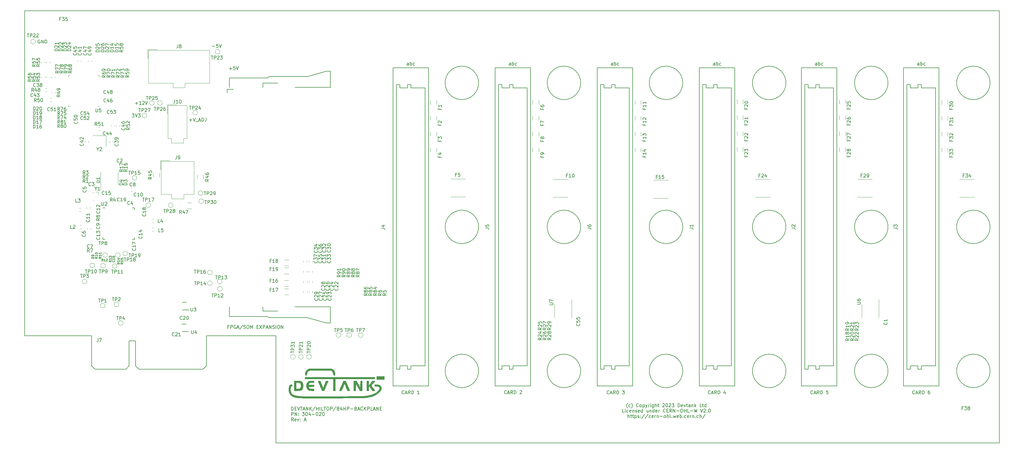
<source format=gbr>
G04 #@! TF.GenerationSoftware,KiCad,Pcbnew,6.0.7-f9a2dced07~116~ubuntu22.04.1*
G04 #@! TF.CreationDate,2023-05-03T15:08:02+01:00*
G04 #@! TF.ProjectId,hiltop_backplane_brd,68696c74-6f70-45f6-9261-636b706c616e,A*
G04 #@! TF.SameCoordinates,Original*
G04 #@! TF.FileFunction,Legend,Top*
G04 #@! TF.FilePolarity,Positive*
%FSLAX46Y46*%
G04 Gerber Fmt 4.6, Leading zero omitted, Abs format (unit mm)*
G04 Created by KiCad (PCBNEW 6.0.7-f9a2dced07~116~ubuntu22.04.1) date 2023-05-03 15:08:02*
%MOMM*%
%LPD*%
G01*
G04 APERTURE LIST*
%ADD10C,0.200000*%
G04 #@! TA.AperFunction,Profile*
%ADD11C,0.150000*%
G04 #@! TD*
%ADD12C,0.150000*%
%ADD13C,0.120000*%
%ADD14C,0.100000*%
%ADD15C,0.010000*%
G04 APERTURE END LIST*
D10*
X311333333Y-45452380D02*
X311333333Y-44928571D01*
X311285714Y-44833333D01*
X311190476Y-44785714D01*
X311000000Y-44785714D01*
X310904761Y-44833333D01*
X311333333Y-45404761D02*
X311238095Y-45452380D01*
X311000000Y-45452380D01*
X310904761Y-45404761D01*
X310857142Y-45309523D01*
X310857142Y-45214285D01*
X310904761Y-45119047D01*
X311000000Y-45071428D01*
X311238095Y-45071428D01*
X311333333Y-45023809D01*
X311809523Y-45452380D02*
X311809523Y-44452380D01*
X311809523Y-44833333D02*
X311904761Y-44785714D01*
X312095238Y-44785714D01*
X312190476Y-44833333D01*
X312238095Y-44880952D01*
X312285714Y-44976190D01*
X312285714Y-45261904D01*
X312238095Y-45357142D01*
X312190476Y-45404761D01*
X312095238Y-45452380D01*
X311904761Y-45452380D01*
X311809523Y-45404761D01*
X313142857Y-45404761D02*
X313047619Y-45452380D01*
X312857142Y-45452380D01*
X312761904Y-45404761D01*
X312714285Y-45357142D01*
X312666666Y-45261904D01*
X312666666Y-44976190D01*
X312714285Y-44880952D01*
X312761904Y-44833333D01*
X312857142Y-44785714D01*
X313047619Y-44785714D01*
X313142857Y-44833333D01*
X280853333Y-45452380D02*
X280853333Y-44928571D01*
X280805714Y-44833333D01*
X280710476Y-44785714D01*
X280520000Y-44785714D01*
X280424761Y-44833333D01*
X280853333Y-45404761D02*
X280758095Y-45452380D01*
X280520000Y-45452380D01*
X280424761Y-45404761D01*
X280377142Y-45309523D01*
X280377142Y-45214285D01*
X280424761Y-45119047D01*
X280520000Y-45071428D01*
X280758095Y-45071428D01*
X280853333Y-45023809D01*
X281329523Y-45452380D02*
X281329523Y-44452380D01*
X281329523Y-44833333D02*
X281424761Y-44785714D01*
X281615238Y-44785714D01*
X281710476Y-44833333D01*
X281758095Y-44880952D01*
X281805714Y-44976190D01*
X281805714Y-45261904D01*
X281758095Y-45357142D01*
X281710476Y-45404761D01*
X281615238Y-45452380D01*
X281424761Y-45452380D01*
X281329523Y-45404761D01*
X282662857Y-45404761D02*
X282567619Y-45452380D01*
X282377142Y-45452380D01*
X282281904Y-45404761D01*
X282234285Y-45357142D01*
X282186666Y-45261904D01*
X282186666Y-44976190D01*
X282234285Y-44880952D01*
X282281904Y-44833333D01*
X282377142Y-44785714D01*
X282567619Y-44785714D01*
X282662857Y-44833333D01*
X250373333Y-45452380D02*
X250373333Y-44928571D01*
X250325714Y-44833333D01*
X250230476Y-44785714D01*
X250040000Y-44785714D01*
X249944761Y-44833333D01*
X250373333Y-45404761D02*
X250278095Y-45452380D01*
X250040000Y-45452380D01*
X249944761Y-45404761D01*
X249897142Y-45309523D01*
X249897142Y-45214285D01*
X249944761Y-45119047D01*
X250040000Y-45071428D01*
X250278095Y-45071428D01*
X250373333Y-45023809D01*
X250849523Y-45452380D02*
X250849523Y-44452380D01*
X250849523Y-44833333D02*
X250944761Y-44785714D01*
X251135238Y-44785714D01*
X251230476Y-44833333D01*
X251278095Y-44880952D01*
X251325714Y-44976190D01*
X251325714Y-45261904D01*
X251278095Y-45357142D01*
X251230476Y-45404761D01*
X251135238Y-45452380D01*
X250944761Y-45452380D01*
X250849523Y-45404761D01*
X252182857Y-45404761D02*
X252087619Y-45452380D01*
X251897142Y-45452380D01*
X251801904Y-45404761D01*
X251754285Y-45357142D01*
X251706666Y-45261904D01*
X251706666Y-44976190D01*
X251754285Y-44880952D01*
X251801904Y-44833333D01*
X251897142Y-44785714D01*
X252087619Y-44785714D01*
X252182857Y-44833333D01*
X219893333Y-45452380D02*
X219893333Y-44928571D01*
X219845714Y-44833333D01*
X219750476Y-44785714D01*
X219560000Y-44785714D01*
X219464761Y-44833333D01*
X219893333Y-45404761D02*
X219798095Y-45452380D01*
X219560000Y-45452380D01*
X219464761Y-45404761D01*
X219417142Y-45309523D01*
X219417142Y-45214285D01*
X219464761Y-45119047D01*
X219560000Y-45071428D01*
X219798095Y-45071428D01*
X219893333Y-45023809D01*
X220369523Y-45452380D02*
X220369523Y-44452380D01*
X220369523Y-44833333D02*
X220464761Y-44785714D01*
X220655238Y-44785714D01*
X220750476Y-44833333D01*
X220798095Y-44880952D01*
X220845714Y-44976190D01*
X220845714Y-45261904D01*
X220798095Y-45357142D01*
X220750476Y-45404761D01*
X220655238Y-45452380D01*
X220464761Y-45452380D01*
X220369523Y-45404761D01*
X221702857Y-45404761D02*
X221607619Y-45452380D01*
X221417142Y-45452380D01*
X221321904Y-45404761D01*
X221274285Y-45357142D01*
X221226666Y-45261904D01*
X221226666Y-44976190D01*
X221274285Y-44880952D01*
X221321904Y-44833333D01*
X221417142Y-44785714D01*
X221607619Y-44785714D01*
X221702857Y-44833333D01*
X189413333Y-45452380D02*
X189413333Y-44928571D01*
X189365714Y-44833333D01*
X189270476Y-44785714D01*
X189080000Y-44785714D01*
X188984761Y-44833333D01*
X189413333Y-45404761D02*
X189318095Y-45452380D01*
X189080000Y-45452380D01*
X188984761Y-45404761D01*
X188937142Y-45309523D01*
X188937142Y-45214285D01*
X188984761Y-45119047D01*
X189080000Y-45071428D01*
X189318095Y-45071428D01*
X189413333Y-45023809D01*
X189889523Y-45452380D02*
X189889523Y-44452380D01*
X189889523Y-44833333D02*
X189984761Y-44785714D01*
X190175238Y-44785714D01*
X190270476Y-44833333D01*
X190318095Y-44880952D01*
X190365714Y-44976190D01*
X190365714Y-45261904D01*
X190318095Y-45357142D01*
X190270476Y-45404761D01*
X190175238Y-45452380D01*
X189984761Y-45452380D01*
X189889523Y-45404761D01*
X191222857Y-45404761D02*
X191127619Y-45452380D01*
X190937142Y-45452380D01*
X190841904Y-45404761D01*
X190794285Y-45357142D01*
X190746666Y-45261904D01*
X190746666Y-44976190D01*
X190794285Y-44880952D01*
X190841904Y-44833333D01*
X190937142Y-44785714D01*
X191127619Y-44785714D01*
X191222857Y-44833333D01*
X158933333Y-45452380D02*
X158933333Y-44928571D01*
X158885714Y-44833333D01*
X158790476Y-44785714D01*
X158600000Y-44785714D01*
X158504761Y-44833333D01*
X158933333Y-45404761D02*
X158838095Y-45452380D01*
X158600000Y-45452380D01*
X158504761Y-45404761D01*
X158457142Y-45309523D01*
X158457142Y-45214285D01*
X158504761Y-45119047D01*
X158600000Y-45071428D01*
X158838095Y-45071428D01*
X158933333Y-45023809D01*
X159409523Y-45452380D02*
X159409523Y-44452380D01*
X159409523Y-44833333D02*
X159504761Y-44785714D01*
X159695238Y-44785714D01*
X159790476Y-44833333D01*
X159838095Y-44880952D01*
X159885714Y-44976190D01*
X159885714Y-45261904D01*
X159838095Y-45357142D01*
X159790476Y-45404761D01*
X159695238Y-45452380D01*
X159504761Y-45452380D01*
X159409523Y-45404761D01*
X160742857Y-45404761D02*
X160647619Y-45452380D01*
X160457142Y-45452380D01*
X160361904Y-45404761D01*
X160314285Y-45357142D01*
X160266666Y-45261904D01*
X160266666Y-44976190D01*
X160314285Y-44880952D01*
X160361904Y-44833333D01*
X160457142Y-44785714D01*
X160647619Y-44785714D01*
X160742857Y-44833333D01*
D11*
X179840000Y-50700000D02*
G75*
G03*
X179840000Y-50700000I-5000000J0D01*
G01*
X210320000Y-50700000D02*
G75*
G03*
X210320000Y-50700000I-5000000J0D01*
G01*
X240800000Y-50700000D02*
G75*
G03*
X240800000Y-50700000I-5000000J0D01*
G01*
X210320000Y-93700000D02*
G75*
G03*
X210320000Y-93700000I-5000000J0D01*
G01*
X240800000Y-93700000D02*
G75*
G03*
X240800000Y-93700000I-5000000J0D01*
G01*
X179840000Y-136700000D02*
G75*
G03*
X179840000Y-136700000I-5000000J0D01*
G01*
X210320000Y-136700000D02*
G75*
G03*
X210320000Y-136700000I-5000000J0D01*
G01*
X240800000Y-136700000D02*
G75*
G03*
X240800000Y-136700000I-5000000J0D01*
G01*
X179840000Y-93700000D02*
G75*
G03*
X179840000Y-93700000I-5000000J0D01*
G01*
X271600000Y-136700000D02*
G75*
G03*
X271600000Y-136700000I-5000000J0D01*
G01*
X65300000Y-136200000D02*
X74500000Y-136200000D01*
X75500000Y-135200000D02*
X75500000Y-127700000D01*
X98600000Y-126200000D02*
X119300000Y-126200000D01*
X302080000Y-136700000D02*
G75*
G03*
X302080000Y-136700000I-5000000J0D01*
G01*
X332560000Y-93700000D02*
G75*
G03*
X332560000Y-93700000I-5000000J0D01*
G01*
X75500000Y-135200000D02*
X74500000Y-136200000D01*
X97600000Y-136200000D02*
X98600000Y-135200000D01*
X332560000Y-50700000D02*
G75*
G03*
X332560000Y-50700000I-5000000J0D01*
G01*
X271600000Y-50700000D02*
G75*
G03*
X271600000Y-50700000I-5000000J0D01*
G01*
X302080000Y-93700000D02*
G75*
G03*
X302080000Y-93700000I-5000000J0D01*
G01*
X44300000Y-29200000D02*
X335300000Y-29200000D01*
X64300000Y-135200000D02*
X64300000Y-126200000D01*
X271600000Y-93700000D02*
G75*
G03*
X271600000Y-93700000I-5000000J0D01*
G01*
X332560000Y-136700000D02*
G75*
G03*
X332560000Y-136700000I-5000000J0D01*
G01*
X77400000Y-135200000D02*
X78400000Y-136200000D01*
X119300000Y-136200000D02*
X119300000Y-158200000D01*
X44300000Y-126200000D02*
X44300000Y-29200000D01*
X119300000Y-126200000D02*
X119300000Y-136200000D01*
X78400000Y-136200000D02*
X97600000Y-136200000D01*
X64300000Y-135200000D02*
X65300000Y-136200000D01*
X75500000Y-127700000D02*
X77400000Y-127700000D01*
X98600000Y-135200000D02*
X98600000Y-127700000D01*
X335300000Y-29200000D02*
X335300000Y-158200000D01*
X302080000Y-50700000D02*
G75*
G03*
X302080000Y-50700000I-5000000J0D01*
G01*
X98600000Y-127700000D02*
X98600000Y-126200000D01*
X335300000Y-158200000D02*
X119300000Y-158200000D01*
X77400000Y-127700000D02*
X77400000Y-135200000D01*
X64300000Y-126200000D02*
X44300000Y-126200000D01*
D10*
X188153809Y-143457142D02*
X188106190Y-143504761D01*
X187963333Y-143552380D01*
X187868095Y-143552380D01*
X187725238Y-143504761D01*
X187630000Y-143409523D01*
X187582380Y-143314285D01*
X187534761Y-143123809D01*
X187534761Y-142980952D01*
X187582380Y-142790476D01*
X187630000Y-142695238D01*
X187725238Y-142600000D01*
X187868095Y-142552380D01*
X187963333Y-142552380D01*
X188106190Y-142600000D01*
X188153809Y-142647619D01*
X188534761Y-143266666D02*
X189010952Y-143266666D01*
X188439523Y-143552380D02*
X188772857Y-142552380D01*
X189106190Y-143552380D01*
X190010952Y-143552380D02*
X189677619Y-143076190D01*
X189439523Y-143552380D02*
X189439523Y-142552380D01*
X189820476Y-142552380D01*
X189915714Y-142600000D01*
X189963333Y-142647619D01*
X190010952Y-142742857D01*
X190010952Y-142885714D01*
X189963333Y-142980952D01*
X189915714Y-143028571D01*
X189820476Y-143076190D01*
X189439523Y-143076190D01*
X190439523Y-143552380D02*
X190439523Y-142552380D01*
X190677619Y-142552380D01*
X190820476Y-142600000D01*
X190915714Y-142695238D01*
X190963333Y-142790476D01*
X191010952Y-142980952D01*
X191010952Y-143123809D01*
X190963333Y-143314285D01*
X190915714Y-143409523D01*
X190820476Y-143504761D01*
X190677619Y-143552380D01*
X190439523Y-143552380D01*
X192153809Y-142647619D02*
X192201428Y-142600000D01*
X192296666Y-142552380D01*
X192534761Y-142552380D01*
X192630000Y-142600000D01*
X192677619Y-142647619D01*
X192725238Y-142742857D01*
X192725238Y-142838095D01*
X192677619Y-142980952D01*
X192106190Y-143552380D01*
X192725238Y-143552380D01*
X218793809Y-143497142D02*
X218746190Y-143544761D01*
X218603333Y-143592380D01*
X218508095Y-143592380D01*
X218365238Y-143544761D01*
X218270000Y-143449523D01*
X218222380Y-143354285D01*
X218174761Y-143163809D01*
X218174761Y-143020952D01*
X218222380Y-142830476D01*
X218270000Y-142735238D01*
X218365238Y-142640000D01*
X218508095Y-142592380D01*
X218603333Y-142592380D01*
X218746190Y-142640000D01*
X218793809Y-142687619D01*
X219174761Y-143306666D02*
X219650952Y-143306666D01*
X219079523Y-143592380D02*
X219412857Y-142592380D01*
X219746190Y-143592380D01*
X220650952Y-143592380D02*
X220317619Y-143116190D01*
X220079523Y-143592380D02*
X220079523Y-142592380D01*
X220460476Y-142592380D01*
X220555714Y-142640000D01*
X220603333Y-142687619D01*
X220650952Y-142782857D01*
X220650952Y-142925714D01*
X220603333Y-143020952D01*
X220555714Y-143068571D01*
X220460476Y-143116190D01*
X220079523Y-143116190D01*
X221079523Y-143592380D02*
X221079523Y-142592380D01*
X221317619Y-142592380D01*
X221460476Y-142640000D01*
X221555714Y-142735238D01*
X221603333Y-142830476D01*
X221650952Y-143020952D01*
X221650952Y-143163809D01*
X221603333Y-143354285D01*
X221555714Y-143449523D01*
X221460476Y-143544761D01*
X221317619Y-143592380D01*
X221079523Y-143592380D01*
X222746190Y-142592380D02*
X223365238Y-142592380D01*
X223031904Y-142973333D01*
X223174761Y-142973333D01*
X223270000Y-143020952D01*
X223317619Y-143068571D01*
X223365238Y-143163809D01*
X223365238Y-143401904D01*
X223317619Y-143497142D01*
X223270000Y-143544761D01*
X223174761Y-143592380D01*
X222889047Y-143592380D01*
X222793809Y-143544761D01*
X222746190Y-143497142D01*
X76391904Y-59932380D02*
X77010952Y-59932380D01*
X76677619Y-60313333D01*
X76820476Y-60313333D01*
X76915714Y-60360952D01*
X76963333Y-60408571D01*
X77010952Y-60503809D01*
X77010952Y-60741904D01*
X76963333Y-60837142D01*
X76915714Y-60884761D01*
X76820476Y-60932380D01*
X76534761Y-60932380D01*
X76439523Y-60884761D01*
X76391904Y-60837142D01*
X77296666Y-59932380D02*
X77630000Y-60932380D01*
X77963333Y-59932380D01*
X78201428Y-59932380D02*
X78820476Y-59932380D01*
X78487142Y-60313333D01*
X78630000Y-60313333D01*
X78725238Y-60360952D01*
X78772857Y-60408571D01*
X78820476Y-60503809D01*
X78820476Y-60741904D01*
X78772857Y-60837142D01*
X78725238Y-60884761D01*
X78630000Y-60932380D01*
X78344285Y-60932380D01*
X78249047Y-60884761D01*
X78201428Y-60837142D01*
X77338095Y-56791428D02*
X78100000Y-56791428D01*
X77719047Y-57172380D02*
X77719047Y-56410476D01*
X79100000Y-57172380D02*
X78528571Y-57172380D01*
X78814285Y-57172380D02*
X78814285Y-56172380D01*
X78719047Y-56315238D01*
X78623809Y-56410476D01*
X78528571Y-56458095D01*
X79480952Y-56267619D02*
X79528571Y-56220000D01*
X79623809Y-56172380D01*
X79861904Y-56172380D01*
X79957142Y-56220000D01*
X80004761Y-56267619D01*
X80052380Y-56362857D01*
X80052380Y-56458095D01*
X80004761Y-56600952D01*
X79433333Y-57172380D01*
X80052380Y-57172380D01*
X80338095Y-56172380D02*
X80671428Y-57172380D01*
X81004761Y-56172380D01*
X100314285Y-39771428D02*
X101076190Y-39771428D01*
X102028571Y-39152380D02*
X101552380Y-39152380D01*
X101504761Y-39628571D01*
X101552380Y-39580952D01*
X101647619Y-39533333D01*
X101885714Y-39533333D01*
X101980952Y-39580952D01*
X102028571Y-39628571D01*
X102076190Y-39723809D01*
X102076190Y-39961904D01*
X102028571Y-40057142D01*
X101980952Y-40104761D01*
X101885714Y-40152380D01*
X101647619Y-40152380D01*
X101552380Y-40104761D01*
X101504761Y-40057142D01*
X102361904Y-39152380D02*
X102695238Y-40152380D01*
X103028571Y-39152380D01*
X105434285Y-46401428D02*
X106196190Y-46401428D01*
X105815238Y-46782380D02*
X105815238Y-46020476D01*
X107148571Y-45782380D02*
X106672380Y-45782380D01*
X106624761Y-46258571D01*
X106672380Y-46210952D01*
X106767619Y-46163333D01*
X107005714Y-46163333D01*
X107100952Y-46210952D01*
X107148571Y-46258571D01*
X107196190Y-46353809D01*
X107196190Y-46591904D01*
X107148571Y-46687142D01*
X107100952Y-46734761D01*
X107005714Y-46782380D01*
X106767619Y-46782380D01*
X106672380Y-46734761D01*
X106624761Y-46687142D01*
X107481904Y-45782380D02*
X107815238Y-46782380D01*
X108148571Y-45782380D01*
X105295238Y-123528571D02*
X104961904Y-123528571D01*
X104961904Y-124052380D02*
X104961904Y-123052380D01*
X105438095Y-123052380D01*
X105819047Y-124052380D02*
X105819047Y-123052380D01*
X106200000Y-123052380D01*
X106295238Y-123100000D01*
X106342857Y-123147619D01*
X106390476Y-123242857D01*
X106390476Y-123385714D01*
X106342857Y-123480952D01*
X106295238Y-123528571D01*
X106200000Y-123576190D01*
X105819047Y-123576190D01*
X107342857Y-123100000D02*
X107247619Y-123052380D01*
X107104761Y-123052380D01*
X106961904Y-123100000D01*
X106866666Y-123195238D01*
X106819047Y-123290476D01*
X106771428Y-123480952D01*
X106771428Y-123623809D01*
X106819047Y-123814285D01*
X106866666Y-123909523D01*
X106961904Y-124004761D01*
X107104761Y-124052380D01*
X107200000Y-124052380D01*
X107342857Y-124004761D01*
X107390476Y-123957142D01*
X107390476Y-123623809D01*
X107200000Y-123623809D01*
X107771428Y-123766666D02*
X108247619Y-123766666D01*
X107676190Y-124052380D02*
X108009523Y-123052380D01*
X108342857Y-124052380D01*
X109390476Y-123004761D02*
X108533333Y-124290476D01*
X109676190Y-124004761D02*
X109819047Y-124052380D01*
X110057142Y-124052380D01*
X110152380Y-124004761D01*
X110200000Y-123957142D01*
X110247619Y-123861904D01*
X110247619Y-123766666D01*
X110200000Y-123671428D01*
X110152380Y-123623809D01*
X110057142Y-123576190D01*
X109866666Y-123528571D01*
X109771428Y-123480952D01*
X109723809Y-123433333D01*
X109676190Y-123338095D01*
X109676190Y-123242857D01*
X109723809Y-123147619D01*
X109771428Y-123100000D01*
X109866666Y-123052380D01*
X110104761Y-123052380D01*
X110247619Y-123100000D01*
X110866666Y-123052380D02*
X111057142Y-123052380D01*
X111152380Y-123100000D01*
X111247619Y-123195238D01*
X111295238Y-123385714D01*
X111295238Y-123719047D01*
X111247619Y-123909523D01*
X111152380Y-124004761D01*
X111057142Y-124052380D01*
X110866666Y-124052380D01*
X110771428Y-124004761D01*
X110676190Y-123909523D01*
X110628571Y-123719047D01*
X110628571Y-123385714D01*
X110676190Y-123195238D01*
X110771428Y-123100000D01*
X110866666Y-123052380D01*
X111723809Y-124052380D02*
X111723809Y-123052380D01*
X112057142Y-123766666D01*
X112390476Y-123052380D01*
X112390476Y-124052380D01*
X113628571Y-123528571D02*
X113961904Y-123528571D01*
X114104761Y-124052380D02*
X113628571Y-124052380D01*
X113628571Y-123052380D01*
X114104761Y-123052380D01*
X114438095Y-123052380D02*
X115104761Y-124052380D01*
X115104761Y-123052380D02*
X114438095Y-124052380D01*
X115485714Y-124052380D02*
X115485714Y-123052380D01*
X115866666Y-123052380D01*
X115961904Y-123100000D01*
X116009523Y-123147619D01*
X116057142Y-123242857D01*
X116057142Y-123385714D01*
X116009523Y-123480952D01*
X115961904Y-123528571D01*
X115866666Y-123576190D01*
X115485714Y-123576190D01*
X116438095Y-123766666D02*
X116914285Y-123766666D01*
X116342857Y-124052380D02*
X116676190Y-123052380D01*
X117009523Y-124052380D01*
X117342857Y-124052380D02*
X117342857Y-123052380D01*
X117914285Y-124052380D01*
X117914285Y-123052380D01*
X118342857Y-124004761D02*
X118485714Y-124052380D01*
X118723809Y-124052380D01*
X118819047Y-124004761D01*
X118866666Y-123957142D01*
X118914285Y-123861904D01*
X118914285Y-123766666D01*
X118866666Y-123671428D01*
X118819047Y-123623809D01*
X118723809Y-123576190D01*
X118533333Y-123528571D01*
X118438095Y-123480952D01*
X118390476Y-123433333D01*
X118342857Y-123338095D01*
X118342857Y-123242857D01*
X118390476Y-123147619D01*
X118438095Y-123100000D01*
X118533333Y-123052380D01*
X118771428Y-123052380D01*
X118914285Y-123100000D01*
X119342857Y-124052380D02*
X119342857Y-123052380D01*
X120009523Y-123052380D02*
X120200000Y-123052380D01*
X120295238Y-123100000D01*
X120390476Y-123195238D01*
X120438095Y-123385714D01*
X120438095Y-123719047D01*
X120390476Y-123909523D01*
X120295238Y-124004761D01*
X120200000Y-124052380D01*
X120009523Y-124052380D01*
X119914285Y-124004761D01*
X119819047Y-123909523D01*
X119771428Y-123719047D01*
X119771428Y-123385714D01*
X119819047Y-123195238D01*
X119914285Y-123100000D01*
X120009523Y-123052380D01*
X120866666Y-124052380D02*
X120866666Y-123052380D01*
X121438095Y-124052380D01*
X121438095Y-123052380D01*
X93500000Y-61771428D02*
X94261904Y-61771428D01*
X93880952Y-62152380D02*
X93880952Y-61390476D01*
X94595238Y-61152380D02*
X94928571Y-62152380D01*
X95261904Y-61152380D01*
X95357142Y-62247619D02*
X96119047Y-62247619D01*
X96309523Y-61866666D02*
X96785714Y-61866666D01*
X96214285Y-62152380D02*
X96547619Y-61152380D01*
X96880952Y-62152380D01*
X97214285Y-62152380D02*
X97214285Y-61152380D01*
X97452380Y-61152380D01*
X97595238Y-61200000D01*
X97690476Y-61295238D01*
X97738095Y-61390476D01*
X97785714Y-61580952D01*
X97785714Y-61723809D01*
X97738095Y-61914285D01*
X97690476Y-62009523D01*
X97595238Y-62104761D01*
X97452380Y-62152380D01*
X97214285Y-62152380D01*
X98500000Y-61152380D02*
X98500000Y-61866666D01*
X98452380Y-62009523D01*
X98357142Y-62104761D01*
X98214285Y-62152380D01*
X98119047Y-62152380D01*
X249023809Y-143497142D02*
X248976190Y-143544761D01*
X248833333Y-143592380D01*
X248738095Y-143592380D01*
X248595238Y-143544761D01*
X248500000Y-143449523D01*
X248452380Y-143354285D01*
X248404761Y-143163809D01*
X248404761Y-143020952D01*
X248452380Y-142830476D01*
X248500000Y-142735238D01*
X248595238Y-142640000D01*
X248738095Y-142592380D01*
X248833333Y-142592380D01*
X248976190Y-142640000D01*
X249023809Y-142687619D01*
X249404761Y-143306666D02*
X249880952Y-143306666D01*
X249309523Y-143592380D02*
X249642857Y-142592380D01*
X249976190Y-143592380D01*
X250880952Y-143592380D02*
X250547619Y-143116190D01*
X250309523Y-143592380D02*
X250309523Y-142592380D01*
X250690476Y-142592380D01*
X250785714Y-142640000D01*
X250833333Y-142687619D01*
X250880952Y-142782857D01*
X250880952Y-142925714D01*
X250833333Y-143020952D01*
X250785714Y-143068571D01*
X250690476Y-143116190D01*
X250309523Y-143116190D01*
X251309523Y-143592380D02*
X251309523Y-142592380D01*
X251547619Y-142592380D01*
X251690476Y-142640000D01*
X251785714Y-142735238D01*
X251833333Y-142830476D01*
X251880952Y-143020952D01*
X251880952Y-143163809D01*
X251833333Y-143354285D01*
X251785714Y-143449523D01*
X251690476Y-143544761D01*
X251547619Y-143592380D01*
X251309523Y-143592380D01*
X253500000Y-142925714D02*
X253500000Y-143592380D01*
X253261904Y-142544761D02*
X253023809Y-143259047D01*
X253642857Y-143259047D01*
X279623809Y-143497142D02*
X279576190Y-143544761D01*
X279433333Y-143592380D01*
X279338095Y-143592380D01*
X279195238Y-143544761D01*
X279100000Y-143449523D01*
X279052380Y-143354285D01*
X279004761Y-143163809D01*
X279004761Y-143020952D01*
X279052380Y-142830476D01*
X279100000Y-142735238D01*
X279195238Y-142640000D01*
X279338095Y-142592380D01*
X279433333Y-142592380D01*
X279576190Y-142640000D01*
X279623809Y-142687619D01*
X280004761Y-143306666D02*
X280480952Y-143306666D01*
X279909523Y-143592380D02*
X280242857Y-142592380D01*
X280576190Y-143592380D01*
X281480952Y-143592380D02*
X281147619Y-143116190D01*
X280909523Y-143592380D02*
X280909523Y-142592380D01*
X281290476Y-142592380D01*
X281385714Y-142640000D01*
X281433333Y-142687619D01*
X281480952Y-142782857D01*
X281480952Y-142925714D01*
X281433333Y-143020952D01*
X281385714Y-143068571D01*
X281290476Y-143116190D01*
X280909523Y-143116190D01*
X281909523Y-143592380D02*
X281909523Y-142592380D01*
X282147619Y-142592380D01*
X282290476Y-142640000D01*
X282385714Y-142735238D01*
X282433333Y-142830476D01*
X282480952Y-143020952D01*
X282480952Y-143163809D01*
X282433333Y-143354285D01*
X282385714Y-143449523D01*
X282290476Y-143544761D01*
X282147619Y-143592380D01*
X281909523Y-143592380D01*
X284147619Y-142592380D02*
X283671428Y-142592380D01*
X283623809Y-143068571D01*
X283671428Y-143020952D01*
X283766666Y-142973333D01*
X284004761Y-142973333D01*
X284100000Y-143020952D01*
X284147619Y-143068571D01*
X284195238Y-143163809D01*
X284195238Y-143401904D01*
X284147619Y-143497142D01*
X284100000Y-143544761D01*
X284004761Y-143592380D01*
X283766666Y-143592380D01*
X283671428Y-143544761D01*
X283623809Y-143497142D01*
X48838095Y-37900000D02*
X48742857Y-37852380D01*
X48600000Y-37852380D01*
X48457142Y-37900000D01*
X48361904Y-37995238D01*
X48314285Y-38090476D01*
X48266666Y-38280952D01*
X48266666Y-38423809D01*
X48314285Y-38614285D01*
X48361904Y-38709523D01*
X48457142Y-38804761D01*
X48600000Y-38852380D01*
X48695238Y-38852380D01*
X48838095Y-38804761D01*
X48885714Y-38757142D01*
X48885714Y-38423809D01*
X48695238Y-38423809D01*
X49314285Y-38852380D02*
X49314285Y-37852380D01*
X49885714Y-38852380D01*
X49885714Y-37852380D01*
X50361904Y-38852380D02*
X50361904Y-37852380D01*
X50600000Y-37852380D01*
X50742857Y-37900000D01*
X50838095Y-37995238D01*
X50885714Y-38090476D01*
X50933333Y-38280952D01*
X50933333Y-38423809D01*
X50885714Y-38614285D01*
X50838095Y-38709523D01*
X50742857Y-38804761D01*
X50600000Y-38852380D01*
X50361904Y-38852380D01*
X157573809Y-143497142D02*
X157526190Y-143544761D01*
X157383333Y-143592380D01*
X157288095Y-143592380D01*
X157145238Y-143544761D01*
X157050000Y-143449523D01*
X157002380Y-143354285D01*
X156954761Y-143163809D01*
X156954761Y-143020952D01*
X157002380Y-142830476D01*
X157050000Y-142735238D01*
X157145238Y-142640000D01*
X157288095Y-142592380D01*
X157383333Y-142592380D01*
X157526190Y-142640000D01*
X157573809Y-142687619D01*
X157954761Y-143306666D02*
X158430952Y-143306666D01*
X157859523Y-143592380D02*
X158192857Y-142592380D01*
X158526190Y-143592380D01*
X159430952Y-143592380D02*
X159097619Y-143116190D01*
X158859523Y-143592380D02*
X158859523Y-142592380D01*
X159240476Y-142592380D01*
X159335714Y-142640000D01*
X159383333Y-142687619D01*
X159430952Y-142782857D01*
X159430952Y-142925714D01*
X159383333Y-143020952D01*
X159335714Y-143068571D01*
X159240476Y-143116190D01*
X158859523Y-143116190D01*
X159859523Y-143592380D02*
X159859523Y-142592380D01*
X160097619Y-142592380D01*
X160240476Y-142640000D01*
X160335714Y-142735238D01*
X160383333Y-142830476D01*
X160430952Y-143020952D01*
X160430952Y-143163809D01*
X160383333Y-143354285D01*
X160335714Y-143449523D01*
X160240476Y-143544761D01*
X160097619Y-143592380D01*
X159859523Y-143592380D01*
X162145238Y-143592380D02*
X161573809Y-143592380D01*
X161859523Y-143592380D02*
X161859523Y-142592380D01*
X161764285Y-142735238D01*
X161669047Y-142830476D01*
X161573809Y-142878095D01*
X224328571Y-147823333D02*
X224280952Y-147775714D01*
X224185714Y-147632857D01*
X224138095Y-147537619D01*
X224090476Y-147394761D01*
X224042857Y-147156666D01*
X224042857Y-146966190D01*
X224090476Y-146728095D01*
X224138095Y-146585238D01*
X224185714Y-146490000D01*
X224280952Y-146347142D01*
X224328571Y-146299523D01*
X225138095Y-147394761D02*
X225042857Y-147442380D01*
X224852380Y-147442380D01*
X224757142Y-147394761D01*
X224709523Y-147347142D01*
X224661904Y-147251904D01*
X224661904Y-146966190D01*
X224709523Y-146870952D01*
X224757142Y-146823333D01*
X224852380Y-146775714D01*
X225042857Y-146775714D01*
X225138095Y-146823333D01*
X225471428Y-147823333D02*
X225519047Y-147775714D01*
X225614285Y-147632857D01*
X225661904Y-147537619D01*
X225709523Y-147394761D01*
X225757142Y-147156666D01*
X225757142Y-146966190D01*
X225709523Y-146728095D01*
X225661904Y-146585238D01*
X225614285Y-146490000D01*
X225519047Y-146347142D01*
X225471428Y-146299523D01*
X227566666Y-147347142D02*
X227519047Y-147394761D01*
X227376190Y-147442380D01*
X227280952Y-147442380D01*
X227138095Y-147394761D01*
X227042857Y-147299523D01*
X226995238Y-147204285D01*
X226947619Y-147013809D01*
X226947619Y-146870952D01*
X226995238Y-146680476D01*
X227042857Y-146585238D01*
X227138095Y-146490000D01*
X227280952Y-146442380D01*
X227376190Y-146442380D01*
X227519047Y-146490000D01*
X227566666Y-146537619D01*
X228138095Y-147442380D02*
X228042857Y-147394761D01*
X227995238Y-147347142D01*
X227947619Y-147251904D01*
X227947619Y-146966190D01*
X227995238Y-146870952D01*
X228042857Y-146823333D01*
X228138095Y-146775714D01*
X228280952Y-146775714D01*
X228376190Y-146823333D01*
X228423809Y-146870952D01*
X228471428Y-146966190D01*
X228471428Y-147251904D01*
X228423809Y-147347142D01*
X228376190Y-147394761D01*
X228280952Y-147442380D01*
X228138095Y-147442380D01*
X228900000Y-146775714D02*
X228900000Y-147775714D01*
X228900000Y-146823333D02*
X228995238Y-146775714D01*
X229185714Y-146775714D01*
X229280952Y-146823333D01*
X229328571Y-146870952D01*
X229376190Y-146966190D01*
X229376190Y-147251904D01*
X229328571Y-147347142D01*
X229280952Y-147394761D01*
X229185714Y-147442380D01*
X228995238Y-147442380D01*
X228900000Y-147394761D01*
X229709523Y-146775714D02*
X229947619Y-147442380D01*
X230185714Y-146775714D02*
X229947619Y-147442380D01*
X229852380Y-147680476D01*
X229804761Y-147728095D01*
X229709523Y-147775714D01*
X230566666Y-147442380D02*
X230566666Y-146775714D01*
X230566666Y-146966190D02*
X230614285Y-146870952D01*
X230661904Y-146823333D01*
X230757142Y-146775714D01*
X230852380Y-146775714D01*
X231185714Y-147442380D02*
X231185714Y-146775714D01*
X231185714Y-146442380D02*
X231138095Y-146490000D01*
X231185714Y-146537619D01*
X231233333Y-146490000D01*
X231185714Y-146442380D01*
X231185714Y-146537619D01*
X232090476Y-146775714D02*
X232090476Y-147585238D01*
X232042857Y-147680476D01*
X231995238Y-147728095D01*
X231900000Y-147775714D01*
X231757142Y-147775714D01*
X231661904Y-147728095D01*
X232090476Y-147394761D02*
X231995238Y-147442380D01*
X231804761Y-147442380D01*
X231709523Y-147394761D01*
X231661904Y-147347142D01*
X231614285Y-147251904D01*
X231614285Y-146966190D01*
X231661904Y-146870952D01*
X231709523Y-146823333D01*
X231804761Y-146775714D01*
X231995238Y-146775714D01*
X232090476Y-146823333D01*
X232566666Y-147442380D02*
X232566666Y-146442380D01*
X232995238Y-147442380D02*
X232995238Y-146918571D01*
X232947619Y-146823333D01*
X232852380Y-146775714D01*
X232709523Y-146775714D01*
X232614285Y-146823333D01*
X232566666Y-146870952D01*
X233328571Y-146775714D02*
X233709523Y-146775714D01*
X233471428Y-146442380D02*
X233471428Y-147299523D01*
X233519047Y-147394761D01*
X233614285Y-147442380D01*
X233709523Y-147442380D01*
X234757142Y-146537619D02*
X234804761Y-146490000D01*
X234900000Y-146442380D01*
X235138095Y-146442380D01*
X235233333Y-146490000D01*
X235280952Y-146537619D01*
X235328571Y-146632857D01*
X235328571Y-146728095D01*
X235280952Y-146870952D01*
X234709523Y-147442380D01*
X235328571Y-147442380D01*
X235947619Y-146442380D02*
X236042857Y-146442380D01*
X236138095Y-146490000D01*
X236185714Y-146537619D01*
X236233333Y-146632857D01*
X236280952Y-146823333D01*
X236280952Y-147061428D01*
X236233333Y-147251904D01*
X236185714Y-147347142D01*
X236138095Y-147394761D01*
X236042857Y-147442380D01*
X235947619Y-147442380D01*
X235852380Y-147394761D01*
X235804761Y-147347142D01*
X235757142Y-147251904D01*
X235709523Y-147061428D01*
X235709523Y-146823333D01*
X235757142Y-146632857D01*
X235804761Y-146537619D01*
X235852380Y-146490000D01*
X235947619Y-146442380D01*
X236661904Y-146537619D02*
X236709523Y-146490000D01*
X236804761Y-146442380D01*
X237042857Y-146442380D01*
X237138095Y-146490000D01*
X237185714Y-146537619D01*
X237233333Y-146632857D01*
X237233333Y-146728095D01*
X237185714Y-146870952D01*
X236614285Y-147442380D01*
X237233333Y-147442380D01*
X237566666Y-146442380D02*
X238185714Y-146442380D01*
X237852380Y-146823333D01*
X237995238Y-146823333D01*
X238090476Y-146870952D01*
X238138095Y-146918571D01*
X238185714Y-147013809D01*
X238185714Y-147251904D01*
X238138095Y-147347142D01*
X238090476Y-147394761D01*
X237995238Y-147442380D01*
X237709523Y-147442380D01*
X237614285Y-147394761D01*
X237566666Y-147347142D01*
X239376190Y-147442380D02*
X239376190Y-146442380D01*
X239614285Y-146442380D01*
X239757142Y-146490000D01*
X239852380Y-146585238D01*
X239900000Y-146680476D01*
X239947619Y-146870952D01*
X239947619Y-147013809D01*
X239900000Y-147204285D01*
X239852380Y-147299523D01*
X239757142Y-147394761D01*
X239614285Y-147442380D01*
X239376190Y-147442380D01*
X240757142Y-147394761D02*
X240661904Y-147442380D01*
X240471428Y-147442380D01*
X240376190Y-147394761D01*
X240328571Y-147299523D01*
X240328571Y-146918571D01*
X240376190Y-146823333D01*
X240471428Y-146775714D01*
X240661904Y-146775714D01*
X240757142Y-146823333D01*
X240804761Y-146918571D01*
X240804761Y-147013809D01*
X240328571Y-147109047D01*
X241138095Y-146775714D02*
X241376190Y-147442380D01*
X241614285Y-146775714D01*
X241852380Y-146775714D02*
X242233333Y-146775714D01*
X241995238Y-146442380D02*
X241995238Y-147299523D01*
X242042857Y-147394761D01*
X242138095Y-147442380D01*
X242233333Y-147442380D01*
X242995238Y-147442380D02*
X242995238Y-146918571D01*
X242947619Y-146823333D01*
X242852380Y-146775714D01*
X242661904Y-146775714D01*
X242566666Y-146823333D01*
X242995238Y-147394761D02*
X242900000Y-147442380D01*
X242661904Y-147442380D01*
X242566666Y-147394761D01*
X242519047Y-147299523D01*
X242519047Y-147204285D01*
X242566666Y-147109047D01*
X242661904Y-147061428D01*
X242900000Y-147061428D01*
X242995238Y-147013809D01*
X243471428Y-146775714D02*
X243471428Y-147442380D01*
X243471428Y-146870952D02*
X243519047Y-146823333D01*
X243614285Y-146775714D01*
X243757142Y-146775714D01*
X243852380Y-146823333D01*
X243900000Y-146918571D01*
X243900000Y-147442380D01*
X244376190Y-147442380D02*
X244376190Y-146442380D01*
X244471428Y-147061428D02*
X244757142Y-147442380D01*
X244757142Y-146775714D02*
X244376190Y-147156666D01*
X246423809Y-147442380D02*
X245947619Y-147442380D01*
X245947619Y-146442380D01*
X246614285Y-146775714D02*
X246995238Y-146775714D01*
X246757142Y-146442380D02*
X246757142Y-147299523D01*
X246804761Y-147394761D01*
X246900000Y-147442380D01*
X246995238Y-147442380D01*
X247757142Y-147442380D02*
X247757142Y-146442380D01*
X247757142Y-147394761D02*
X247661904Y-147442380D01*
X247471428Y-147442380D01*
X247376190Y-147394761D01*
X247328571Y-147347142D01*
X247280952Y-147251904D01*
X247280952Y-146966190D01*
X247328571Y-146870952D01*
X247376190Y-146823333D01*
X247471428Y-146775714D01*
X247661904Y-146775714D01*
X247757142Y-146823333D01*
X223280952Y-149052380D02*
X222804761Y-149052380D01*
X222804761Y-148052380D01*
X223614285Y-149052380D02*
X223614285Y-148385714D01*
X223614285Y-148052380D02*
X223566666Y-148100000D01*
X223614285Y-148147619D01*
X223661904Y-148100000D01*
X223614285Y-148052380D01*
X223614285Y-148147619D01*
X224519047Y-149004761D02*
X224423809Y-149052380D01*
X224233333Y-149052380D01*
X224138095Y-149004761D01*
X224090476Y-148957142D01*
X224042857Y-148861904D01*
X224042857Y-148576190D01*
X224090476Y-148480952D01*
X224138095Y-148433333D01*
X224233333Y-148385714D01*
X224423809Y-148385714D01*
X224519047Y-148433333D01*
X225328571Y-149004761D02*
X225233333Y-149052380D01*
X225042857Y-149052380D01*
X224947619Y-149004761D01*
X224900000Y-148909523D01*
X224900000Y-148528571D01*
X224947619Y-148433333D01*
X225042857Y-148385714D01*
X225233333Y-148385714D01*
X225328571Y-148433333D01*
X225376190Y-148528571D01*
X225376190Y-148623809D01*
X224900000Y-148719047D01*
X225804761Y-148385714D02*
X225804761Y-149052380D01*
X225804761Y-148480952D02*
X225852380Y-148433333D01*
X225947619Y-148385714D01*
X226090476Y-148385714D01*
X226185714Y-148433333D01*
X226233333Y-148528571D01*
X226233333Y-149052380D01*
X226661904Y-149004761D02*
X226757142Y-149052380D01*
X226947619Y-149052380D01*
X227042857Y-149004761D01*
X227090476Y-148909523D01*
X227090476Y-148861904D01*
X227042857Y-148766666D01*
X226947619Y-148719047D01*
X226804761Y-148719047D01*
X226709523Y-148671428D01*
X226661904Y-148576190D01*
X226661904Y-148528571D01*
X226709523Y-148433333D01*
X226804761Y-148385714D01*
X226947619Y-148385714D01*
X227042857Y-148433333D01*
X227900000Y-149004761D02*
X227804761Y-149052380D01*
X227614285Y-149052380D01*
X227519047Y-149004761D01*
X227471428Y-148909523D01*
X227471428Y-148528571D01*
X227519047Y-148433333D01*
X227614285Y-148385714D01*
X227804761Y-148385714D01*
X227900000Y-148433333D01*
X227947619Y-148528571D01*
X227947619Y-148623809D01*
X227471428Y-148719047D01*
X228804761Y-149052380D02*
X228804761Y-148052380D01*
X228804761Y-149004761D02*
X228709523Y-149052380D01*
X228519047Y-149052380D01*
X228423809Y-149004761D01*
X228376190Y-148957142D01*
X228328571Y-148861904D01*
X228328571Y-148576190D01*
X228376190Y-148480952D01*
X228423809Y-148433333D01*
X228519047Y-148385714D01*
X228709523Y-148385714D01*
X228804761Y-148433333D01*
X230471428Y-148385714D02*
X230471428Y-149052380D01*
X230042857Y-148385714D02*
X230042857Y-148909523D01*
X230090476Y-149004761D01*
X230185714Y-149052380D01*
X230328571Y-149052380D01*
X230423809Y-149004761D01*
X230471428Y-148957142D01*
X230947619Y-148385714D02*
X230947619Y-149052380D01*
X230947619Y-148480952D02*
X230995238Y-148433333D01*
X231090476Y-148385714D01*
X231233333Y-148385714D01*
X231328571Y-148433333D01*
X231376190Y-148528571D01*
X231376190Y-149052380D01*
X232280952Y-149052380D02*
X232280952Y-148052380D01*
X232280952Y-149004761D02*
X232185714Y-149052380D01*
X231995238Y-149052380D01*
X231900000Y-149004761D01*
X231852380Y-148957142D01*
X231804761Y-148861904D01*
X231804761Y-148576190D01*
X231852380Y-148480952D01*
X231900000Y-148433333D01*
X231995238Y-148385714D01*
X232185714Y-148385714D01*
X232280952Y-148433333D01*
X233138095Y-149004761D02*
X233042857Y-149052380D01*
X232852380Y-149052380D01*
X232757142Y-149004761D01*
X232709523Y-148909523D01*
X232709523Y-148528571D01*
X232757142Y-148433333D01*
X232852380Y-148385714D01*
X233042857Y-148385714D01*
X233138095Y-148433333D01*
X233185714Y-148528571D01*
X233185714Y-148623809D01*
X232709523Y-148719047D01*
X233614285Y-149052380D02*
X233614285Y-148385714D01*
X233614285Y-148576190D02*
X233661904Y-148480952D01*
X233709523Y-148433333D01*
X233804761Y-148385714D01*
X233900000Y-148385714D01*
X235566666Y-148957142D02*
X235519047Y-149004761D01*
X235376190Y-149052380D01*
X235280952Y-149052380D01*
X235138095Y-149004761D01*
X235042857Y-148909523D01*
X234995238Y-148814285D01*
X234947619Y-148623809D01*
X234947619Y-148480952D01*
X234995238Y-148290476D01*
X235042857Y-148195238D01*
X235138095Y-148100000D01*
X235280952Y-148052380D01*
X235376190Y-148052380D01*
X235519047Y-148100000D01*
X235566666Y-148147619D01*
X235995238Y-148528571D02*
X236328571Y-148528571D01*
X236471428Y-149052380D02*
X235995238Y-149052380D01*
X235995238Y-148052380D01*
X236471428Y-148052380D01*
X237471428Y-149052380D02*
X237138095Y-148576190D01*
X236900000Y-149052380D02*
X236900000Y-148052380D01*
X237280952Y-148052380D01*
X237376190Y-148100000D01*
X237423809Y-148147619D01*
X237471428Y-148242857D01*
X237471428Y-148385714D01*
X237423809Y-148480952D01*
X237376190Y-148528571D01*
X237280952Y-148576190D01*
X236900000Y-148576190D01*
X237900000Y-149052380D02*
X237900000Y-148052380D01*
X238471428Y-149052380D01*
X238471428Y-148052380D01*
X238947619Y-148671428D02*
X239709523Y-148671428D01*
X240376190Y-148052380D02*
X240566666Y-148052380D01*
X240661904Y-148100000D01*
X240757142Y-148195238D01*
X240804761Y-148385714D01*
X240804761Y-148719047D01*
X240757142Y-148909523D01*
X240661904Y-149004761D01*
X240566666Y-149052380D01*
X240376190Y-149052380D01*
X240280952Y-149004761D01*
X240185714Y-148909523D01*
X240138095Y-148719047D01*
X240138095Y-148385714D01*
X240185714Y-148195238D01*
X240280952Y-148100000D01*
X240376190Y-148052380D01*
X241233333Y-149052380D02*
X241233333Y-148052380D01*
X241233333Y-148528571D02*
X241804761Y-148528571D01*
X241804761Y-149052380D02*
X241804761Y-148052380D01*
X242757142Y-149052380D02*
X242280952Y-149052380D01*
X242280952Y-148052380D01*
X243090476Y-148671428D02*
X243852380Y-148671428D01*
X244233333Y-148052380D02*
X244471428Y-149052380D01*
X244661904Y-148338095D01*
X244852380Y-149052380D01*
X245090476Y-148052380D01*
X246090476Y-148052380D02*
X246423809Y-149052380D01*
X246757142Y-148052380D01*
X247042857Y-148147619D02*
X247090476Y-148100000D01*
X247185714Y-148052380D01*
X247423809Y-148052380D01*
X247519047Y-148100000D01*
X247566666Y-148147619D01*
X247614285Y-148242857D01*
X247614285Y-148338095D01*
X247566666Y-148480952D01*
X246995238Y-149052380D01*
X247614285Y-149052380D01*
X248042857Y-148957142D02*
X248090476Y-149004761D01*
X248042857Y-149052380D01*
X247995238Y-149004761D01*
X248042857Y-148957142D01*
X248042857Y-149052380D01*
X248709523Y-148052380D02*
X248804761Y-148052380D01*
X248900000Y-148100000D01*
X248947619Y-148147619D01*
X248995238Y-148242857D01*
X249042857Y-148433333D01*
X249042857Y-148671428D01*
X248995238Y-148861904D01*
X248947619Y-148957142D01*
X248900000Y-149004761D01*
X248804761Y-149052380D01*
X248709523Y-149052380D01*
X248614285Y-149004761D01*
X248566666Y-148957142D01*
X248519047Y-148861904D01*
X248471428Y-148671428D01*
X248471428Y-148433333D01*
X248519047Y-148242857D01*
X248566666Y-148147619D01*
X248614285Y-148100000D01*
X248709523Y-148052380D01*
X224423809Y-150662380D02*
X224423809Y-149662380D01*
X224852380Y-150662380D02*
X224852380Y-150138571D01*
X224804761Y-150043333D01*
X224709523Y-149995714D01*
X224566666Y-149995714D01*
X224471428Y-150043333D01*
X224423809Y-150090952D01*
X225185714Y-149995714D02*
X225566666Y-149995714D01*
X225328571Y-149662380D02*
X225328571Y-150519523D01*
X225376190Y-150614761D01*
X225471428Y-150662380D01*
X225566666Y-150662380D01*
X225757142Y-149995714D02*
X226138095Y-149995714D01*
X225900000Y-149662380D02*
X225900000Y-150519523D01*
X225947619Y-150614761D01*
X226042857Y-150662380D01*
X226138095Y-150662380D01*
X226471428Y-149995714D02*
X226471428Y-150995714D01*
X226471428Y-150043333D02*
X226566666Y-149995714D01*
X226757142Y-149995714D01*
X226852380Y-150043333D01*
X226900000Y-150090952D01*
X226947619Y-150186190D01*
X226947619Y-150471904D01*
X226900000Y-150567142D01*
X226852380Y-150614761D01*
X226757142Y-150662380D01*
X226566666Y-150662380D01*
X226471428Y-150614761D01*
X227328571Y-150614761D02*
X227423809Y-150662380D01*
X227614285Y-150662380D01*
X227709523Y-150614761D01*
X227757142Y-150519523D01*
X227757142Y-150471904D01*
X227709523Y-150376666D01*
X227614285Y-150329047D01*
X227471428Y-150329047D01*
X227376190Y-150281428D01*
X227328571Y-150186190D01*
X227328571Y-150138571D01*
X227376190Y-150043333D01*
X227471428Y-149995714D01*
X227614285Y-149995714D01*
X227709523Y-150043333D01*
X228185714Y-150567142D02*
X228233333Y-150614761D01*
X228185714Y-150662380D01*
X228138095Y-150614761D01*
X228185714Y-150567142D01*
X228185714Y-150662380D01*
X228185714Y-150043333D02*
X228233333Y-150090952D01*
X228185714Y-150138571D01*
X228138095Y-150090952D01*
X228185714Y-150043333D01*
X228185714Y-150138571D01*
X229376190Y-149614761D02*
X228519047Y-150900476D01*
X230423809Y-149614761D02*
X229566666Y-150900476D01*
X231185714Y-150614761D02*
X231090476Y-150662380D01*
X230900000Y-150662380D01*
X230804761Y-150614761D01*
X230757142Y-150567142D01*
X230709523Y-150471904D01*
X230709523Y-150186190D01*
X230757142Y-150090952D01*
X230804761Y-150043333D01*
X230900000Y-149995714D01*
X231090476Y-149995714D01*
X231185714Y-150043333D01*
X231995238Y-150614761D02*
X231900000Y-150662380D01*
X231709523Y-150662380D01*
X231614285Y-150614761D01*
X231566666Y-150519523D01*
X231566666Y-150138571D01*
X231614285Y-150043333D01*
X231709523Y-149995714D01*
X231900000Y-149995714D01*
X231995238Y-150043333D01*
X232042857Y-150138571D01*
X232042857Y-150233809D01*
X231566666Y-150329047D01*
X232471428Y-150662380D02*
X232471428Y-149995714D01*
X232471428Y-150186190D02*
X232519047Y-150090952D01*
X232566666Y-150043333D01*
X232661904Y-149995714D01*
X232757142Y-149995714D01*
X233090476Y-149995714D02*
X233090476Y-150662380D01*
X233090476Y-150090952D02*
X233138095Y-150043333D01*
X233233333Y-149995714D01*
X233376190Y-149995714D01*
X233471428Y-150043333D01*
X233519047Y-150138571D01*
X233519047Y-150662380D01*
X233995238Y-150281428D02*
X234757142Y-150281428D01*
X235376190Y-150662380D02*
X235280952Y-150614761D01*
X235233333Y-150567142D01*
X235185714Y-150471904D01*
X235185714Y-150186190D01*
X235233333Y-150090952D01*
X235280952Y-150043333D01*
X235376190Y-149995714D01*
X235519047Y-149995714D01*
X235614285Y-150043333D01*
X235661904Y-150090952D01*
X235709523Y-150186190D01*
X235709523Y-150471904D01*
X235661904Y-150567142D01*
X235614285Y-150614761D01*
X235519047Y-150662380D01*
X235376190Y-150662380D01*
X236138095Y-150662380D02*
X236138095Y-149662380D01*
X236566666Y-150662380D02*
X236566666Y-150138571D01*
X236519047Y-150043333D01*
X236423809Y-149995714D01*
X236280952Y-149995714D01*
X236185714Y-150043333D01*
X236138095Y-150090952D01*
X237185714Y-150662380D02*
X237090476Y-150614761D01*
X237042857Y-150519523D01*
X237042857Y-149662380D01*
X237566666Y-150567142D02*
X237614285Y-150614761D01*
X237566666Y-150662380D01*
X237519047Y-150614761D01*
X237566666Y-150567142D01*
X237566666Y-150662380D01*
X237947619Y-149995714D02*
X238138095Y-150662380D01*
X238328571Y-150186190D01*
X238519047Y-150662380D01*
X238709523Y-149995714D01*
X239471428Y-150614761D02*
X239376190Y-150662380D01*
X239185714Y-150662380D01*
X239090476Y-150614761D01*
X239042857Y-150519523D01*
X239042857Y-150138571D01*
X239090476Y-150043333D01*
X239185714Y-149995714D01*
X239376190Y-149995714D01*
X239471428Y-150043333D01*
X239519047Y-150138571D01*
X239519047Y-150233809D01*
X239042857Y-150329047D01*
X239947619Y-150662380D02*
X239947619Y-149662380D01*
X239947619Y-150043333D02*
X240042857Y-149995714D01*
X240233333Y-149995714D01*
X240328571Y-150043333D01*
X240376190Y-150090952D01*
X240423809Y-150186190D01*
X240423809Y-150471904D01*
X240376190Y-150567142D01*
X240328571Y-150614761D01*
X240233333Y-150662380D01*
X240042857Y-150662380D01*
X239947619Y-150614761D01*
X240852380Y-150567142D02*
X240900000Y-150614761D01*
X240852380Y-150662380D01*
X240804761Y-150614761D01*
X240852380Y-150567142D01*
X240852380Y-150662380D01*
X241757142Y-150614761D02*
X241661904Y-150662380D01*
X241471428Y-150662380D01*
X241376190Y-150614761D01*
X241328571Y-150567142D01*
X241280952Y-150471904D01*
X241280952Y-150186190D01*
X241328571Y-150090952D01*
X241376190Y-150043333D01*
X241471428Y-149995714D01*
X241661904Y-149995714D01*
X241757142Y-150043333D01*
X242566666Y-150614761D02*
X242471428Y-150662380D01*
X242280952Y-150662380D01*
X242185714Y-150614761D01*
X242138095Y-150519523D01*
X242138095Y-150138571D01*
X242185714Y-150043333D01*
X242280952Y-149995714D01*
X242471428Y-149995714D01*
X242566666Y-150043333D01*
X242614285Y-150138571D01*
X242614285Y-150233809D01*
X242138095Y-150329047D01*
X243042857Y-150662380D02*
X243042857Y-149995714D01*
X243042857Y-150186190D02*
X243090476Y-150090952D01*
X243138095Y-150043333D01*
X243233333Y-149995714D01*
X243328571Y-149995714D01*
X243661904Y-149995714D02*
X243661904Y-150662380D01*
X243661904Y-150090952D02*
X243709523Y-150043333D01*
X243804761Y-149995714D01*
X243947619Y-149995714D01*
X244042857Y-150043333D01*
X244090476Y-150138571D01*
X244090476Y-150662380D01*
X244566666Y-150567142D02*
X244614285Y-150614761D01*
X244566666Y-150662380D01*
X244519047Y-150614761D01*
X244566666Y-150567142D01*
X244566666Y-150662380D01*
X245471428Y-150614761D02*
X245376190Y-150662380D01*
X245185714Y-150662380D01*
X245090476Y-150614761D01*
X245042857Y-150567142D01*
X244995238Y-150471904D01*
X244995238Y-150186190D01*
X245042857Y-150090952D01*
X245090476Y-150043333D01*
X245185714Y-149995714D01*
X245376190Y-149995714D01*
X245471428Y-150043333D01*
X245900000Y-150662380D02*
X245900000Y-149662380D01*
X246328571Y-150662380D02*
X246328571Y-150138571D01*
X246280952Y-150043333D01*
X246185714Y-149995714D01*
X246042857Y-149995714D01*
X245947619Y-150043333D01*
X245900000Y-150090952D01*
X247519047Y-149614761D02*
X246661904Y-150900476D01*
X310023809Y-143497142D02*
X309976190Y-143544761D01*
X309833333Y-143592380D01*
X309738095Y-143592380D01*
X309595238Y-143544761D01*
X309500000Y-143449523D01*
X309452380Y-143354285D01*
X309404761Y-143163809D01*
X309404761Y-143020952D01*
X309452380Y-142830476D01*
X309500000Y-142735238D01*
X309595238Y-142640000D01*
X309738095Y-142592380D01*
X309833333Y-142592380D01*
X309976190Y-142640000D01*
X310023809Y-142687619D01*
X310404761Y-143306666D02*
X310880952Y-143306666D01*
X310309523Y-143592380D02*
X310642857Y-142592380D01*
X310976190Y-143592380D01*
X311880952Y-143592380D02*
X311547619Y-143116190D01*
X311309523Y-143592380D02*
X311309523Y-142592380D01*
X311690476Y-142592380D01*
X311785714Y-142640000D01*
X311833333Y-142687619D01*
X311880952Y-142782857D01*
X311880952Y-142925714D01*
X311833333Y-143020952D01*
X311785714Y-143068571D01*
X311690476Y-143116190D01*
X311309523Y-143116190D01*
X312309523Y-143592380D02*
X312309523Y-142592380D01*
X312547619Y-142592380D01*
X312690476Y-142640000D01*
X312785714Y-142735238D01*
X312833333Y-142830476D01*
X312880952Y-143020952D01*
X312880952Y-143163809D01*
X312833333Y-143354285D01*
X312785714Y-143449523D01*
X312690476Y-143544761D01*
X312547619Y-143592380D01*
X312309523Y-143592380D01*
X314500000Y-142592380D02*
X314309523Y-142592380D01*
X314214285Y-142640000D01*
X314166666Y-142687619D01*
X314071428Y-142830476D01*
X314023809Y-143020952D01*
X314023809Y-143401904D01*
X314071428Y-143497142D01*
X314119047Y-143544761D01*
X314214285Y-143592380D01*
X314404761Y-143592380D01*
X314500000Y-143544761D01*
X314547619Y-143497142D01*
X314595238Y-143401904D01*
X314595238Y-143163809D01*
X314547619Y-143068571D01*
X314500000Y-143020952D01*
X314404761Y-142973333D01*
X314214285Y-142973333D01*
X314119047Y-143020952D01*
X314071428Y-143068571D01*
X314023809Y-143163809D01*
X123968095Y-148442380D02*
X123968095Y-147442380D01*
X124206190Y-147442380D01*
X124349047Y-147490000D01*
X124444285Y-147585238D01*
X124491904Y-147680476D01*
X124539523Y-147870952D01*
X124539523Y-148013809D01*
X124491904Y-148204285D01*
X124444285Y-148299523D01*
X124349047Y-148394761D01*
X124206190Y-148442380D01*
X123968095Y-148442380D01*
X124968095Y-147918571D02*
X125301428Y-147918571D01*
X125444285Y-148442380D02*
X124968095Y-148442380D01*
X124968095Y-147442380D01*
X125444285Y-147442380D01*
X125730000Y-147442380D02*
X126063333Y-148442380D01*
X126396666Y-147442380D01*
X126587142Y-147442380D02*
X127158571Y-147442380D01*
X126872857Y-148442380D02*
X126872857Y-147442380D01*
X127444285Y-148156666D02*
X127920476Y-148156666D01*
X127349047Y-148442380D02*
X127682380Y-147442380D01*
X128015714Y-148442380D01*
X128349047Y-148442380D02*
X128349047Y-147442380D01*
X128920476Y-148442380D01*
X128920476Y-147442380D01*
X129396666Y-148442380D02*
X129396666Y-147442380D01*
X129968095Y-148442380D02*
X129539523Y-147870952D01*
X129968095Y-147442380D02*
X129396666Y-148013809D01*
X131110952Y-147394761D02*
X130253809Y-148680476D01*
X131444285Y-148442380D02*
X131444285Y-147442380D01*
X131444285Y-147918571D02*
X132015714Y-147918571D01*
X132015714Y-148442380D02*
X132015714Y-147442380D01*
X132491904Y-148442380D02*
X132491904Y-147442380D01*
X133444285Y-148442380D02*
X132968095Y-148442380D01*
X132968095Y-147442380D01*
X133634761Y-147442380D02*
X134206190Y-147442380D01*
X133920476Y-148442380D02*
X133920476Y-147442380D01*
X134730000Y-147442380D02*
X134920476Y-147442380D01*
X135015714Y-147490000D01*
X135110952Y-147585238D01*
X135158571Y-147775714D01*
X135158571Y-148109047D01*
X135110952Y-148299523D01*
X135015714Y-148394761D01*
X134920476Y-148442380D01*
X134730000Y-148442380D01*
X134634761Y-148394761D01*
X134539523Y-148299523D01*
X134491904Y-148109047D01*
X134491904Y-147775714D01*
X134539523Y-147585238D01*
X134634761Y-147490000D01*
X134730000Y-147442380D01*
X135587142Y-148442380D02*
X135587142Y-147442380D01*
X135968095Y-147442380D01*
X136063333Y-147490000D01*
X136110952Y-147537619D01*
X136158571Y-147632857D01*
X136158571Y-147775714D01*
X136110952Y-147870952D01*
X136063333Y-147918571D01*
X135968095Y-147966190D01*
X135587142Y-147966190D01*
X137301428Y-147394761D02*
X136444285Y-148680476D01*
X137777619Y-147870952D02*
X137682380Y-147823333D01*
X137634761Y-147775714D01*
X137587142Y-147680476D01*
X137587142Y-147632857D01*
X137634761Y-147537619D01*
X137682380Y-147490000D01*
X137777619Y-147442380D01*
X137968095Y-147442380D01*
X138063333Y-147490000D01*
X138110952Y-147537619D01*
X138158571Y-147632857D01*
X138158571Y-147680476D01*
X138110952Y-147775714D01*
X138063333Y-147823333D01*
X137968095Y-147870952D01*
X137777619Y-147870952D01*
X137682380Y-147918571D01*
X137634761Y-147966190D01*
X137587142Y-148061428D01*
X137587142Y-148251904D01*
X137634761Y-148347142D01*
X137682380Y-148394761D01*
X137777619Y-148442380D01*
X137968095Y-148442380D01*
X138063333Y-148394761D01*
X138110952Y-148347142D01*
X138158571Y-148251904D01*
X138158571Y-148061428D01*
X138110952Y-147966190D01*
X138063333Y-147918571D01*
X137968095Y-147870952D01*
X139015714Y-147775714D02*
X139015714Y-148442380D01*
X138777619Y-147394761D02*
X138539523Y-148109047D01*
X139158571Y-148109047D01*
X139539523Y-148442380D02*
X139539523Y-147442380D01*
X139539523Y-147918571D02*
X140110952Y-147918571D01*
X140110952Y-148442380D02*
X140110952Y-147442380D01*
X140587142Y-148442380D02*
X140587142Y-147442380D01*
X140968095Y-147442380D01*
X141063333Y-147490000D01*
X141110952Y-147537619D01*
X141158571Y-147632857D01*
X141158571Y-147775714D01*
X141110952Y-147870952D01*
X141063333Y-147918571D01*
X140968095Y-147966190D01*
X140587142Y-147966190D01*
X141587142Y-148061428D02*
X142349047Y-148061428D01*
X143158571Y-147918571D02*
X143301428Y-147966190D01*
X143349047Y-148013809D01*
X143396666Y-148109047D01*
X143396666Y-148251904D01*
X143349047Y-148347142D01*
X143301428Y-148394761D01*
X143206190Y-148442380D01*
X142825238Y-148442380D01*
X142825238Y-147442380D01*
X143158571Y-147442380D01*
X143253809Y-147490000D01*
X143301428Y-147537619D01*
X143349047Y-147632857D01*
X143349047Y-147728095D01*
X143301428Y-147823333D01*
X143253809Y-147870952D01*
X143158571Y-147918571D01*
X142825238Y-147918571D01*
X143777619Y-148156666D02*
X144253809Y-148156666D01*
X143682380Y-148442380D02*
X144015714Y-147442380D01*
X144349047Y-148442380D01*
X145253809Y-148347142D02*
X145206190Y-148394761D01*
X145063333Y-148442380D01*
X144968095Y-148442380D01*
X144825238Y-148394761D01*
X144730000Y-148299523D01*
X144682380Y-148204285D01*
X144634761Y-148013809D01*
X144634761Y-147870952D01*
X144682380Y-147680476D01*
X144730000Y-147585238D01*
X144825238Y-147490000D01*
X144968095Y-147442380D01*
X145063333Y-147442380D01*
X145206190Y-147490000D01*
X145253809Y-147537619D01*
X145682380Y-148442380D02*
X145682380Y-147442380D01*
X146253809Y-148442380D02*
X145825238Y-147870952D01*
X146253809Y-147442380D02*
X145682380Y-148013809D01*
X146682380Y-148442380D02*
X146682380Y-147442380D01*
X147063333Y-147442380D01*
X147158571Y-147490000D01*
X147206190Y-147537619D01*
X147253809Y-147632857D01*
X147253809Y-147775714D01*
X147206190Y-147870952D01*
X147158571Y-147918571D01*
X147063333Y-147966190D01*
X146682380Y-147966190D01*
X148158571Y-148442380D02*
X147682380Y-148442380D01*
X147682380Y-147442380D01*
X148444285Y-148156666D02*
X148920476Y-148156666D01*
X148349047Y-148442380D02*
X148682380Y-147442380D01*
X149015714Y-148442380D01*
X149349047Y-148442380D02*
X149349047Y-147442380D01*
X149920476Y-148442380D01*
X149920476Y-147442380D01*
X150396666Y-147918571D02*
X150730000Y-147918571D01*
X150872857Y-148442380D02*
X150396666Y-148442380D01*
X150396666Y-147442380D01*
X150872857Y-147442380D01*
X123968095Y-150052380D02*
X123968095Y-149052380D01*
X124349047Y-149052380D01*
X124444285Y-149100000D01*
X124491904Y-149147619D01*
X124539523Y-149242857D01*
X124539523Y-149385714D01*
X124491904Y-149480952D01*
X124444285Y-149528571D01*
X124349047Y-149576190D01*
X123968095Y-149576190D01*
X124968095Y-150052380D02*
X124968095Y-149052380D01*
X125539523Y-150052380D01*
X125539523Y-149052380D01*
X126015714Y-149957142D02*
X126063333Y-150004761D01*
X126015714Y-150052380D01*
X125968095Y-150004761D01*
X126015714Y-149957142D01*
X126015714Y-150052380D01*
X126015714Y-149433333D02*
X126063333Y-149480952D01*
X126015714Y-149528571D01*
X125968095Y-149480952D01*
X126015714Y-149433333D01*
X126015714Y-149528571D01*
X127158571Y-149052380D02*
X127777619Y-149052380D01*
X127444285Y-149433333D01*
X127587142Y-149433333D01*
X127682380Y-149480952D01*
X127730000Y-149528571D01*
X127777619Y-149623809D01*
X127777619Y-149861904D01*
X127730000Y-149957142D01*
X127682380Y-150004761D01*
X127587142Y-150052380D01*
X127301428Y-150052380D01*
X127206190Y-150004761D01*
X127158571Y-149957142D01*
X128396666Y-149052380D02*
X128491904Y-149052380D01*
X128587142Y-149100000D01*
X128634761Y-149147619D01*
X128682380Y-149242857D01*
X128730000Y-149433333D01*
X128730000Y-149671428D01*
X128682380Y-149861904D01*
X128634761Y-149957142D01*
X128587142Y-150004761D01*
X128491904Y-150052380D01*
X128396666Y-150052380D01*
X128301428Y-150004761D01*
X128253809Y-149957142D01*
X128206190Y-149861904D01*
X128158571Y-149671428D01*
X128158571Y-149433333D01*
X128206190Y-149242857D01*
X128253809Y-149147619D01*
X128301428Y-149100000D01*
X128396666Y-149052380D01*
X129587142Y-149385714D02*
X129587142Y-150052380D01*
X129349047Y-149004761D02*
X129110952Y-149719047D01*
X129730000Y-149719047D01*
X130110952Y-149671428D02*
X130872857Y-149671428D01*
X131539523Y-149052380D02*
X131634761Y-149052380D01*
X131730000Y-149100000D01*
X131777619Y-149147619D01*
X131825238Y-149242857D01*
X131872857Y-149433333D01*
X131872857Y-149671428D01*
X131825238Y-149861904D01*
X131777619Y-149957142D01*
X131730000Y-150004761D01*
X131634761Y-150052380D01*
X131539523Y-150052380D01*
X131444285Y-150004761D01*
X131396666Y-149957142D01*
X131349047Y-149861904D01*
X131301428Y-149671428D01*
X131301428Y-149433333D01*
X131349047Y-149242857D01*
X131396666Y-149147619D01*
X131444285Y-149100000D01*
X131539523Y-149052380D01*
X132253809Y-149147619D02*
X132301428Y-149100000D01*
X132396666Y-149052380D01*
X132634761Y-149052380D01*
X132730000Y-149100000D01*
X132777619Y-149147619D01*
X132825238Y-149242857D01*
X132825238Y-149338095D01*
X132777619Y-149480952D01*
X132206190Y-150052380D01*
X132825238Y-150052380D01*
X133444285Y-149052380D02*
X133539523Y-149052380D01*
X133634761Y-149100000D01*
X133682380Y-149147619D01*
X133730000Y-149242857D01*
X133777619Y-149433333D01*
X133777619Y-149671428D01*
X133730000Y-149861904D01*
X133682380Y-149957142D01*
X133634761Y-150004761D01*
X133539523Y-150052380D01*
X133444285Y-150052380D01*
X133349047Y-150004761D01*
X133301428Y-149957142D01*
X133253809Y-149861904D01*
X133206190Y-149671428D01*
X133206190Y-149433333D01*
X133253809Y-149242857D01*
X133301428Y-149147619D01*
X133349047Y-149100000D01*
X133444285Y-149052380D01*
X124539523Y-151662380D02*
X124206190Y-151186190D01*
X123968095Y-151662380D02*
X123968095Y-150662380D01*
X124349047Y-150662380D01*
X124444285Y-150710000D01*
X124491904Y-150757619D01*
X124539523Y-150852857D01*
X124539523Y-150995714D01*
X124491904Y-151090952D01*
X124444285Y-151138571D01*
X124349047Y-151186190D01*
X123968095Y-151186190D01*
X125349047Y-151614761D02*
X125253809Y-151662380D01*
X125063333Y-151662380D01*
X124968095Y-151614761D01*
X124920476Y-151519523D01*
X124920476Y-151138571D01*
X124968095Y-151043333D01*
X125063333Y-150995714D01*
X125253809Y-150995714D01*
X125349047Y-151043333D01*
X125396666Y-151138571D01*
X125396666Y-151233809D01*
X124920476Y-151329047D01*
X125730000Y-150995714D02*
X125968095Y-151662380D01*
X126206190Y-150995714D01*
X126587142Y-151567142D02*
X126634761Y-151614761D01*
X126587142Y-151662380D01*
X126539523Y-151614761D01*
X126587142Y-151567142D01*
X126587142Y-151662380D01*
X126587142Y-151043333D02*
X126634761Y-151090952D01*
X126587142Y-151138571D01*
X126539523Y-151090952D01*
X126587142Y-151043333D01*
X126587142Y-151138571D01*
X127777619Y-151376666D02*
X128253809Y-151376666D01*
X127682380Y-151662380D02*
X128015714Y-150662380D01*
X128349047Y-151662380D01*
D12*
X150852380Y-94133333D02*
X151566666Y-94133333D01*
X151709523Y-94180952D01*
X151804761Y-94276190D01*
X151852380Y-94419047D01*
X151852380Y-94514285D01*
X151185714Y-93228571D02*
X151852380Y-93228571D01*
X150804761Y-93466666D02*
X151519047Y-93704761D01*
X151519047Y-93085714D01*
X181912380Y-94033333D02*
X182626666Y-94033333D01*
X182769523Y-94080952D01*
X182864761Y-94176190D01*
X182912380Y-94319047D01*
X182912380Y-94414285D01*
X181912380Y-93080952D02*
X181912380Y-93557142D01*
X182388571Y-93604761D01*
X182340952Y-93557142D01*
X182293333Y-93461904D01*
X182293333Y-93223809D01*
X182340952Y-93128571D01*
X182388571Y-93080952D01*
X182483809Y-93033333D01*
X182721904Y-93033333D01*
X182817142Y-93080952D01*
X182864761Y-93128571D01*
X182912380Y-93223809D01*
X182912380Y-93461904D01*
X182864761Y-93557142D01*
X182817142Y-93604761D01*
X212392380Y-94033333D02*
X213106666Y-94033333D01*
X213249523Y-94080952D01*
X213344761Y-94176190D01*
X213392380Y-94319047D01*
X213392380Y-94414285D01*
X212392380Y-93128571D02*
X212392380Y-93319047D01*
X212440000Y-93414285D01*
X212487619Y-93461904D01*
X212630476Y-93557142D01*
X212820952Y-93604761D01*
X213201904Y-93604761D01*
X213297142Y-93557142D01*
X213344761Y-93509523D01*
X213392380Y-93414285D01*
X213392380Y-93223809D01*
X213344761Y-93128571D01*
X213297142Y-93080952D01*
X213201904Y-93033333D01*
X212963809Y-93033333D01*
X212868571Y-93080952D01*
X212820952Y-93128571D01*
X212773333Y-93223809D01*
X212773333Y-93414285D01*
X212820952Y-93509523D01*
X212868571Y-93557142D01*
X212963809Y-93604761D01*
X75663333Y-86947142D02*
X75615714Y-86994761D01*
X75472857Y-87042380D01*
X75377619Y-87042380D01*
X75234761Y-86994761D01*
X75139523Y-86899523D01*
X75091904Y-86804285D01*
X75044285Y-86613809D01*
X75044285Y-86470952D01*
X75091904Y-86280476D01*
X75139523Y-86185238D01*
X75234761Y-86090000D01*
X75377619Y-86042380D01*
X75472857Y-86042380D01*
X75615714Y-86090000D01*
X75663333Y-86137619D01*
X76520476Y-86375714D02*
X76520476Y-87042380D01*
X76282380Y-85994761D02*
X76044285Y-86709047D01*
X76663333Y-86709047D01*
X173266666Y-78128571D02*
X172933333Y-78128571D01*
X172933333Y-78652380D02*
X172933333Y-77652380D01*
X173409523Y-77652380D01*
X174266666Y-77652380D02*
X173790476Y-77652380D01*
X173742857Y-78128571D01*
X173790476Y-78080952D01*
X173885714Y-78033333D01*
X174123809Y-78033333D01*
X174219047Y-78080952D01*
X174266666Y-78128571D01*
X174314285Y-78223809D01*
X174314285Y-78461904D01*
X174266666Y-78557142D01*
X174219047Y-78604761D01*
X174123809Y-78652380D01*
X173885714Y-78652380D01*
X173790476Y-78604761D01*
X173742857Y-78557142D01*
X73667880Y-76588857D02*
X73191690Y-76922190D01*
X73667880Y-77160285D02*
X72667880Y-77160285D01*
X72667880Y-76779333D01*
X72715500Y-76684095D01*
X72763119Y-76636476D01*
X72858357Y-76588857D01*
X73001214Y-76588857D01*
X73096452Y-76636476D01*
X73144071Y-76684095D01*
X73191690Y-76779333D01*
X73191690Y-77160285D01*
X73667880Y-75636476D02*
X73667880Y-76207904D01*
X73667880Y-75922190D02*
X72667880Y-75922190D01*
X72810738Y-76017428D01*
X72905976Y-76112666D01*
X72953595Y-76207904D01*
X72667880Y-75303142D02*
X72667880Y-74636476D01*
X73667880Y-75065047D01*
X63603142Y-91574857D02*
X63650761Y-91622476D01*
X63698380Y-91765333D01*
X63698380Y-91860571D01*
X63650761Y-92003428D01*
X63555523Y-92098666D01*
X63460285Y-92146285D01*
X63269809Y-92193904D01*
X63126952Y-92193904D01*
X62936476Y-92146285D01*
X62841238Y-92098666D01*
X62746000Y-92003428D01*
X62698380Y-91860571D01*
X62698380Y-91765333D01*
X62746000Y-91622476D01*
X62793619Y-91574857D01*
X63698380Y-90622476D02*
X63698380Y-91193904D01*
X63698380Y-90908190D02*
X62698380Y-90908190D01*
X62841238Y-91003428D01*
X62936476Y-91098666D01*
X62984095Y-91193904D01*
X63698380Y-89670095D02*
X63698380Y-90241523D01*
X63698380Y-89955809D02*
X62698380Y-89955809D01*
X62841238Y-90051047D01*
X62936476Y-90146285D01*
X62984095Y-90241523D01*
X77357142Y-100112857D02*
X77404761Y-100160476D01*
X77452380Y-100303333D01*
X77452380Y-100398571D01*
X77404761Y-100541428D01*
X77309523Y-100636666D01*
X77214285Y-100684285D01*
X77023809Y-100731904D01*
X76880952Y-100731904D01*
X76690476Y-100684285D01*
X76595238Y-100636666D01*
X76500000Y-100541428D01*
X76452380Y-100398571D01*
X76452380Y-100303333D01*
X76500000Y-100160476D01*
X76547619Y-100112857D01*
X77452380Y-99160476D02*
X77452380Y-99731904D01*
X77452380Y-99446190D02*
X76452380Y-99446190D01*
X76595238Y-99541428D01*
X76690476Y-99636666D01*
X76738095Y-99731904D01*
X76452380Y-98827142D02*
X76452380Y-98160476D01*
X77452380Y-98589047D01*
X62317333Y-80462380D02*
X61984000Y-79986190D01*
X61745904Y-80462380D02*
X61745904Y-79462380D01*
X62126857Y-79462380D01*
X62222095Y-79510000D01*
X62269714Y-79557619D01*
X62317333Y-79652857D01*
X62317333Y-79795714D01*
X62269714Y-79890952D01*
X62222095Y-79938571D01*
X62126857Y-79986190D01*
X61745904Y-79986190D01*
X63269714Y-80462380D02*
X62698285Y-80462380D01*
X62984000Y-80462380D02*
X62984000Y-79462380D01*
X62888761Y-79605238D01*
X62793523Y-79700476D01*
X62698285Y-79748095D01*
X65563809Y-82272190D02*
X65563809Y-82748380D01*
X65230476Y-81748380D02*
X65563809Y-82272190D01*
X65897142Y-81748380D01*
X66754285Y-82748380D02*
X66182857Y-82748380D01*
X66468571Y-82748380D02*
X66468571Y-81748380D01*
X66373333Y-81891238D01*
X66278095Y-81986476D01*
X66182857Y-82034095D01*
X66722380Y-91166666D02*
X66246190Y-91500000D01*
X66722380Y-91738095D02*
X65722380Y-91738095D01*
X65722380Y-91357142D01*
X65770000Y-91261904D01*
X65817619Y-91214285D01*
X65912857Y-91166666D01*
X66055714Y-91166666D01*
X66150952Y-91214285D01*
X66198571Y-91261904D01*
X66246190Y-91357142D01*
X66246190Y-91738095D01*
X66150952Y-90595238D02*
X66103333Y-90690476D01*
X66055714Y-90738095D01*
X65960476Y-90785714D01*
X65912857Y-90785714D01*
X65817619Y-90738095D01*
X65770000Y-90690476D01*
X65722380Y-90595238D01*
X65722380Y-90404761D01*
X65770000Y-90309523D01*
X65817619Y-90261904D01*
X65912857Y-90214285D01*
X65960476Y-90214285D01*
X66055714Y-90261904D01*
X66103333Y-90309523D01*
X66150952Y-90404761D01*
X66150952Y-90595238D01*
X66198571Y-90690476D01*
X66246190Y-90738095D01*
X66341428Y-90785714D01*
X66531904Y-90785714D01*
X66627142Y-90738095D01*
X66674761Y-90690476D01*
X66722380Y-90595238D01*
X66722380Y-90404761D01*
X66674761Y-90309523D01*
X66627142Y-90261904D01*
X66531904Y-90214285D01*
X66341428Y-90214285D01*
X66246190Y-90261904D01*
X66198571Y-90309523D01*
X66150952Y-90404761D01*
X70445333Y-86050380D02*
X70112000Y-85574190D01*
X69873904Y-86050380D02*
X69873904Y-85050380D01*
X70254857Y-85050380D01*
X70350095Y-85098000D01*
X70397714Y-85145619D01*
X70445333Y-85240857D01*
X70445333Y-85383714D01*
X70397714Y-85478952D01*
X70350095Y-85526571D01*
X70254857Y-85574190D01*
X69873904Y-85574190D01*
X71302476Y-85383714D02*
X71302476Y-86050380D01*
X71064380Y-85002761D02*
X70826285Y-85717047D01*
X71445333Y-85717047D01*
X74937880Y-76588857D02*
X74461690Y-76922190D01*
X74937880Y-77160285D02*
X73937880Y-77160285D01*
X73937880Y-76779333D01*
X73985500Y-76684095D01*
X74033119Y-76636476D01*
X74128357Y-76588857D01*
X74271214Y-76588857D01*
X74366452Y-76636476D01*
X74414071Y-76684095D01*
X74461690Y-76779333D01*
X74461690Y-77160285D01*
X74937880Y-75636476D02*
X74937880Y-76207904D01*
X74937880Y-75922190D02*
X73937880Y-75922190D01*
X74080738Y-76017428D01*
X74175976Y-76112666D01*
X74223595Y-76207904D01*
X73937880Y-74779333D02*
X73937880Y-74969809D01*
X73985500Y-75065047D01*
X74033119Y-75112666D01*
X74175976Y-75207904D01*
X74366452Y-75255523D01*
X74747404Y-75255523D01*
X74842642Y-75207904D01*
X74890261Y-75160285D01*
X74937880Y-75065047D01*
X74937880Y-74874571D01*
X74890261Y-74779333D01*
X74842642Y-74731714D01*
X74747404Y-74684095D01*
X74509309Y-74684095D01*
X74414071Y-74731714D01*
X74366452Y-74779333D01*
X74318833Y-74874571D01*
X74318833Y-75065047D01*
X74366452Y-75160285D01*
X74414071Y-75207904D01*
X74509309Y-75255523D01*
X88957142Y-126157142D02*
X88909523Y-126204761D01*
X88766666Y-126252380D01*
X88671428Y-126252380D01*
X88528571Y-126204761D01*
X88433333Y-126109523D01*
X88385714Y-126014285D01*
X88338095Y-125823809D01*
X88338095Y-125680952D01*
X88385714Y-125490476D01*
X88433333Y-125395238D01*
X88528571Y-125300000D01*
X88671428Y-125252380D01*
X88766666Y-125252380D01*
X88909523Y-125300000D01*
X88957142Y-125347619D01*
X89338095Y-125347619D02*
X89385714Y-125300000D01*
X89480952Y-125252380D01*
X89719047Y-125252380D01*
X89814285Y-125300000D01*
X89861904Y-125347619D01*
X89909523Y-125442857D01*
X89909523Y-125538095D01*
X89861904Y-125680952D01*
X89290476Y-126252380D01*
X89909523Y-126252380D01*
X90861904Y-126252380D02*
X90290476Y-126252380D01*
X90576190Y-126252380D02*
X90576190Y-125252380D01*
X90480952Y-125395238D01*
X90385714Y-125490476D01*
X90290476Y-125538095D01*
X65026666Y-102706666D02*
X64693333Y-102940000D01*
X65026666Y-103106666D02*
X64326666Y-103106666D01*
X64326666Y-102840000D01*
X64360000Y-102773333D01*
X64393333Y-102740000D01*
X64460000Y-102706666D01*
X64560000Y-102706666D01*
X64626666Y-102740000D01*
X64660000Y-102773333D01*
X64693333Y-102840000D01*
X64693333Y-103106666D01*
X65026666Y-102373333D02*
X65026666Y-102240000D01*
X64993333Y-102173333D01*
X64960000Y-102140000D01*
X64860000Y-102073333D01*
X64726666Y-102040000D01*
X64460000Y-102040000D01*
X64393333Y-102073333D01*
X64360000Y-102106666D01*
X64326666Y-102173333D01*
X64326666Y-102306666D01*
X64360000Y-102373333D01*
X64393333Y-102406666D01*
X64460000Y-102440000D01*
X64626666Y-102440000D01*
X64693333Y-102406666D01*
X64726666Y-102373333D01*
X64760000Y-102306666D01*
X64760000Y-102173333D01*
X64726666Y-102106666D01*
X64693333Y-102073333D01*
X64626666Y-102040000D01*
X60031333Y-86304380D02*
X59555142Y-86304380D01*
X59555142Y-85304380D01*
X60269428Y-85304380D02*
X60888476Y-85304380D01*
X60555142Y-85685333D01*
X60698000Y-85685333D01*
X60793238Y-85732952D01*
X60840857Y-85780571D01*
X60888476Y-85875809D01*
X60888476Y-86113904D01*
X60840857Y-86209142D01*
X60793238Y-86256761D01*
X60698000Y-86304380D01*
X60412285Y-86304380D01*
X60317047Y-86256761D01*
X60269428Y-86209142D01*
X72716666Y-104350000D02*
X72383333Y-104583333D01*
X72716666Y-104750000D02*
X72016666Y-104750000D01*
X72016666Y-104483333D01*
X72050000Y-104416666D01*
X72083333Y-104383333D01*
X72150000Y-104350000D01*
X72250000Y-104350000D01*
X72316666Y-104383333D01*
X72350000Y-104416666D01*
X72383333Y-104483333D01*
X72383333Y-104750000D01*
X72716666Y-103683333D02*
X72716666Y-104083333D01*
X72716666Y-103883333D02*
X72016666Y-103883333D01*
X72116666Y-103950000D01*
X72183333Y-104016666D01*
X72216666Y-104083333D01*
X72250000Y-103083333D02*
X72716666Y-103083333D01*
X71983333Y-103250000D02*
X72483333Y-103416666D01*
X72483333Y-102983333D01*
X73716666Y-104350000D02*
X73383333Y-104583333D01*
X73716666Y-104750000D02*
X73016666Y-104750000D01*
X73016666Y-104483333D01*
X73050000Y-104416666D01*
X73083333Y-104383333D01*
X73150000Y-104350000D01*
X73250000Y-104350000D01*
X73316666Y-104383333D01*
X73350000Y-104416666D01*
X73383333Y-104483333D01*
X73383333Y-104750000D01*
X73716666Y-103683333D02*
X73716666Y-104083333D01*
X73716666Y-103883333D02*
X73016666Y-103883333D01*
X73116666Y-103950000D01*
X73183333Y-104016666D01*
X73216666Y-104083333D01*
X73016666Y-103050000D02*
X73016666Y-103383333D01*
X73350000Y-103416666D01*
X73316666Y-103383333D01*
X73283333Y-103316666D01*
X73283333Y-103150000D01*
X73316666Y-103083333D01*
X73350000Y-103050000D01*
X73416666Y-103016666D01*
X73583333Y-103016666D01*
X73650000Y-103050000D01*
X73683333Y-103083333D01*
X73716666Y-103150000D01*
X73716666Y-103316666D01*
X73683333Y-103383333D01*
X73650000Y-103416666D01*
X70236666Y-103700000D02*
X69903333Y-103933333D01*
X70236666Y-104100000D02*
X69536666Y-104100000D01*
X69536666Y-103833333D01*
X69570000Y-103766666D01*
X69603333Y-103733333D01*
X69670000Y-103700000D01*
X69770000Y-103700000D01*
X69836666Y-103733333D01*
X69870000Y-103766666D01*
X69903333Y-103833333D01*
X69903333Y-104100000D01*
X70236666Y-103033333D02*
X70236666Y-103433333D01*
X70236666Y-103233333D02*
X69536666Y-103233333D01*
X69636666Y-103300000D01*
X69703333Y-103366666D01*
X69736666Y-103433333D01*
X69536666Y-102800000D02*
X69536666Y-102366666D01*
X69803333Y-102600000D01*
X69803333Y-102500000D01*
X69836666Y-102433333D01*
X69870000Y-102400000D01*
X69936666Y-102366666D01*
X70103333Y-102366666D01*
X70170000Y-102400000D01*
X70203333Y-102433333D01*
X70236666Y-102500000D01*
X70236666Y-102700000D01*
X70203333Y-102766666D01*
X70170000Y-102800000D01*
X66651142Y-96850857D02*
X66698761Y-96898476D01*
X66746380Y-97041333D01*
X66746380Y-97136571D01*
X66698761Y-97279428D01*
X66603523Y-97374666D01*
X66508285Y-97422285D01*
X66317809Y-97469904D01*
X66174952Y-97469904D01*
X65984476Y-97422285D01*
X65889238Y-97374666D01*
X65794000Y-97279428D01*
X65746380Y-97136571D01*
X65746380Y-97041333D01*
X65794000Y-96898476D01*
X65841619Y-96850857D01*
X66746380Y-95898476D02*
X66746380Y-96469904D01*
X66746380Y-96184190D02*
X65746380Y-96184190D01*
X65889238Y-96279428D01*
X65984476Y-96374666D01*
X66032095Y-96469904D01*
X65746380Y-95565142D02*
X65746380Y-94946095D01*
X66127333Y-95279428D01*
X66127333Y-95136571D01*
X66174952Y-95041333D01*
X66222571Y-94993714D01*
X66317809Y-94946095D01*
X66555904Y-94946095D01*
X66651142Y-94993714D01*
X66698761Y-95041333D01*
X66746380Y-95136571D01*
X66746380Y-95422285D01*
X66698761Y-95517523D01*
X66651142Y-95565142D01*
X63633333Y-101242380D02*
X63300000Y-100766190D01*
X63061904Y-101242380D02*
X63061904Y-100242380D01*
X63442857Y-100242380D01*
X63538095Y-100290000D01*
X63585714Y-100337619D01*
X63633333Y-100432857D01*
X63633333Y-100575714D01*
X63585714Y-100670952D01*
X63538095Y-100718571D01*
X63442857Y-100766190D01*
X63061904Y-100766190D01*
X63966666Y-100242380D02*
X64633333Y-100242380D01*
X64204761Y-101242380D01*
X168228571Y-72583333D02*
X168228571Y-72916666D01*
X168752380Y-72916666D02*
X167752380Y-72916666D01*
X167752380Y-72440476D01*
X168085714Y-71630952D02*
X168752380Y-71630952D01*
X167704761Y-71869047D02*
X168419047Y-72107142D01*
X168419047Y-71488095D01*
X76343333Y-81427142D02*
X76295714Y-81474761D01*
X76152857Y-81522380D01*
X76057619Y-81522380D01*
X75914761Y-81474761D01*
X75819523Y-81379523D01*
X75771904Y-81284285D01*
X75724285Y-81093809D01*
X75724285Y-80950952D01*
X75771904Y-80760476D01*
X75819523Y-80665238D01*
X75914761Y-80570000D01*
X76057619Y-80522380D01*
X76152857Y-80522380D01*
X76295714Y-80570000D01*
X76343333Y-80617619D01*
X76914761Y-80950952D02*
X76819523Y-80903333D01*
X76771904Y-80855714D01*
X76724285Y-80760476D01*
X76724285Y-80712857D01*
X76771904Y-80617619D01*
X76819523Y-80570000D01*
X76914761Y-80522380D01*
X77105238Y-80522380D01*
X77200476Y-80570000D01*
X77248095Y-80617619D01*
X77295714Y-80712857D01*
X77295714Y-80760476D01*
X77248095Y-80855714D01*
X77200476Y-80903333D01*
X77105238Y-80950952D01*
X76914761Y-80950952D01*
X76819523Y-80998571D01*
X76771904Y-81046190D01*
X76724285Y-81141428D01*
X76724285Y-81331904D01*
X76771904Y-81427142D01*
X76819523Y-81474761D01*
X76914761Y-81522380D01*
X77105238Y-81522380D01*
X77200476Y-81474761D01*
X77248095Y-81427142D01*
X77295714Y-81331904D01*
X77295714Y-81141428D01*
X77248095Y-81046190D01*
X77200476Y-80998571D01*
X77105238Y-80950952D01*
X65746380Y-80517904D02*
X66555904Y-80517904D01*
X66651142Y-80470285D01*
X66698761Y-80422666D01*
X66746380Y-80327428D01*
X66746380Y-80136952D01*
X66698761Y-80041714D01*
X66651142Y-79994095D01*
X66555904Y-79946476D01*
X65746380Y-79946476D01*
X66746380Y-78946476D02*
X66746380Y-79517904D01*
X66746380Y-79232190D02*
X65746380Y-79232190D01*
X65889238Y-79327428D01*
X65984476Y-79422666D01*
X66032095Y-79517904D01*
X229328571Y-72559523D02*
X229328571Y-72892857D01*
X229852380Y-72892857D02*
X228852380Y-72892857D01*
X228852380Y-72416666D01*
X229852380Y-71511904D02*
X229852380Y-72083333D01*
X229852380Y-71797619D02*
X228852380Y-71797619D01*
X228995238Y-71892857D01*
X229090476Y-71988095D01*
X229138095Y-72083333D01*
X229185714Y-70654761D02*
X229852380Y-70654761D01*
X228804761Y-70892857D02*
X229519047Y-71130952D01*
X229519047Y-70511904D01*
X67740000Y-103946666D02*
X67506666Y-103613333D01*
X67340000Y-103946666D02*
X67340000Y-103246666D01*
X67606666Y-103246666D01*
X67673333Y-103280000D01*
X67706666Y-103313333D01*
X67740000Y-103380000D01*
X67740000Y-103480000D01*
X67706666Y-103546666D01*
X67673333Y-103580000D01*
X67606666Y-103613333D01*
X67340000Y-103613333D01*
X68406666Y-103946666D02*
X68006666Y-103946666D01*
X68206666Y-103946666D02*
X68206666Y-103246666D01*
X68140000Y-103346666D01*
X68073333Y-103413333D01*
X68006666Y-103446666D01*
X68673333Y-103313333D02*
X68706666Y-103280000D01*
X68773333Y-103246666D01*
X68940000Y-103246666D01*
X69006666Y-103280000D01*
X69040000Y-103313333D01*
X69073333Y-103380000D01*
X69073333Y-103446666D01*
X69040000Y-103546666D01*
X68640000Y-103946666D01*
X69073333Y-103946666D01*
X74874380Y-81135595D02*
X73874380Y-81135595D01*
X73874380Y-80897500D01*
X73922000Y-80754642D01*
X74017238Y-80659404D01*
X74112476Y-80611785D01*
X74302952Y-80564166D01*
X74445809Y-80564166D01*
X74636285Y-80611785D01*
X74731523Y-80659404D01*
X74826761Y-80754642D01*
X74874380Y-80897500D01*
X74874380Y-81135595D01*
X73874380Y-80230833D02*
X73874380Y-79611785D01*
X74255333Y-79945119D01*
X74255333Y-79802261D01*
X74302952Y-79707023D01*
X74350571Y-79659404D01*
X74445809Y-79611785D01*
X74683904Y-79611785D01*
X74779142Y-79659404D01*
X74826761Y-79707023D01*
X74874380Y-79802261D01*
X74874380Y-80087976D01*
X74826761Y-80183214D01*
X74779142Y-80230833D01*
X233190476Y-78728571D02*
X232857142Y-78728571D01*
X232857142Y-79252380D02*
X232857142Y-78252380D01*
X233333333Y-78252380D01*
X234238095Y-79252380D02*
X233666666Y-79252380D01*
X233952380Y-79252380D02*
X233952380Y-78252380D01*
X233857142Y-78395238D01*
X233761904Y-78490476D01*
X233666666Y-78538095D01*
X235142857Y-78252380D02*
X234666666Y-78252380D01*
X234619047Y-78728571D01*
X234666666Y-78680952D01*
X234761904Y-78633333D01*
X235000000Y-78633333D01*
X235095238Y-78680952D01*
X235142857Y-78728571D01*
X235190476Y-78823809D01*
X235190476Y-79061904D01*
X235142857Y-79157142D01*
X235095238Y-79204761D01*
X235000000Y-79252380D01*
X234761904Y-79252380D01*
X234666666Y-79204761D01*
X234619047Y-79157142D01*
X66651142Y-89034857D02*
X66698761Y-89082476D01*
X66746380Y-89225333D01*
X66746380Y-89320571D01*
X66698761Y-89463428D01*
X66603523Y-89558666D01*
X66508285Y-89606285D01*
X66317809Y-89653904D01*
X66174952Y-89653904D01*
X65984476Y-89606285D01*
X65889238Y-89558666D01*
X65794000Y-89463428D01*
X65746380Y-89320571D01*
X65746380Y-89225333D01*
X65794000Y-89082476D01*
X65841619Y-89034857D01*
X66746380Y-88082476D02*
X66746380Y-88653904D01*
X66746380Y-88368190D02*
X65746380Y-88368190D01*
X65889238Y-88463428D01*
X65984476Y-88558666D01*
X66032095Y-88653904D01*
X65841619Y-87701523D02*
X65794000Y-87653904D01*
X65746380Y-87558666D01*
X65746380Y-87320571D01*
X65794000Y-87225333D01*
X65841619Y-87177714D01*
X65936857Y-87130095D01*
X66032095Y-87130095D01*
X66174952Y-87177714D01*
X66746380Y-87749142D01*
X66746380Y-87130095D01*
X67186666Y-102660000D02*
X66853333Y-102893333D01*
X67186666Y-103060000D02*
X66486666Y-103060000D01*
X66486666Y-102793333D01*
X66520000Y-102726666D01*
X66553333Y-102693333D01*
X66620000Y-102660000D01*
X66720000Y-102660000D01*
X66786666Y-102693333D01*
X66820000Y-102726666D01*
X66853333Y-102793333D01*
X66853333Y-103060000D01*
X67186666Y-101993333D02*
X67186666Y-102393333D01*
X67186666Y-102193333D02*
X66486666Y-102193333D01*
X66586666Y-102260000D01*
X66653333Y-102326666D01*
X66686666Y-102393333D01*
X67186666Y-101326666D02*
X67186666Y-101726666D01*
X67186666Y-101526666D02*
X66486666Y-101526666D01*
X66586666Y-101593333D01*
X66653333Y-101660000D01*
X66686666Y-101726666D01*
X67310095Y-86320380D02*
X67310095Y-87129904D01*
X67357714Y-87225142D01*
X67405333Y-87272761D01*
X67500571Y-87320380D01*
X67691047Y-87320380D01*
X67786285Y-87272761D01*
X67833904Y-87225142D01*
X67881523Y-87129904D01*
X67881523Y-86320380D01*
X68310095Y-86415619D02*
X68357714Y-86368000D01*
X68452952Y-86320380D01*
X68691047Y-86320380D01*
X68786285Y-86368000D01*
X68833904Y-86415619D01*
X68881523Y-86510857D01*
X68881523Y-86606095D01*
X68833904Y-86748952D01*
X68262476Y-87320380D01*
X68881523Y-87320380D01*
X62317333Y-77922380D02*
X61984000Y-77446190D01*
X61745904Y-77922380D02*
X61745904Y-76922380D01*
X62126857Y-76922380D01*
X62222095Y-76970000D01*
X62269714Y-77017619D01*
X62317333Y-77112857D01*
X62317333Y-77255714D01*
X62269714Y-77350952D01*
X62222095Y-77398571D01*
X62126857Y-77446190D01*
X61745904Y-77446190D01*
X62650666Y-76922380D02*
X63269714Y-76922380D01*
X62936380Y-77303333D01*
X63079238Y-77303333D01*
X63174476Y-77350952D01*
X63222095Y-77398571D01*
X63269714Y-77493809D01*
X63269714Y-77731904D01*
X63222095Y-77827142D01*
X63174476Y-77874761D01*
X63079238Y-77922380D01*
X62793523Y-77922380D01*
X62698285Y-77874761D01*
X62650666Y-77827142D01*
X66076666Y-102710000D02*
X65743333Y-102943333D01*
X66076666Y-103110000D02*
X65376666Y-103110000D01*
X65376666Y-102843333D01*
X65410000Y-102776666D01*
X65443333Y-102743333D01*
X65510000Y-102710000D01*
X65610000Y-102710000D01*
X65676666Y-102743333D01*
X65710000Y-102776666D01*
X65743333Y-102843333D01*
X65743333Y-103110000D01*
X66076666Y-102043333D02*
X66076666Y-102443333D01*
X66076666Y-102243333D02*
X65376666Y-102243333D01*
X65476666Y-102310000D01*
X65543333Y-102376666D01*
X65576666Y-102443333D01*
X65376666Y-101610000D02*
X65376666Y-101543333D01*
X65410000Y-101476666D01*
X65443333Y-101443333D01*
X65510000Y-101410000D01*
X65643333Y-101376666D01*
X65810000Y-101376666D01*
X65943333Y-101410000D01*
X66010000Y-101443333D01*
X66043333Y-101476666D01*
X66076666Y-101543333D01*
X66076666Y-101610000D01*
X66043333Y-101676666D01*
X66010000Y-101710000D01*
X65943333Y-101743333D01*
X65810000Y-101776666D01*
X65643333Y-101776666D01*
X65510000Y-101743333D01*
X65443333Y-101710000D01*
X65410000Y-101676666D01*
X65376666Y-101610000D01*
X62317333Y-79192380D02*
X61984000Y-78716190D01*
X61745904Y-79192380D02*
X61745904Y-78192380D01*
X62126857Y-78192380D01*
X62222095Y-78240000D01*
X62269714Y-78287619D01*
X62317333Y-78382857D01*
X62317333Y-78525714D01*
X62269714Y-78620952D01*
X62222095Y-78668571D01*
X62126857Y-78716190D01*
X61745904Y-78716190D01*
X62698285Y-78287619D02*
X62745904Y-78240000D01*
X62841142Y-78192380D01*
X63079238Y-78192380D01*
X63174476Y-78240000D01*
X63222095Y-78287619D01*
X63269714Y-78382857D01*
X63269714Y-78478095D01*
X63222095Y-78620952D01*
X62650666Y-79192380D01*
X63269714Y-79192380D01*
X58507333Y-94178380D02*
X58031142Y-94178380D01*
X58031142Y-93178380D01*
X58793047Y-93273619D02*
X58840666Y-93226000D01*
X58935904Y-93178380D01*
X59174000Y-93178380D01*
X59269238Y-93226000D01*
X59316857Y-93273619D01*
X59364476Y-93368857D01*
X59364476Y-93464095D01*
X59316857Y-93606952D01*
X58745428Y-94178380D01*
X59364476Y-94178380D01*
X90040666Y-39270380D02*
X90040666Y-39984666D01*
X89993047Y-40127523D01*
X89897809Y-40222761D01*
X89754952Y-40270380D01*
X89659714Y-40270380D01*
X90659714Y-39698952D02*
X90564476Y-39651333D01*
X90516857Y-39603714D01*
X90469238Y-39508476D01*
X90469238Y-39460857D01*
X90516857Y-39365619D01*
X90564476Y-39318000D01*
X90659714Y-39270380D01*
X90850190Y-39270380D01*
X90945428Y-39318000D01*
X90993047Y-39365619D01*
X91040666Y-39460857D01*
X91040666Y-39508476D01*
X90993047Y-39603714D01*
X90945428Y-39651333D01*
X90850190Y-39698952D01*
X90659714Y-39698952D01*
X90564476Y-39746571D01*
X90516857Y-39794190D01*
X90469238Y-39889428D01*
X90469238Y-40079904D01*
X90516857Y-40175142D01*
X90564476Y-40222761D01*
X90659714Y-40270380D01*
X90850190Y-40270380D01*
X90945428Y-40222761D01*
X90993047Y-40175142D01*
X91040666Y-40079904D01*
X91040666Y-39889428D01*
X90993047Y-39794190D01*
X90945428Y-39746571D01*
X90850190Y-39698952D01*
X89106476Y-55780380D02*
X89106476Y-56494666D01*
X89058857Y-56637523D01*
X88963619Y-56732761D01*
X88820761Y-56780380D01*
X88725523Y-56780380D01*
X90106476Y-56780380D02*
X89535047Y-56780380D01*
X89820761Y-56780380D02*
X89820761Y-55780380D01*
X89725523Y-55923238D01*
X89630285Y-56018476D01*
X89535047Y-56066095D01*
X90725523Y-55780380D02*
X90820761Y-55780380D01*
X90916000Y-55828000D01*
X90963619Y-55875619D01*
X91011238Y-55970857D01*
X91058857Y-56161333D01*
X91058857Y-56399428D01*
X91011238Y-56589904D01*
X90963619Y-56685142D01*
X90916000Y-56732761D01*
X90820761Y-56780380D01*
X90725523Y-56780380D01*
X90630285Y-56732761D01*
X90582666Y-56685142D01*
X90535047Y-56589904D01*
X90487428Y-56399428D01*
X90487428Y-56161333D01*
X90535047Y-55970857D01*
X90582666Y-55875619D01*
X90630285Y-55828000D01*
X90725523Y-55780380D01*
X73604380Y-81135595D02*
X72604380Y-81135595D01*
X72604380Y-80897500D01*
X72652000Y-80754642D01*
X72747238Y-80659404D01*
X72842476Y-80611785D01*
X73032952Y-80564166D01*
X73175809Y-80564166D01*
X73366285Y-80611785D01*
X73461523Y-80659404D01*
X73556761Y-80754642D01*
X73604380Y-80897500D01*
X73604380Y-81135595D01*
X72937714Y-79707023D02*
X73604380Y-79707023D01*
X72556761Y-79945119D02*
X73271047Y-80183214D01*
X73271047Y-79564166D01*
X77589142Y-84431142D02*
X77541523Y-84478761D01*
X77398666Y-84526380D01*
X77303428Y-84526380D01*
X77160571Y-84478761D01*
X77065333Y-84383523D01*
X77017714Y-84288285D01*
X76970095Y-84097809D01*
X76970095Y-83954952D01*
X77017714Y-83764476D01*
X77065333Y-83669238D01*
X77160571Y-83574000D01*
X77303428Y-83526380D01*
X77398666Y-83526380D01*
X77541523Y-83574000D01*
X77589142Y-83621619D01*
X78541523Y-84526380D02*
X77970095Y-84526380D01*
X78255809Y-84526380D02*
X78255809Y-83526380D01*
X78160571Y-83669238D01*
X78065333Y-83764476D01*
X77970095Y-83812095D01*
X79160571Y-83526380D02*
X79255809Y-83526380D01*
X79351047Y-83574000D01*
X79398666Y-83621619D01*
X79446285Y-83716857D01*
X79493904Y-83907333D01*
X79493904Y-84145428D01*
X79446285Y-84335904D01*
X79398666Y-84431142D01*
X79351047Y-84478761D01*
X79255809Y-84526380D01*
X79160571Y-84526380D01*
X79065333Y-84478761D01*
X79017714Y-84431142D01*
X78970095Y-84335904D01*
X78922476Y-84145428D01*
X78922476Y-83907333D01*
X78970095Y-83716857D01*
X79017714Y-83621619D01*
X79065333Y-83574000D01*
X79160571Y-83526380D01*
X62587142Y-82716666D02*
X62634761Y-82764285D01*
X62682380Y-82907142D01*
X62682380Y-83002380D01*
X62634761Y-83145238D01*
X62539523Y-83240476D01*
X62444285Y-83288095D01*
X62253809Y-83335714D01*
X62110952Y-83335714D01*
X61920476Y-83288095D01*
X61825238Y-83240476D01*
X61730000Y-83145238D01*
X61682380Y-83002380D01*
X61682380Y-82907142D01*
X61730000Y-82764285D01*
X61777619Y-82716666D01*
X61682380Y-81811904D02*
X61682380Y-82288095D01*
X62158571Y-82335714D01*
X62110952Y-82288095D01*
X62063333Y-82192857D01*
X62063333Y-81954761D01*
X62110952Y-81859523D01*
X62158571Y-81811904D01*
X62253809Y-81764285D01*
X62491904Y-81764285D01*
X62587142Y-81811904D01*
X62634761Y-81859523D01*
X62682380Y-81954761D01*
X62682380Y-82192857D01*
X62634761Y-82288095D01*
X62587142Y-82335714D01*
X68057142Y-83957142D02*
X68009523Y-84004761D01*
X67866666Y-84052380D01*
X67771428Y-84052380D01*
X67628571Y-84004761D01*
X67533333Y-83909523D01*
X67485714Y-83814285D01*
X67438095Y-83623809D01*
X67438095Y-83480952D01*
X67485714Y-83290476D01*
X67533333Y-83195238D01*
X67628571Y-83100000D01*
X67771428Y-83052380D01*
X67866666Y-83052380D01*
X68009523Y-83100000D01*
X68057142Y-83147619D01*
X69009523Y-84052380D02*
X68438095Y-84052380D01*
X68723809Y-84052380D02*
X68723809Y-83052380D01*
X68628571Y-83195238D01*
X68533333Y-83290476D01*
X68438095Y-83338095D01*
X69914285Y-83052380D02*
X69438095Y-83052380D01*
X69390476Y-83528571D01*
X69438095Y-83480952D01*
X69533333Y-83433333D01*
X69771428Y-83433333D01*
X69866666Y-83480952D01*
X69914285Y-83528571D01*
X69961904Y-83623809D01*
X69961904Y-83861904D01*
X69914285Y-83957142D01*
X69866666Y-84004761D01*
X69771428Y-84052380D01*
X69533333Y-84052380D01*
X69438095Y-84004761D01*
X69390476Y-83957142D01*
X229328571Y-63059523D02*
X229328571Y-63392857D01*
X229852380Y-63392857D02*
X228852380Y-63392857D01*
X228852380Y-62916666D01*
X229852380Y-62011904D02*
X229852380Y-62583333D01*
X229852380Y-62297619D02*
X228852380Y-62297619D01*
X228995238Y-62392857D01*
X229090476Y-62488095D01*
X229138095Y-62583333D01*
X228947619Y-61630952D02*
X228900000Y-61583333D01*
X228852380Y-61488095D01*
X228852380Y-61250000D01*
X228900000Y-61154761D01*
X228947619Y-61107142D01*
X229042857Y-61059523D01*
X229138095Y-61059523D01*
X229280952Y-61107142D01*
X229852380Y-61678571D01*
X229852380Y-61059523D01*
X198838571Y-58333333D02*
X198838571Y-58666666D01*
X199362380Y-58666666D02*
X198362380Y-58666666D01*
X198362380Y-58190476D01*
X198362380Y-57380952D02*
X198362380Y-57571428D01*
X198410000Y-57666666D01*
X198457619Y-57714285D01*
X198600476Y-57809523D01*
X198790952Y-57857142D01*
X199171904Y-57857142D01*
X199267142Y-57809523D01*
X199314761Y-57761904D01*
X199362380Y-57666666D01*
X199362380Y-57476190D01*
X199314761Y-57380952D01*
X199267142Y-57333333D01*
X199171904Y-57285714D01*
X198933809Y-57285714D01*
X198838571Y-57333333D01*
X198790952Y-57380952D01*
X198743333Y-57476190D01*
X198743333Y-57666666D01*
X198790952Y-57761904D01*
X198838571Y-57809523D01*
X198933809Y-57857142D01*
X84669333Y-92400380D02*
X84193142Y-92400380D01*
X84193142Y-91400380D01*
X85431238Y-91733714D02*
X85431238Y-92400380D01*
X85193142Y-91352761D02*
X84955047Y-92067047D01*
X85574095Y-92067047D01*
X80397142Y-89836857D02*
X80444761Y-89884476D01*
X80492380Y-90027333D01*
X80492380Y-90122571D01*
X80444761Y-90265428D01*
X80349523Y-90360666D01*
X80254285Y-90408285D01*
X80063809Y-90455904D01*
X79920952Y-90455904D01*
X79730476Y-90408285D01*
X79635238Y-90360666D01*
X79540000Y-90265428D01*
X79492380Y-90122571D01*
X79492380Y-90027333D01*
X79540000Y-89884476D01*
X79587619Y-89836857D01*
X80492380Y-88884476D02*
X80492380Y-89455904D01*
X80492380Y-89170190D02*
X79492380Y-89170190D01*
X79635238Y-89265428D01*
X79730476Y-89360666D01*
X79778095Y-89455904D01*
X79920952Y-88313047D02*
X79873333Y-88408285D01*
X79825714Y-88455904D01*
X79730476Y-88503523D01*
X79682857Y-88503523D01*
X79587619Y-88455904D01*
X79540000Y-88408285D01*
X79492380Y-88313047D01*
X79492380Y-88122571D01*
X79540000Y-88027333D01*
X79587619Y-87979714D01*
X79682857Y-87932095D01*
X79730476Y-87932095D01*
X79825714Y-87979714D01*
X79873333Y-88027333D01*
X79920952Y-88122571D01*
X79920952Y-88313047D01*
X79968571Y-88408285D01*
X80016190Y-88455904D01*
X80111428Y-88503523D01*
X80301904Y-88503523D01*
X80397142Y-88455904D01*
X80444761Y-88408285D01*
X80492380Y-88313047D01*
X80492380Y-88122571D01*
X80444761Y-88027333D01*
X80397142Y-87979714D01*
X80301904Y-87932095D01*
X80111428Y-87932095D01*
X80016190Y-87979714D01*
X79968571Y-88027333D01*
X79920952Y-88122571D01*
X84810333Y-95194380D02*
X84334142Y-95194380D01*
X84334142Y-94194380D01*
X85619857Y-94194380D02*
X85143666Y-94194380D01*
X85096047Y-94670571D01*
X85143666Y-94622952D01*
X85238904Y-94575333D01*
X85477000Y-94575333D01*
X85572238Y-94622952D01*
X85619857Y-94670571D01*
X85667476Y-94765809D01*
X85667476Y-95003904D01*
X85619857Y-95099142D01*
X85572238Y-95146761D01*
X85477000Y-95194380D01*
X85238904Y-95194380D01*
X85143666Y-95146761D01*
X85096047Y-95099142D01*
X72577142Y-85927142D02*
X72529523Y-85974761D01*
X72386666Y-86022380D01*
X72291428Y-86022380D01*
X72148571Y-85974761D01*
X72053333Y-85879523D01*
X72005714Y-85784285D01*
X71958095Y-85593809D01*
X71958095Y-85450952D01*
X72005714Y-85260476D01*
X72053333Y-85165238D01*
X72148571Y-85070000D01*
X72291428Y-85022380D01*
X72386666Y-85022380D01*
X72529523Y-85070000D01*
X72577142Y-85117619D01*
X73529523Y-86022380D02*
X72958095Y-86022380D01*
X73243809Y-86022380D02*
X73243809Y-85022380D01*
X73148571Y-85165238D01*
X73053333Y-85260476D01*
X72958095Y-85308095D01*
X74005714Y-86022380D02*
X74196190Y-86022380D01*
X74291428Y-85974761D01*
X74339047Y-85927142D01*
X74434285Y-85784285D01*
X74481904Y-85593809D01*
X74481904Y-85212857D01*
X74434285Y-85117619D01*
X74386666Y-85070000D01*
X74291428Y-85022380D01*
X74100952Y-85022380D01*
X74005714Y-85070000D01*
X73958095Y-85117619D01*
X73910476Y-85212857D01*
X73910476Y-85450952D01*
X73958095Y-85546190D01*
X74005714Y-85593809D01*
X74100952Y-85641428D01*
X74291428Y-85641428D01*
X74386666Y-85593809D01*
X74434285Y-85546190D01*
X74481904Y-85450952D01*
X66651142Y-93638666D02*
X66698761Y-93686285D01*
X66746380Y-93829142D01*
X66746380Y-93924380D01*
X66698761Y-94067238D01*
X66603523Y-94162476D01*
X66508285Y-94210095D01*
X66317809Y-94257714D01*
X66174952Y-94257714D01*
X65984476Y-94210095D01*
X65889238Y-94162476D01*
X65794000Y-94067238D01*
X65746380Y-93924380D01*
X65746380Y-93829142D01*
X65794000Y-93686285D01*
X65841619Y-93638666D01*
X66746380Y-93162476D02*
X66746380Y-92972000D01*
X66698761Y-92876761D01*
X66651142Y-92829142D01*
X66508285Y-92733904D01*
X66317809Y-92686285D01*
X65936857Y-92686285D01*
X65841619Y-92733904D01*
X65794000Y-92781523D01*
X65746380Y-92876761D01*
X65746380Y-93067238D01*
X65794000Y-93162476D01*
X65841619Y-93210095D01*
X65936857Y-93257714D01*
X66174952Y-93257714D01*
X66270190Y-93210095D01*
X66317809Y-93162476D01*
X66365428Y-93067238D01*
X66365428Y-92876761D01*
X66317809Y-92781523D01*
X66270190Y-92733904D01*
X66174952Y-92686285D01*
X62357142Y-95916666D02*
X62404761Y-95964285D01*
X62452380Y-96107142D01*
X62452380Y-96202380D01*
X62404761Y-96345238D01*
X62309523Y-96440476D01*
X62214285Y-96488095D01*
X62023809Y-96535714D01*
X61880952Y-96535714D01*
X61690476Y-96488095D01*
X61595238Y-96440476D01*
X61500000Y-96345238D01*
X61452380Y-96202380D01*
X61452380Y-96107142D01*
X61500000Y-95964285D01*
X61547619Y-95916666D01*
X61452380Y-95059523D02*
X61452380Y-95250000D01*
X61500000Y-95345238D01*
X61547619Y-95392857D01*
X61690476Y-95488095D01*
X61880952Y-95535714D01*
X62261904Y-95535714D01*
X62357142Y-95488095D01*
X62404761Y-95440476D01*
X62452380Y-95345238D01*
X62452380Y-95154761D01*
X62404761Y-95059523D01*
X62357142Y-95011904D01*
X62261904Y-94964285D01*
X62023809Y-94964285D01*
X61928571Y-95011904D01*
X61880952Y-95059523D01*
X61833333Y-95154761D01*
X61833333Y-95345238D01*
X61880952Y-95440476D01*
X61928571Y-95488095D01*
X62023809Y-95535714D01*
X63633333Y-99893142D02*
X63585714Y-99940761D01*
X63442857Y-99988380D01*
X63347619Y-99988380D01*
X63204761Y-99940761D01*
X63109523Y-99845523D01*
X63061904Y-99750285D01*
X63014285Y-99559809D01*
X63014285Y-99416952D01*
X63061904Y-99226476D01*
X63109523Y-99131238D01*
X63204761Y-99036000D01*
X63347619Y-98988380D01*
X63442857Y-98988380D01*
X63585714Y-99036000D01*
X63633333Y-99083619D01*
X63966666Y-98988380D02*
X64633333Y-98988380D01*
X64204761Y-99988380D01*
X58110380Y-41092285D02*
X57110380Y-41092285D01*
X57110380Y-40854190D01*
X57158000Y-40711333D01*
X57253238Y-40616095D01*
X57348476Y-40568476D01*
X57538952Y-40520857D01*
X57681809Y-40520857D01*
X57872285Y-40568476D01*
X57967523Y-40616095D01*
X58062761Y-40711333D01*
X58110380Y-40854190D01*
X58110380Y-41092285D01*
X57205619Y-40139904D02*
X57158000Y-40092285D01*
X57110380Y-39997047D01*
X57110380Y-39758952D01*
X57158000Y-39663714D01*
X57205619Y-39616095D01*
X57300857Y-39568476D01*
X57396095Y-39568476D01*
X57538952Y-39616095D01*
X58110380Y-40187523D01*
X58110380Y-39568476D01*
X57443714Y-38711333D02*
X58110380Y-38711333D01*
X57062761Y-38949428D02*
X57777047Y-39187523D01*
X57777047Y-38568476D01*
X59957142Y-62242857D02*
X60004761Y-62290476D01*
X60052380Y-62433333D01*
X60052380Y-62528571D01*
X60004761Y-62671428D01*
X59909523Y-62766666D01*
X59814285Y-62814285D01*
X59623809Y-62861904D01*
X59480952Y-62861904D01*
X59290476Y-62814285D01*
X59195238Y-62766666D01*
X59100000Y-62671428D01*
X59052380Y-62528571D01*
X59052380Y-62433333D01*
X59100000Y-62290476D01*
X59147619Y-62242857D01*
X59052380Y-61338095D02*
X59052380Y-61814285D01*
X59528571Y-61861904D01*
X59480952Y-61814285D01*
X59433333Y-61719047D01*
X59433333Y-61480952D01*
X59480952Y-61385714D01*
X59528571Y-61338095D01*
X59623809Y-61290476D01*
X59861904Y-61290476D01*
X59957142Y-61338095D01*
X60004761Y-61385714D01*
X60052380Y-61480952D01*
X60052380Y-61719047D01*
X60004761Y-61814285D01*
X59957142Y-61861904D01*
X59052380Y-60671428D02*
X59052380Y-60576190D01*
X59100000Y-60480952D01*
X59147619Y-60433333D01*
X59242857Y-60385714D01*
X59433333Y-60338095D01*
X59671428Y-60338095D01*
X59861904Y-60385714D01*
X59957142Y-60433333D01*
X60004761Y-60480952D01*
X60052380Y-60576190D01*
X60052380Y-60671428D01*
X60004761Y-60766666D01*
X59957142Y-60814285D01*
X59861904Y-60861904D01*
X59671428Y-60909523D01*
X59433333Y-60909523D01*
X59242857Y-60861904D01*
X59147619Y-60814285D01*
X59100000Y-60766666D01*
X59052380Y-60671428D01*
X65532095Y-58380380D02*
X65532095Y-59189904D01*
X65579714Y-59285142D01*
X65627333Y-59332761D01*
X65722571Y-59380380D01*
X65913047Y-59380380D01*
X66008285Y-59332761D01*
X66055904Y-59285142D01*
X66103523Y-59189904D01*
X66103523Y-58380380D01*
X67055904Y-58380380D02*
X66579714Y-58380380D01*
X66532095Y-58856571D01*
X66579714Y-58808952D01*
X66674952Y-58761333D01*
X66913047Y-58761333D01*
X67008285Y-58808952D01*
X67055904Y-58856571D01*
X67103523Y-58951809D01*
X67103523Y-59189904D01*
X67055904Y-59285142D01*
X67008285Y-59332761D01*
X66913047Y-59380380D01*
X66674952Y-59380380D01*
X66579714Y-59332761D01*
X66532095Y-59285142D01*
X46757142Y-54757142D02*
X46709523Y-54804761D01*
X46566666Y-54852380D01*
X46471428Y-54852380D01*
X46328571Y-54804761D01*
X46233333Y-54709523D01*
X46185714Y-54614285D01*
X46138095Y-54423809D01*
X46138095Y-54280952D01*
X46185714Y-54090476D01*
X46233333Y-53995238D01*
X46328571Y-53900000D01*
X46471428Y-53852380D01*
X46566666Y-53852380D01*
X46709523Y-53900000D01*
X46757142Y-53947619D01*
X47614285Y-54185714D02*
X47614285Y-54852380D01*
X47376190Y-53804761D02*
X47138095Y-54519047D01*
X47757142Y-54519047D01*
X48042857Y-53852380D02*
X48661904Y-53852380D01*
X48328571Y-54233333D01*
X48471428Y-54233333D01*
X48566666Y-54280952D01*
X48614285Y-54328571D01*
X48661904Y-54423809D01*
X48661904Y-54661904D01*
X48614285Y-54757142D01*
X48566666Y-54804761D01*
X48471428Y-54852380D01*
X48185714Y-54852380D01*
X48090476Y-54804761D01*
X48042857Y-54757142D01*
X59757142Y-41790857D02*
X59804761Y-41838476D01*
X59852380Y-41981333D01*
X59852380Y-42076571D01*
X59804761Y-42219428D01*
X59709523Y-42314666D01*
X59614285Y-42362285D01*
X59423809Y-42409904D01*
X59280952Y-42409904D01*
X59090476Y-42362285D01*
X58995238Y-42314666D01*
X58900000Y-42219428D01*
X58852380Y-42076571D01*
X58852380Y-41981333D01*
X58900000Y-41838476D01*
X58947619Y-41790857D01*
X59185714Y-40933714D02*
X59852380Y-40933714D01*
X58804761Y-41171809D02*
X59519047Y-41409904D01*
X59519047Y-40790857D01*
X58852380Y-39933714D02*
X58852380Y-40409904D01*
X59328571Y-40457523D01*
X59280952Y-40409904D01*
X59233333Y-40314666D01*
X59233333Y-40076571D01*
X59280952Y-39981333D01*
X59328571Y-39933714D01*
X59423809Y-39886095D01*
X59661904Y-39886095D01*
X59757142Y-39933714D01*
X59804761Y-39981333D01*
X59852380Y-40076571D01*
X59852380Y-40314666D01*
X59804761Y-40409904D01*
X59757142Y-40457523D01*
X68357142Y-66157142D02*
X68309523Y-66204761D01*
X68166666Y-66252380D01*
X68071428Y-66252380D01*
X67928571Y-66204761D01*
X67833333Y-66109523D01*
X67785714Y-66014285D01*
X67738095Y-65823809D01*
X67738095Y-65680952D01*
X67785714Y-65490476D01*
X67833333Y-65395238D01*
X67928571Y-65300000D01*
X68071428Y-65252380D01*
X68166666Y-65252380D01*
X68309523Y-65300000D01*
X68357142Y-65347619D01*
X69214285Y-65585714D02*
X69214285Y-66252380D01*
X68976190Y-65204761D02*
X68738095Y-65919047D01*
X69357142Y-65919047D01*
X70166666Y-65585714D02*
X70166666Y-66252380D01*
X69928571Y-65204761D02*
X69690476Y-65919047D01*
X70309523Y-65919047D01*
X47569380Y-45219857D02*
X47093190Y-45553190D01*
X47569380Y-45791285D02*
X46569380Y-45791285D01*
X46569380Y-45410333D01*
X46617000Y-45315095D01*
X46664619Y-45267476D01*
X46759857Y-45219857D01*
X46902714Y-45219857D01*
X46997952Y-45267476D01*
X47045571Y-45315095D01*
X47093190Y-45410333D01*
X47093190Y-45791285D01*
X46569380Y-44315095D02*
X46569380Y-44791285D01*
X47045571Y-44838904D01*
X46997952Y-44791285D01*
X46950333Y-44696047D01*
X46950333Y-44457952D01*
X46997952Y-44362714D01*
X47045571Y-44315095D01*
X47140809Y-44267476D01*
X47378904Y-44267476D01*
X47474142Y-44315095D01*
X47521761Y-44362714D01*
X47569380Y-44457952D01*
X47569380Y-44696047D01*
X47521761Y-44791285D01*
X47474142Y-44838904D01*
X46569380Y-43934142D02*
X46569380Y-43267476D01*
X47569380Y-43696047D01*
X47569380Y-49664857D02*
X47093190Y-49998190D01*
X47569380Y-50236285D02*
X46569380Y-50236285D01*
X46569380Y-49855333D01*
X46617000Y-49760095D01*
X46664619Y-49712476D01*
X46759857Y-49664857D01*
X46902714Y-49664857D01*
X46997952Y-49712476D01*
X47045571Y-49760095D01*
X47093190Y-49855333D01*
X47093190Y-50236285D01*
X46569380Y-48760095D02*
X46569380Y-49236285D01*
X47045571Y-49283904D01*
X46997952Y-49236285D01*
X46950333Y-49141047D01*
X46950333Y-48902952D01*
X46997952Y-48807714D01*
X47045571Y-48760095D01*
X47140809Y-48712476D01*
X47378904Y-48712476D01*
X47474142Y-48760095D01*
X47521761Y-48807714D01*
X47569380Y-48902952D01*
X47569380Y-49141047D01*
X47521761Y-49236285D01*
X47474142Y-49283904D01*
X46902714Y-47855333D02*
X47569380Y-47855333D01*
X46521761Y-48093428D02*
X47236047Y-48331523D01*
X47236047Y-47712476D01*
X54300380Y-41092285D02*
X53300380Y-41092285D01*
X53300380Y-40854190D01*
X53348000Y-40711333D01*
X53443238Y-40616095D01*
X53538476Y-40568476D01*
X53728952Y-40520857D01*
X53871809Y-40520857D01*
X54062285Y-40568476D01*
X54157523Y-40616095D01*
X54252761Y-40711333D01*
X54300380Y-40854190D01*
X54300380Y-41092285D01*
X53395619Y-40139904D02*
X53348000Y-40092285D01*
X53300380Y-39997047D01*
X53300380Y-39758952D01*
X53348000Y-39663714D01*
X53395619Y-39616095D01*
X53490857Y-39568476D01*
X53586095Y-39568476D01*
X53728952Y-39616095D01*
X54300380Y-40187523D01*
X54300380Y-39568476D01*
X54300380Y-38616095D02*
X54300380Y-39187523D01*
X54300380Y-38901809D02*
X53300380Y-38901809D01*
X53443238Y-38997047D01*
X53538476Y-39092285D01*
X53586095Y-39187523D01*
X71252380Y-48442857D02*
X70776190Y-48776190D01*
X71252380Y-49014285D02*
X70252380Y-49014285D01*
X70252380Y-48633333D01*
X70300000Y-48538095D01*
X70347619Y-48490476D01*
X70442857Y-48442857D01*
X70585714Y-48442857D01*
X70680952Y-48490476D01*
X70728571Y-48538095D01*
X70776190Y-48633333D01*
X70776190Y-49014285D01*
X70252380Y-48109523D02*
X70252380Y-47442857D01*
X71252380Y-47871428D01*
X71252380Y-46538095D02*
X71252380Y-47109523D01*
X71252380Y-46823809D02*
X70252380Y-46823809D01*
X70395238Y-46919047D01*
X70490476Y-47014285D01*
X70538095Y-47109523D01*
X54757142Y-60252380D02*
X54423809Y-59776190D01*
X54185714Y-60252380D02*
X54185714Y-59252380D01*
X54566666Y-59252380D01*
X54661904Y-59300000D01*
X54709523Y-59347619D01*
X54757142Y-59442857D01*
X54757142Y-59585714D01*
X54709523Y-59680952D01*
X54661904Y-59728571D01*
X54566666Y-59776190D01*
X54185714Y-59776190D01*
X55090476Y-59252380D02*
X55757142Y-59252380D01*
X55328571Y-60252380D01*
X56614285Y-59252380D02*
X56138095Y-59252380D01*
X56090476Y-59728571D01*
X56138095Y-59680952D01*
X56233333Y-59633333D01*
X56471428Y-59633333D01*
X56566666Y-59680952D01*
X56614285Y-59728571D01*
X56661904Y-59823809D01*
X56661904Y-60061904D01*
X56614285Y-60157142D01*
X56566666Y-60204761D01*
X56471428Y-60252380D01*
X56233333Y-60252380D01*
X56138095Y-60204761D01*
X56090476Y-60157142D01*
X46901214Y-61531880D02*
X46901214Y-60531880D01*
X47139309Y-60531880D01*
X47282166Y-60579500D01*
X47377404Y-60674738D01*
X47425023Y-60769976D01*
X47472642Y-60960452D01*
X47472642Y-61103309D01*
X47425023Y-61293785D01*
X47377404Y-61389023D01*
X47282166Y-61484261D01*
X47139309Y-61531880D01*
X46901214Y-61531880D01*
X48425023Y-61531880D02*
X47853595Y-61531880D01*
X48139309Y-61531880D02*
X48139309Y-60531880D01*
X48044071Y-60674738D01*
X47948833Y-60769976D01*
X47853595Y-60817595D01*
X48996452Y-60960452D02*
X48901214Y-60912833D01*
X48853595Y-60865214D01*
X48805976Y-60769976D01*
X48805976Y-60722357D01*
X48853595Y-60627119D01*
X48901214Y-60579500D01*
X48996452Y-60531880D01*
X49186928Y-60531880D01*
X49282166Y-60579500D01*
X49329785Y-60627119D01*
X49377404Y-60722357D01*
X49377404Y-60769976D01*
X49329785Y-60865214D01*
X49282166Y-60912833D01*
X49186928Y-60960452D01*
X48996452Y-60960452D01*
X48901214Y-61008071D01*
X48853595Y-61055690D01*
X48805976Y-61150928D01*
X48805976Y-61341404D01*
X48853595Y-61436642D01*
X48901214Y-61484261D01*
X48996452Y-61531880D01*
X49186928Y-61531880D01*
X49282166Y-61484261D01*
X49329785Y-61436642D01*
X49377404Y-61341404D01*
X49377404Y-61150928D01*
X49329785Y-61055690D01*
X49282166Y-61008071D01*
X49186928Y-60960452D01*
X61157142Y-41790857D02*
X61204761Y-41838476D01*
X61252380Y-41981333D01*
X61252380Y-42076571D01*
X61204761Y-42219428D01*
X61109523Y-42314666D01*
X61014285Y-42362285D01*
X60823809Y-42409904D01*
X60680952Y-42409904D01*
X60490476Y-42362285D01*
X60395238Y-42314666D01*
X60300000Y-42219428D01*
X60252380Y-42076571D01*
X60252380Y-41981333D01*
X60300000Y-41838476D01*
X60347619Y-41790857D01*
X60585714Y-40933714D02*
X61252380Y-40933714D01*
X60204761Y-41171809D02*
X60919047Y-41409904D01*
X60919047Y-40790857D01*
X61252380Y-39886095D02*
X61252380Y-40457523D01*
X61252380Y-40171809D02*
X60252380Y-40171809D01*
X60395238Y-40267047D01*
X60490476Y-40362285D01*
X60538095Y-40457523D01*
X46982142Y-53284380D02*
X46648809Y-52808190D01*
X46410714Y-53284380D02*
X46410714Y-52284380D01*
X46791666Y-52284380D01*
X46886904Y-52332000D01*
X46934523Y-52379619D01*
X46982142Y-52474857D01*
X46982142Y-52617714D01*
X46934523Y-52712952D01*
X46886904Y-52760571D01*
X46791666Y-52808190D01*
X46410714Y-52808190D01*
X47839285Y-52617714D02*
X47839285Y-53284380D01*
X47601190Y-52236761D02*
X47363095Y-52951047D01*
X47982142Y-52951047D01*
X48505952Y-52712952D02*
X48410714Y-52665333D01*
X48363095Y-52617714D01*
X48315476Y-52522476D01*
X48315476Y-52474857D01*
X48363095Y-52379619D01*
X48410714Y-52332000D01*
X48505952Y-52284380D01*
X48696428Y-52284380D01*
X48791666Y-52332000D01*
X48839285Y-52379619D01*
X48886904Y-52474857D01*
X48886904Y-52522476D01*
X48839285Y-52617714D01*
X48791666Y-52665333D01*
X48696428Y-52712952D01*
X48505952Y-52712952D01*
X48410714Y-52760571D01*
X48363095Y-52808190D01*
X48315476Y-52903428D01*
X48315476Y-53093904D01*
X48363095Y-53189142D01*
X48410714Y-53236761D01*
X48505952Y-53284380D01*
X48696428Y-53284380D01*
X48791666Y-53236761D01*
X48839285Y-53189142D01*
X48886904Y-53093904D01*
X48886904Y-52903428D01*
X48839285Y-52808190D01*
X48791666Y-52760571D01*
X48696428Y-52712952D01*
X57094380Y-47124857D02*
X56618190Y-47458190D01*
X57094380Y-47696285D02*
X56094380Y-47696285D01*
X56094380Y-47315333D01*
X56142000Y-47220095D01*
X56189619Y-47172476D01*
X56284857Y-47124857D01*
X56427714Y-47124857D01*
X56522952Y-47172476D01*
X56570571Y-47220095D01*
X56618190Y-47315333D01*
X56618190Y-47696285D01*
X56094380Y-46791523D02*
X56094380Y-46124857D01*
X57094380Y-46553428D01*
X57094380Y-45696285D02*
X57094380Y-45505809D01*
X57046761Y-45410571D01*
X56999142Y-45362952D01*
X56856285Y-45267714D01*
X56665809Y-45220095D01*
X56284857Y-45220095D01*
X56189619Y-45267714D01*
X56142000Y-45315333D01*
X56094380Y-45410571D01*
X56094380Y-45601047D01*
X56142000Y-45696285D01*
X56189619Y-45743904D01*
X56284857Y-45791523D01*
X56522952Y-45791523D01*
X56618190Y-45743904D01*
X56665809Y-45696285D01*
X56713428Y-45601047D01*
X56713428Y-45410571D01*
X56665809Y-45315333D01*
X56618190Y-45267714D01*
X56522952Y-45220095D01*
X55824380Y-47124857D02*
X55348190Y-47458190D01*
X55824380Y-47696285D02*
X54824380Y-47696285D01*
X54824380Y-47315333D01*
X54872000Y-47220095D01*
X54919619Y-47172476D01*
X55014857Y-47124857D01*
X55157714Y-47124857D01*
X55252952Y-47172476D01*
X55300571Y-47220095D01*
X55348190Y-47315333D01*
X55348190Y-47696285D01*
X54824380Y-46791523D02*
X54824380Y-46124857D01*
X55824380Y-46553428D01*
X55252952Y-45601047D02*
X55205333Y-45696285D01*
X55157714Y-45743904D01*
X55062476Y-45791523D01*
X55014857Y-45791523D01*
X54919619Y-45743904D01*
X54872000Y-45696285D01*
X54824380Y-45601047D01*
X54824380Y-45410571D01*
X54872000Y-45315333D01*
X54919619Y-45267714D01*
X55014857Y-45220095D01*
X55062476Y-45220095D01*
X55157714Y-45267714D01*
X55205333Y-45315333D01*
X55252952Y-45410571D01*
X55252952Y-45601047D01*
X55300571Y-45696285D01*
X55348190Y-45743904D01*
X55443428Y-45791523D01*
X55633904Y-45791523D01*
X55729142Y-45743904D01*
X55776761Y-45696285D01*
X55824380Y-45601047D01*
X55824380Y-45410571D01*
X55776761Y-45315333D01*
X55729142Y-45267714D01*
X55633904Y-45220095D01*
X55443428Y-45220095D01*
X55348190Y-45267714D01*
X55300571Y-45315333D01*
X55252952Y-45410571D01*
X54554380Y-47124857D02*
X54078190Y-47458190D01*
X54554380Y-47696285D02*
X53554380Y-47696285D01*
X53554380Y-47315333D01*
X53602000Y-47220095D01*
X53649619Y-47172476D01*
X53744857Y-47124857D01*
X53887714Y-47124857D01*
X53982952Y-47172476D01*
X54030571Y-47220095D01*
X54078190Y-47315333D01*
X54078190Y-47696285D01*
X53554380Y-46791523D02*
X53554380Y-46124857D01*
X54554380Y-46553428D01*
X53554380Y-45839142D02*
X53554380Y-45172476D01*
X54554380Y-45601047D01*
X54935380Y-54236857D02*
X54459190Y-54570190D01*
X54935380Y-54808285D02*
X53935380Y-54808285D01*
X53935380Y-54427333D01*
X53983000Y-54332095D01*
X54030619Y-54284476D01*
X54125857Y-54236857D01*
X54268714Y-54236857D01*
X54363952Y-54284476D01*
X54411571Y-54332095D01*
X54459190Y-54427333D01*
X54459190Y-54808285D01*
X54268714Y-53379714D02*
X54935380Y-53379714D01*
X53887761Y-53617809D02*
X54602047Y-53855904D01*
X54602047Y-53236857D01*
X54935380Y-52808285D02*
X54935380Y-52617809D01*
X54887761Y-52522571D01*
X54840142Y-52474952D01*
X54697285Y-52379714D01*
X54506809Y-52332095D01*
X54125857Y-52332095D01*
X54030619Y-52379714D01*
X53983000Y-52427333D01*
X53935380Y-52522571D01*
X53935380Y-52713047D01*
X53983000Y-52808285D01*
X54030619Y-52855904D01*
X54125857Y-52903523D01*
X54363952Y-52903523D01*
X54459190Y-52855904D01*
X54506809Y-52808285D01*
X54554428Y-52713047D01*
X54554428Y-52522571D01*
X54506809Y-52427333D01*
X54459190Y-52379714D01*
X54363952Y-52332095D01*
X46901214Y-62871630D02*
X46901214Y-61871630D01*
X47139309Y-61871630D01*
X47282166Y-61919250D01*
X47377404Y-62014488D01*
X47425023Y-62109726D01*
X47472642Y-62300202D01*
X47472642Y-62443059D01*
X47425023Y-62633535D01*
X47377404Y-62728773D01*
X47282166Y-62824011D01*
X47139309Y-62871630D01*
X46901214Y-62871630D01*
X48425023Y-62871630D02*
X47853595Y-62871630D01*
X48139309Y-62871630D02*
X48139309Y-61871630D01*
X48044071Y-62014488D01*
X47948833Y-62109726D01*
X47853595Y-62157345D01*
X48758357Y-61871630D02*
X49425023Y-61871630D01*
X48996452Y-62871630D01*
X62757142Y-41790857D02*
X62804761Y-41838476D01*
X62852380Y-41981333D01*
X62852380Y-42076571D01*
X62804761Y-42219428D01*
X62709523Y-42314666D01*
X62614285Y-42362285D01*
X62423809Y-42409904D01*
X62280952Y-42409904D01*
X62090476Y-42362285D01*
X61995238Y-42314666D01*
X61900000Y-42219428D01*
X61852380Y-42076571D01*
X61852380Y-41981333D01*
X61900000Y-41838476D01*
X61947619Y-41790857D01*
X62185714Y-40933714D02*
X62852380Y-40933714D01*
X61804761Y-41171809D02*
X62519047Y-41409904D01*
X62519047Y-40790857D01*
X61852380Y-40505142D02*
X61852380Y-39838476D01*
X62852380Y-40267047D01*
X72127142Y-68922857D02*
X72174761Y-68970476D01*
X72222380Y-69113333D01*
X72222380Y-69208571D01*
X72174761Y-69351428D01*
X72079523Y-69446666D01*
X71984285Y-69494285D01*
X71793809Y-69541904D01*
X71650952Y-69541904D01*
X71460476Y-69494285D01*
X71365238Y-69446666D01*
X71270000Y-69351428D01*
X71222380Y-69208571D01*
X71222380Y-69113333D01*
X71270000Y-68970476D01*
X71317619Y-68922857D01*
X71222380Y-68589523D02*
X71222380Y-67970476D01*
X71603333Y-68303809D01*
X71603333Y-68160952D01*
X71650952Y-68065714D01*
X71698571Y-68018095D01*
X71793809Y-67970476D01*
X72031904Y-67970476D01*
X72127142Y-68018095D01*
X72174761Y-68065714D01*
X72222380Y-68160952D01*
X72222380Y-68446666D01*
X72174761Y-68541904D01*
X72127142Y-68589523D01*
X72222380Y-67494285D02*
X72222380Y-67303809D01*
X72174761Y-67208571D01*
X72127142Y-67160952D01*
X71984285Y-67065714D01*
X71793809Y-67018095D01*
X71412857Y-67018095D01*
X71317619Y-67065714D01*
X71270000Y-67113333D01*
X71222380Y-67208571D01*
X71222380Y-67399047D01*
X71270000Y-67494285D01*
X71317619Y-67541904D01*
X71412857Y-67589523D01*
X71650952Y-67589523D01*
X71746190Y-67541904D01*
X71793809Y-67494285D01*
X71841428Y-67399047D01*
X71841428Y-67208571D01*
X71793809Y-67113333D01*
X71746190Y-67065714D01*
X71650952Y-67018095D01*
X47557142Y-51757142D02*
X47509523Y-51804761D01*
X47366666Y-51852380D01*
X47271428Y-51852380D01*
X47128571Y-51804761D01*
X47033333Y-51709523D01*
X46985714Y-51614285D01*
X46938095Y-51423809D01*
X46938095Y-51280952D01*
X46985714Y-51090476D01*
X47033333Y-50995238D01*
X47128571Y-50900000D01*
X47271428Y-50852380D01*
X47366666Y-50852380D01*
X47509523Y-50900000D01*
X47557142Y-50947619D01*
X47890476Y-50852380D02*
X48509523Y-50852380D01*
X48176190Y-51233333D01*
X48319047Y-51233333D01*
X48414285Y-51280952D01*
X48461904Y-51328571D01*
X48509523Y-51423809D01*
X48509523Y-51661904D01*
X48461904Y-51757142D01*
X48414285Y-51804761D01*
X48319047Y-51852380D01*
X48033333Y-51852380D01*
X47938095Y-51804761D01*
X47890476Y-51757142D01*
X49080952Y-51280952D02*
X48985714Y-51233333D01*
X48938095Y-51185714D01*
X48890476Y-51090476D01*
X48890476Y-51042857D01*
X48938095Y-50947619D01*
X48985714Y-50900000D01*
X49080952Y-50852380D01*
X49271428Y-50852380D01*
X49366666Y-50900000D01*
X49414285Y-50947619D01*
X49461904Y-51042857D01*
X49461904Y-51090476D01*
X49414285Y-51185714D01*
X49366666Y-51233333D01*
X49271428Y-51280952D01*
X49080952Y-51280952D01*
X48985714Y-51328571D01*
X48938095Y-51376190D01*
X48890476Y-51471428D01*
X48890476Y-51661904D01*
X48938095Y-51757142D01*
X48985714Y-51804761D01*
X49080952Y-51852380D01*
X49271428Y-51852380D01*
X49366666Y-51804761D01*
X49414285Y-51757142D01*
X49461904Y-51661904D01*
X49461904Y-51471428D01*
X49414285Y-51376190D01*
X49366666Y-51328571D01*
X49271428Y-51280952D01*
X64111142Y-41790857D02*
X64158761Y-41838476D01*
X64206380Y-41981333D01*
X64206380Y-42076571D01*
X64158761Y-42219428D01*
X64063523Y-42314666D01*
X63968285Y-42362285D01*
X63777809Y-42409904D01*
X63634952Y-42409904D01*
X63444476Y-42362285D01*
X63349238Y-42314666D01*
X63254000Y-42219428D01*
X63206380Y-42076571D01*
X63206380Y-41981333D01*
X63254000Y-41838476D01*
X63301619Y-41790857D01*
X63539714Y-40933714D02*
X64206380Y-40933714D01*
X63158761Y-41171809D02*
X63873047Y-41409904D01*
X63873047Y-40790857D01*
X64206380Y-40362285D02*
X64206380Y-40171809D01*
X64158761Y-40076571D01*
X64111142Y-40028952D01*
X63968285Y-39933714D01*
X63777809Y-39886095D01*
X63396857Y-39886095D01*
X63301619Y-39933714D01*
X63254000Y-39981333D01*
X63206380Y-40076571D01*
X63206380Y-40267047D01*
X63254000Y-40362285D01*
X63301619Y-40409904D01*
X63396857Y-40457523D01*
X63634952Y-40457523D01*
X63730190Y-40409904D01*
X63777809Y-40362285D01*
X63825428Y-40267047D01*
X63825428Y-40076571D01*
X63777809Y-39981333D01*
X63730190Y-39933714D01*
X63634952Y-39886095D01*
X61657142Y-61557142D02*
X61609523Y-61604761D01*
X61466666Y-61652380D01*
X61371428Y-61652380D01*
X61228571Y-61604761D01*
X61133333Y-61509523D01*
X61085714Y-61414285D01*
X61038095Y-61223809D01*
X61038095Y-61080952D01*
X61085714Y-60890476D01*
X61133333Y-60795238D01*
X61228571Y-60700000D01*
X61371428Y-60652380D01*
X61466666Y-60652380D01*
X61609523Y-60700000D01*
X61657142Y-60747619D01*
X62561904Y-60652380D02*
X62085714Y-60652380D01*
X62038095Y-61128571D01*
X62085714Y-61080952D01*
X62180952Y-61033333D01*
X62419047Y-61033333D01*
X62514285Y-61080952D01*
X62561904Y-61128571D01*
X62609523Y-61223809D01*
X62609523Y-61461904D01*
X62561904Y-61557142D01*
X62514285Y-61604761D01*
X62419047Y-61652380D01*
X62180952Y-61652380D01*
X62085714Y-61604761D01*
X62038095Y-61557142D01*
X62990476Y-60747619D02*
X63038095Y-60700000D01*
X63133333Y-60652380D01*
X63371428Y-60652380D01*
X63466666Y-60700000D01*
X63514285Y-60747619D01*
X63561904Y-60842857D01*
X63561904Y-60938095D01*
X63514285Y-61080952D01*
X62942857Y-61652380D01*
X63561904Y-61652380D01*
X46901214Y-58852380D02*
X46901214Y-57852380D01*
X47139309Y-57852380D01*
X47282166Y-57900000D01*
X47377404Y-57995238D01*
X47425023Y-58090476D01*
X47472642Y-58280952D01*
X47472642Y-58423809D01*
X47425023Y-58614285D01*
X47377404Y-58709523D01*
X47282166Y-58804761D01*
X47139309Y-58852380D01*
X46901214Y-58852380D01*
X47853595Y-57947619D02*
X47901214Y-57900000D01*
X47996452Y-57852380D01*
X48234547Y-57852380D01*
X48329785Y-57900000D01*
X48377404Y-57947619D01*
X48425023Y-58042857D01*
X48425023Y-58138095D01*
X48377404Y-58280952D01*
X47805976Y-58852380D01*
X48425023Y-58852380D01*
X49044071Y-57852380D02*
X49139309Y-57852380D01*
X49234547Y-57900000D01*
X49282166Y-57947619D01*
X49329785Y-58042857D01*
X49377404Y-58233333D01*
X49377404Y-58471428D01*
X49329785Y-58661904D01*
X49282166Y-58757142D01*
X49234547Y-58804761D01*
X49139309Y-58852380D01*
X49044071Y-58852380D01*
X48948833Y-58804761D01*
X48901214Y-58757142D01*
X48853595Y-58661904D01*
X48805976Y-58471428D01*
X48805976Y-58233333D01*
X48853595Y-58042857D01*
X48901214Y-57947619D01*
X48948833Y-57900000D01*
X49044071Y-57852380D01*
X61757142Y-68842857D02*
X61804761Y-68890476D01*
X61852380Y-69033333D01*
X61852380Y-69128571D01*
X61804761Y-69271428D01*
X61709523Y-69366666D01*
X61614285Y-69414285D01*
X61423809Y-69461904D01*
X61280952Y-69461904D01*
X61090476Y-69414285D01*
X60995238Y-69366666D01*
X60900000Y-69271428D01*
X60852380Y-69128571D01*
X60852380Y-69033333D01*
X60900000Y-68890476D01*
X60947619Y-68842857D01*
X61185714Y-67985714D02*
X61852380Y-67985714D01*
X60804761Y-68223809D02*
X61519047Y-68461904D01*
X61519047Y-67842857D01*
X60947619Y-67509523D02*
X60900000Y-67461904D01*
X60852380Y-67366666D01*
X60852380Y-67128571D01*
X60900000Y-67033333D01*
X60947619Y-66985714D01*
X61042857Y-66938095D01*
X61138095Y-66938095D01*
X61280952Y-66985714D01*
X61852380Y-67557142D01*
X61852380Y-66938095D01*
X74157142Y-64132857D02*
X74204761Y-64180476D01*
X74252380Y-64323333D01*
X74252380Y-64418571D01*
X74204761Y-64561428D01*
X74109523Y-64656666D01*
X74014285Y-64704285D01*
X73823809Y-64751904D01*
X73680952Y-64751904D01*
X73490476Y-64704285D01*
X73395238Y-64656666D01*
X73300000Y-64561428D01*
X73252380Y-64418571D01*
X73252380Y-64323333D01*
X73300000Y-64180476D01*
X73347619Y-64132857D01*
X73585714Y-63275714D02*
X74252380Y-63275714D01*
X73204761Y-63513809D02*
X73919047Y-63751904D01*
X73919047Y-63132857D01*
X73252380Y-62561428D02*
X73252380Y-62466190D01*
X73300000Y-62370952D01*
X73347619Y-62323333D01*
X73442857Y-62275714D01*
X73633333Y-62228095D01*
X73871428Y-62228095D01*
X74061904Y-62275714D01*
X74157142Y-62323333D01*
X74204761Y-62370952D01*
X74252380Y-62466190D01*
X74252380Y-62561428D01*
X74204761Y-62656666D01*
X74157142Y-62704285D01*
X74061904Y-62751904D01*
X73871428Y-62799523D01*
X73633333Y-62799523D01*
X73442857Y-62751904D01*
X73347619Y-62704285D01*
X73300000Y-62656666D01*
X73252380Y-62561428D01*
X56840380Y-41092285D02*
X55840380Y-41092285D01*
X55840380Y-40854190D01*
X55888000Y-40711333D01*
X55983238Y-40616095D01*
X56078476Y-40568476D01*
X56268952Y-40520857D01*
X56411809Y-40520857D01*
X56602285Y-40568476D01*
X56697523Y-40616095D01*
X56792761Y-40711333D01*
X56840380Y-40854190D01*
X56840380Y-41092285D01*
X55935619Y-40139904D02*
X55888000Y-40092285D01*
X55840380Y-39997047D01*
X55840380Y-39758952D01*
X55888000Y-39663714D01*
X55935619Y-39616095D01*
X56030857Y-39568476D01*
X56126095Y-39568476D01*
X56268952Y-39616095D01*
X56840380Y-40187523D01*
X56840380Y-39568476D01*
X55840380Y-39235142D02*
X55840380Y-38616095D01*
X56221333Y-38949428D01*
X56221333Y-38806571D01*
X56268952Y-38711333D01*
X56316571Y-38663714D01*
X56411809Y-38616095D01*
X56649904Y-38616095D01*
X56745142Y-38663714D01*
X56792761Y-38711333D01*
X56840380Y-38806571D01*
X56840380Y-39092285D01*
X56792761Y-39187523D01*
X56745142Y-39235142D01*
X55570380Y-41092285D02*
X54570380Y-41092285D01*
X54570380Y-40854190D01*
X54618000Y-40711333D01*
X54713238Y-40616095D01*
X54808476Y-40568476D01*
X54998952Y-40520857D01*
X55141809Y-40520857D01*
X55332285Y-40568476D01*
X55427523Y-40616095D01*
X55522761Y-40711333D01*
X55570380Y-40854190D01*
X55570380Y-41092285D01*
X54665619Y-40139904D02*
X54618000Y-40092285D01*
X54570380Y-39997047D01*
X54570380Y-39758952D01*
X54618000Y-39663714D01*
X54665619Y-39616095D01*
X54760857Y-39568476D01*
X54856095Y-39568476D01*
X54998952Y-39616095D01*
X55570380Y-40187523D01*
X55570380Y-39568476D01*
X54665619Y-39187523D02*
X54618000Y-39139904D01*
X54570380Y-39044666D01*
X54570380Y-38806571D01*
X54618000Y-38711333D01*
X54665619Y-38663714D01*
X54760857Y-38616095D01*
X54856095Y-38616095D01*
X54998952Y-38663714D01*
X55570380Y-39235142D01*
X55570380Y-38616095D01*
X58364380Y-47124857D02*
X57888190Y-47458190D01*
X58364380Y-47696285D02*
X57364380Y-47696285D01*
X57364380Y-47315333D01*
X57412000Y-47220095D01*
X57459619Y-47172476D01*
X57554857Y-47124857D01*
X57697714Y-47124857D01*
X57792952Y-47172476D01*
X57840571Y-47220095D01*
X57888190Y-47315333D01*
X57888190Y-47696285D01*
X57364380Y-46267714D02*
X57364380Y-46458190D01*
X57412000Y-46553428D01*
X57459619Y-46601047D01*
X57602476Y-46696285D01*
X57792952Y-46743904D01*
X58173904Y-46743904D01*
X58269142Y-46696285D01*
X58316761Y-46648666D01*
X58364380Y-46553428D01*
X58364380Y-46362952D01*
X58316761Y-46267714D01*
X58269142Y-46220095D01*
X58173904Y-46172476D01*
X57935809Y-46172476D01*
X57840571Y-46220095D01*
X57792952Y-46267714D01*
X57745333Y-46362952D01*
X57745333Y-46553428D01*
X57792952Y-46648666D01*
X57840571Y-46696285D01*
X57935809Y-46743904D01*
X57792952Y-45601047D02*
X57745333Y-45696285D01*
X57697714Y-45743904D01*
X57602476Y-45791523D01*
X57554857Y-45791523D01*
X57459619Y-45743904D01*
X57412000Y-45696285D01*
X57364380Y-45601047D01*
X57364380Y-45410571D01*
X57412000Y-45315333D01*
X57459619Y-45267714D01*
X57554857Y-45220095D01*
X57602476Y-45220095D01*
X57697714Y-45267714D01*
X57745333Y-45315333D01*
X57792952Y-45410571D01*
X57792952Y-45601047D01*
X57840571Y-45696285D01*
X57888190Y-45743904D01*
X57983428Y-45791523D01*
X58173904Y-45791523D01*
X58269142Y-45743904D01*
X58316761Y-45696285D01*
X58364380Y-45601047D01*
X58364380Y-45410571D01*
X58316761Y-45315333D01*
X58269142Y-45267714D01*
X58173904Y-45220095D01*
X57983428Y-45220095D01*
X57888190Y-45267714D01*
X57840571Y-45315333D01*
X57792952Y-45410571D01*
X48839380Y-49664857D02*
X48363190Y-49998190D01*
X48839380Y-50236285D02*
X47839380Y-50236285D01*
X47839380Y-49855333D01*
X47887000Y-49760095D01*
X47934619Y-49712476D01*
X48029857Y-49664857D01*
X48172714Y-49664857D01*
X48267952Y-49712476D01*
X48315571Y-49760095D01*
X48363190Y-49855333D01*
X48363190Y-50236285D01*
X47839380Y-48760095D02*
X47839380Y-49236285D01*
X48315571Y-49283904D01*
X48267952Y-49236285D01*
X48220333Y-49141047D01*
X48220333Y-48902952D01*
X48267952Y-48807714D01*
X48315571Y-48760095D01*
X48410809Y-48712476D01*
X48648904Y-48712476D01*
X48744142Y-48760095D01*
X48791761Y-48807714D01*
X48839380Y-48902952D01*
X48839380Y-49141047D01*
X48791761Y-49236285D01*
X48744142Y-49283904D01*
X47839380Y-48379142D02*
X47839380Y-47760095D01*
X48220333Y-48093428D01*
X48220333Y-47950571D01*
X48267952Y-47855333D01*
X48315571Y-47807714D01*
X48410809Y-47760095D01*
X48648904Y-47760095D01*
X48744142Y-47807714D01*
X48791761Y-47855333D01*
X48839380Y-47950571D01*
X48839380Y-48236285D01*
X48791761Y-48331523D01*
X48744142Y-48379142D01*
X65905142Y-63444380D02*
X65571809Y-62968190D01*
X65333714Y-63444380D02*
X65333714Y-62444380D01*
X65714666Y-62444380D01*
X65809904Y-62492000D01*
X65857523Y-62539619D01*
X65905142Y-62634857D01*
X65905142Y-62777714D01*
X65857523Y-62872952D01*
X65809904Y-62920571D01*
X65714666Y-62968190D01*
X65333714Y-62968190D01*
X66809904Y-62444380D02*
X66333714Y-62444380D01*
X66286095Y-62920571D01*
X66333714Y-62872952D01*
X66428952Y-62825333D01*
X66667047Y-62825333D01*
X66762285Y-62872952D01*
X66809904Y-62920571D01*
X66857523Y-63015809D01*
X66857523Y-63253904D01*
X66809904Y-63349142D01*
X66762285Y-63396761D01*
X66667047Y-63444380D01*
X66428952Y-63444380D01*
X66333714Y-63396761D01*
X66286095Y-63349142D01*
X67809904Y-63444380D02*
X67238476Y-63444380D01*
X67524190Y-63444380D02*
X67524190Y-62444380D01*
X67428952Y-62587238D01*
X67333714Y-62682476D01*
X67238476Y-62730095D01*
X54757142Y-62812380D02*
X54423809Y-62336190D01*
X54185714Y-62812380D02*
X54185714Y-61812380D01*
X54566666Y-61812380D01*
X54661904Y-61860000D01*
X54709523Y-61907619D01*
X54757142Y-62002857D01*
X54757142Y-62145714D01*
X54709523Y-62240952D01*
X54661904Y-62288571D01*
X54566666Y-62336190D01*
X54185714Y-62336190D01*
X55328571Y-62240952D02*
X55233333Y-62193333D01*
X55185714Y-62145714D01*
X55138095Y-62050476D01*
X55138095Y-62002857D01*
X55185714Y-61907619D01*
X55233333Y-61860000D01*
X55328571Y-61812380D01*
X55519047Y-61812380D01*
X55614285Y-61860000D01*
X55661904Y-61907619D01*
X55709523Y-62002857D01*
X55709523Y-62050476D01*
X55661904Y-62145714D01*
X55614285Y-62193333D01*
X55519047Y-62240952D01*
X55328571Y-62240952D01*
X55233333Y-62288571D01*
X55185714Y-62336190D01*
X55138095Y-62431428D01*
X55138095Y-62621904D01*
X55185714Y-62717142D01*
X55233333Y-62764761D01*
X55328571Y-62812380D01*
X55519047Y-62812380D01*
X55614285Y-62764761D01*
X55661904Y-62717142D01*
X55709523Y-62621904D01*
X55709523Y-62431428D01*
X55661904Y-62336190D01*
X55614285Y-62288571D01*
X55519047Y-62240952D01*
X56661904Y-62812380D02*
X56090476Y-62812380D01*
X56376190Y-62812380D02*
X56376190Y-61812380D01*
X56280952Y-61955238D01*
X56185714Y-62050476D01*
X56090476Y-62098095D01*
X54757142Y-64092380D02*
X54423809Y-63616190D01*
X54185714Y-64092380D02*
X54185714Y-63092380D01*
X54566666Y-63092380D01*
X54661904Y-63140000D01*
X54709523Y-63187619D01*
X54757142Y-63282857D01*
X54757142Y-63425714D01*
X54709523Y-63520952D01*
X54661904Y-63568571D01*
X54566666Y-63616190D01*
X54185714Y-63616190D01*
X55328571Y-63520952D02*
X55233333Y-63473333D01*
X55185714Y-63425714D01*
X55138095Y-63330476D01*
X55138095Y-63282857D01*
X55185714Y-63187619D01*
X55233333Y-63140000D01*
X55328571Y-63092380D01*
X55519047Y-63092380D01*
X55614285Y-63140000D01*
X55661904Y-63187619D01*
X55709523Y-63282857D01*
X55709523Y-63330476D01*
X55661904Y-63425714D01*
X55614285Y-63473333D01*
X55519047Y-63520952D01*
X55328571Y-63520952D01*
X55233333Y-63568571D01*
X55185714Y-63616190D01*
X55138095Y-63711428D01*
X55138095Y-63901904D01*
X55185714Y-63997142D01*
X55233333Y-64044761D01*
X55328571Y-64092380D01*
X55519047Y-64092380D01*
X55614285Y-64044761D01*
X55661904Y-63997142D01*
X55709523Y-63901904D01*
X55709523Y-63711428D01*
X55661904Y-63616190D01*
X55614285Y-63568571D01*
X55519047Y-63520952D01*
X56328571Y-63092380D02*
X56423809Y-63092380D01*
X56519047Y-63140000D01*
X56566666Y-63187619D01*
X56614285Y-63282857D01*
X56661904Y-63473333D01*
X56661904Y-63711428D01*
X56614285Y-63901904D01*
X56566666Y-63997142D01*
X56519047Y-64044761D01*
X56423809Y-64092380D01*
X56328571Y-64092380D01*
X56233333Y-64044761D01*
X56185714Y-63997142D01*
X56138095Y-63901904D01*
X56090476Y-63711428D01*
X56090476Y-63473333D01*
X56138095Y-63282857D01*
X56185714Y-63187619D01*
X56233333Y-63140000D01*
X56328571Y-63092380D01*
X89650666Y-72456380D02*
X89650666Y-73170666D01*
X89603047Y-73313523D01*
X89507809Y-73408761D01*
X89364952Y-73456380D01*
X89269714Y-73456380D01*
X90174476Y-73456380D02*
X90364952Y-73456380D01*
X90460190Y-73408761D01*
X90507809Y-73361142D01*
X90603047Y-73218285D01*
X90650666Y-73027809D01*
X90650666Y-72646857D01*
X90603047Y-72551619D01*
X90555428Y-72504000D01*
X90460190Y-72456380D01*
X90269714Y-72456380D01*
X90174476Y-72504000D01*
X90126857Y-72551619D01*
X90079238Y-72646857D01*
X90079238Y-72884952D01*
X90126857Y-72980190D01*
X90174476Y-73027809D01*
X90269714Y-73075428D01*
X90460190Y-73075428D01*
X90555428Y-73027809D01*
X90603047Y-72980190D01*
X90650666Y-72884952D01*
X91142142Y-89742380D02*
X90808809Y-89266190D01*
X90570714Y-89742380D02*
X90570714Y-88742380D01*
X90951666Y-88742380D01*
X91046904Y-88790000D01*
X91094523Y-88837619D01*
X91142142Y-88932857D01*
X91142142Y-89075714D01*
X91094523Y-89170952D01*
X91046904Y-89218571D01*
X90951666Y-89266190D01*
X90570714Y-89266190D01*
X91999285Y-89075714D02*
X91999285Y-89742380D01*
X91761190Y-88694761D02*
X91523095Y-89409047D01*
X92142142Y-89409047D01*
X92427857Y-88742380D02*
X93094523Y-88742380D01*
X92665952Y-89742380D01*
X99282380Y-79452857D02*
X98806190Y-79786190D01*
X99282380Y-80024285D02*
X98282380Y-80024285D01*
X98282380Y-79643333D01*
X98330000Y-79548095D01*
X98377619Y-79500476D01*
X98472857Y-79452857D01*
X98615714Y-79452857D01*
X98710952Y-79500476D01*
X98758571Y-79548095D01*
X98806190Y-79643333D01*
X98806190Y-80024285D01*
X98615714Y-78595714D02*
X99282380Y-78595714D01*
X98234761Y-78833809D02*
X98949047Y-79071904D01*
X98949047Y-78452857D01*
X98282380Y-77643333D02*
X98282380Y-77833809D01*
X98330000Y-77929047D01*
X98377619Y-77976666D01*
X98520476Y-78071904D01*
X98710952Y-78119523D01*
X99091904Y-78119523D01*
X99187142Y-78071904D01*
X99234761Y-78024285D01*
X99282380Y-77929047D01*
X99282380Y-77738571D01*
X99234761Y-77643333D01*
X99187142Y-77595714D01*
X99091904Y-77548095D01*
X98853809Y-77548095D01*
X98758571Y-77595714D01*
X98710952Y-77643333D01*
X98663333Y-77738571D01*
X98663333Y-77929047D01*
X98710952Y-78024285D01*
X98758571Y-78071904D01*
X98853809Y-78119523D01*
X51757142Y-58957142D02*
X51709523Y-59004761D01*
X51566666Y-59052380D01*
X51471428Y-59052380D01*
X51328571Y-59004761D01*
X51233333Y-58909523D01*
X51185714Y-58814285D01*
X51138095Y-58623809D01*
X51138095Y-58480952D01*
X51185714Y-58290476D01*
X51233333Y-58195238D01*
X51328571Y-58100000D01*
X51471428Y-58052380D01*
X51566666Y-58052380D01*
X51709523Y-58100000D01*
X51757142Y-58147619D01*
X52661904Y-58052380D02*
X52185714Y-58052380D01*
X52138095Y-58528571D01*
X52185714Y-58480952D01*
X52280952Y-58433333D01*
X52519047Y-58433333D01*
X52614285Y-58480952D01*
X52661904Y-58528571D01*
X52709523Y-58623809D01*
X52709523Y-58861904D01*
X52661904Y-58957142D01*
X52614285Y-59004761D01*
X52519047Y-59052380D01*
X52280952Y-59052380D01*
X52185714Y-59004761D01*
X52138095Y-58957142D01*
X53661904Y-59052380D02*
X53090476Y-59052380D01*
X53376190Y-59052380D02*
X53376190Y-58052380D01*
X53280952Y-58195238D01*
X53185714Y-58290476D01*
X53090476Y-58338095D01*
X46901214Y-60192130D02*
X46901214Y-59192130D01*
X47139309Y-59192130D01*
X47282166Y-59239750D01*
X47377404Y-59334988D01*
X47425023Y-59430226D01*
X47472642Y-59620702D01*
X47472642Y-59763559D01*
X47425023Y-59954035D01*
X47377404Y-60049273D01*
X47282166Y-60144511D01*
X47139309Y-60192130D01*
X46901214Y-60192130D01*
X48425023Y-60192130D02*
X47853595Y-60192130D01*
X48139309Y-60192130D02*
X48139309Y-59192130D01*
X48044071Y-59334988D01*
X47948833Y-59430226D01*
X47853595Y-59477845D01*
X48901214Y-60192130D02*
X49091690Y-60192130D01*
X49186928Y-60144511D01*
X49234547Y-60096892D01*
X49329785Y-59954035D01*
X49377404Y-59763559D01*
X49377404Y-59382607D01*
X49329785Y-59287369D01*
X49282166Y-59239750D01*
X49186928Y-59192130D01*
X48996452Y-59192130D01*
X48901214Y-59239750D01*
X48853595Y-59287369D01*
X48805976Y-59382607D01*
X48805976Y-59620702D01*
X48853595Y-59715940D01*
X48901214Y-59763559D01*
X48996452Y-59811178D01*
X49186928Y-59811178D01*
X49282166Y-59763559D01*
X49329785Y-59715940D01*
X49377404Y-59620702D01*
X46901214Y-64211380D02*
X46901214Y-63211380D01*
X47139309Y-63211380D01*
X47282166Y-63259000D01*
X47377404Y-63354238D01*
X47425023Y-63449476D01*
X47472642Y-63639952D01*
X47472642Y-63782809D01*
X47425023Y-63973285D01*
X47377404Y-64068523D01*
X47282166Y-64163761D01*
X47139309Y-64211380D01*
X46901214Y-64211380D01*
X48425023Y-64211380D02*
X47853595Y-64211380D01*
X48139309Y-64211380D02*
X48139309Y-63211380D01*
X48044071Y-63354238D01*
X47948833Y-63449476D01*
X47853595Y-63497095D01*
X49282166Y-63211380D02*
X49091690Y-63211380D01*
X48996452Y-63259000D01*
X48948833Y-63306619D01*
X48853595Y-63449476D01*
X48805976Y-63639952D01*
X48805976Y-64020904D01*
X48853595Y-64116142D01*
X48901214Y-64163761D01*
X48996452Y-64211380D01*
X49186928Y-64211380D01*
X49282166Y-64163761D01*
X49329785Y-64116142D01*
X49377404Y-64020904D01*
X49377404Y-63782809D01*
X49329785Y-63687571D01*
X49282166Y-63639952D01*
X49186928Y-63592333D01*
X48996452Y-63592333D01*
X48901214Y-63639952D01*
X48853595Y-63687571D01*
X48805976Y-63782809D01*
X54757142Y-61532380D02*
X54423809Y-61056190D01*
X54185714Y-61532380D02*
X54185714Y-60532380D01*
X54566666Y-60532380D01*
X54661904Y-60580000D01*
X54709523Y-60627619D01*
X54757142Y-60722857D01*
X54757142Y-60865714D01*
X54709523Y-60960952D01*
X54661904Y-61008571D01*
X54566666Y-61056190D01*
X54185714Y-61056190D01*
X55090476Y-60532380D02*
X55757142Y-60532380D01*
X55328571Y-61532380D01*
X56566666Y-60865714D02*
X56566666Y-61532380D01*
X56328571Y-60484761D02*
X56090476Y-61199047D01*
X56709523Y-61199047D01*
X46299380Y-49664857D02*
X45823190Y-49998190D01*
X46299380Y-50236285D02*
X45299380Y-50236285D01*
X45299380Y-49855333D01*
X45347000Y-49760095D01*
X45394619Y-49712476D01*
X45489857Y-49664857D01*
X45632714Y-49664857D01*
X45727952Y-49712476D01*
X45775571Y-49760095D01*
X45823190Y-49855333D01*
X45823190Y-50236285D01*
X45299380Y-48760095D02*
X45299380Y-49236285D01*
X45775571Y-49283904D01*
X45727952Y-49236285D01*
X45680333Y-49141047D01*
X45680333Y-48902952D01*
X45727952Y-48807714D01*
X45775571Y-48760095D01*
X45870809Y-48712476D01*
X46108904Y-48712476D01*
X46204142Y-48760095D01*
X46251761Y-48807714D01*
X46299380Y-48902952D01*
X46299380Y-49141047D01*
X46251761Y-49236285D01*
X46204142Y-49283904D01*
X45299380Y-47855333D02*
X45299380Y-48045809D01*
X45347000Y-48141047D01*
X45394619Y-48188666D01*
X45537476Y-48283904D01*
X45727952Y-48331523D01*
X46108904Y-48331523D01*
X46204142Y-48283904D01*
X46251761Y-48236285D01*
X46299380Y-48141047D01*
X46299380Y-47950571D01*
X46251761Y-47855333D01*
X46204142Y-47807714D01*
X46108904Y-47760095D01*
X45870809Y-47760095D01*
X45775571Y-47807714D01*
X45727952Y-47855333D01*
X45680333Y-47950571D01*
X45680333Y-48141047D01*
X45727952Y-48236285D01*
X45775571Y-48283904D01*
X45870809Y-48331523D01*
X48839380Y-45205857D02*
X48363190Y-45539190D01*
X48839380Y-45777285D02*
X47839380Y-45777285D01*
X47839380Y-45396333D01*
X47887000Y-45301095D01*
X47934619Y-45253476D01*
X48029857Y-45205857D01*
X48172714Y-45205857D01*
X48267952Y-45253476D01*
X48315571Y-45301095D01*
X48363190Y-45396333D01*
X48363190Y-45777285D01*
X47839380Y-44301095D02*
X47839380Y-44777285D01*
X48315571Y-44824904D01*
X48267952Y-44777285D01*
X48220333Y-44682047D01*
X48220333Y-44443952D01*
X48267952Y-44348714D01*
X48315571Y-44301095D01*
X48410809Y-44253476D01*
X48648904Y-44253476D01*
X48744142Y-44301095D01*
X48791761Y-44348714D01*
X48839380Y-44443952D01*
X48839380Y-44682047D01*
X48791761Y-44777285D01*
X48744142Y-44824904D01*
X47839380Y-43348714D02*
X47839380Y-43824904D01*
X48315571Y-43872523D01*
X48267952Y-43824904D01*
X48220333Y-43729666D01*
X48220333Y-43491571D01*
X48267952Y-43396333D01*
X48315571Y-43348714D01*
X48410809Y-43301095D01*
X48648904Y-43301095D01*
X48744142Y-43348714D01*
X48791761Y-43396333D01*
X48839380Y-43491571D01*
X48839380Y-43729666D01*
X48791761Y-43824904D01*
X48744142Y-43872523D01*
X69852380Y-48442857D02*
X69376190Y-48776190D01*
X69852380Y-49014285D02*
X68852380Y-49014285D01*
X68852380Y-48633333D01*
X68900000Y-48538095D01*
X68947619Y-48490476D01*
X69042857Y-48442857D01*
X69185714Y-48442857D01*
X69280952Y-48490476D01*
X69328571Y-48538095D01*
X69376190Y-48633333D01*
X69376190Y-49014285D01*
X68852380Y-48109523D02*
X68852380Y-47442857D01*
X69852380Y-47871428D01*
X68852380Y-46871428D02*
X68852380Y-46776190D01*
X68900000Y-46680952D01*
X68947619Y-46633333D01*
X69042857Y-46585714D01*
X69233333Y-46538095D01*
X69471428Y-46538095D01*
X69661904Y-46585714D01*
X69757142Y-46633333D01*
X69804761Y-46680952D01*
X69852380Y-46776190D01*
X69852380Y-46871428D01*
X69804761Y-46966666D01*
X69757142Y-47014285D01*
X69661904Y-47061904D01*
X69471428Y-47109523D01*
X69233333Y-47109523D01*
X69042857Y-47061904D01*
X68947619Y-47014285D01*
X68900000Y-46966666D01*
X68852380Y-46871428D01*
X75452380Y-48442857D02*
X74976190Y-48776190D01*
X75452380Y-49014285D02*
X74452380Y-49014285D01*
X74452380Y-48633333D01*
X74500000Y-48538095D01*
X74547619Y-48490476D01*
X74642857Y-48442857D01*
X74785714Y-48442857D01*
X74880952Y-48490476D01*
X74928571Y-48538095D01*
X74976190Y-48633333D01*
X74976190Y-49014285D01*
X74452380Y-47538095D02*
X74452380Y-48014285D01*
X74928571Y-48061904D01*
X74880952Y-48014285D01*
X74833333Y-47919047D01*
X74833333Y-47680952D01*
X74880952Y-47585714D01*
X74928571Y-47538095D01*
X75023809Y-47490476D01*
X75261904Y-47490476D01*
X75357142Y-47538095D01*
X75404761Y-47585714D01*
X75452380Y-47680952D01*
X75452380Y-47919047D01*
X75404761Y-48014285D01*
X75357142Y-48061904D01*
X75452380Y-47014285D02*
X75452380Y-46823809D01*
X75404761Y-46728571D01*
X75357142Y-46680952D01*
X75214285Y-46585714D01*
X75023809Y-46538095D01*
X74642857Y-46538095D01*
X74547619Y-46585714D01*
X74500000Y-46633333D01*
X74452380Y-46728571D01*
X74452380Y-46919047D01*
X74500000Y-47014285D01*
X74547619Y-47061904D01*
X74642857Y-47109523D01*
X74880952Y-47109523D01*
X74976190Y-47061904D01*
X75023809Y-47014285D01*
X75071428Y-46919047D01*
X75071428Y-46728571D01*
X75023809Y-46633333D01*
X74976190Y-46585714D01*
X74880952Y-46538095D01*
X73652380Y-40842857D02*
X73176190Y-41176190D01*
X73652380Y-41414285D02*
X72652380Y-41414285D01*
X72652380Y-41033333D01*
X72700000Y-40938095D01*
X72747619Y-40890476D01*
X72842857Y-40842857D01*
X72985714Y-40842857D01*
X73080952Y-40890476D01*
X73128571Y-40938095D01*
X73176190Y-41033333D01*
X73176190Y-41414285D01*
X72652380Y-39938095D02*
X72652380Y-40414285D01*
X73128571Y-40461904D01*
X73080952Y-40414285D01*
X73033333Y-40319047D01*
X73033333Y-40080952D01*
X73080952Y-39985714D01*
X73128571Y-39938095D01*
X73223809Y-39890476D01*
X73461904Y-39890476D01*
X73557142Y-39938095D01*
X73604761Y-39985714D01*
X73652380Y-40080952D01*
X73652380Y-40319047D01*
X73604761Y-40414285D01*
X73557142Y-40461904D01*
X73080952Y-39319047D02*
X73033333Y-39414285D01*
X72985714Y-39461904D01*
X72890476Y-39509523D01*
X72842857Y-39509523D01*
X72747619Y-39461904D01*
X72700000Y-39414285D01*
X72652380Y-39319047D01*
X72652380Y-39128571D01*
X72700000Y-39033333D01*
X72747619Y-38985714D01*
X72842857Y-38938095D01*
X72890476Y-38938095D01*
X72985714Y-38985714D01*
X73033333Y-39033333D01*
X73080952Y-39128571D01*
X73080952Y-39319047D01*
X73128571Y-39414285D01*
X73176190Y-39461904D01*
X73271428Y-39509523D01*
X73461904Y-39509523D01*
X73557142Y-39461904D01*
X73604761Y-39414285D01*
X73652380Y-39319047D01*
X73652380Y-39128571D01*
X73604761Y-39033333D01*
X73557142Y-38985714D01*
X73461904Y-38938095D01*
X73271428Y-38938095D01*
X73176190Y-38985714D01*
X73128571Y-39033333D01*
X73080952Y-39128571D01*
X72652380Y-48442857D02*
X72176190Y-48776190D01*
X72652380Y-49014285D02*
X71652380Y-49014285D01*
X71652380Y-48633333D01*
X71700000Y-48538095D01*
X71747619Y-48490476D01*
X71842857Y-48442857D01*
X71985714Y-48442857D01*
X72080952Y-48490476D01*
X72128571Y-48538095D01*
X72176190Y-48633333D01*
X72176190Y-49014285D01*
X71652380Y-48109523D02*
X71652380Y-47442857D01*
X72652380Y-47871428D01*
X71747619Y-47109523D02*
X71700000Y-47061904D01*
X71652380Y-46966666D01*
X71652380Y-46728571D01*
X71700000Y-46633333D01*
X71747619Y-46585714D01*
X71842857Y-46538095D01*
X71938095Y-46538095D01*
X72080952Y-46585714D01*
X72652380Y-47157142D01*
X72652380Y-46538095D01*
X74052380Y-48442857D02*
X73576190Y-48776190D01*
X74052380Y-49014285D02*
X73052380Y-49014285D01*
X73052380Y-48633333D01*
X73100000Y-48538095D01*
X73147619Y-48490476D01*
X73242857Y-48442857D01*
X73385714Y-48442857D01*
X73480952Y-48490476D01*
X73528571Y-48538095D01*
X73576190Y-48633333D01*
X73576190Y-49014285D01*
X73052380Y-48109523D02*
X73052380Y-47442857D01*
X74052380Y-47871428D01*
X73052380Y-47157142D02*
X73052380Y-46538095D01*
X73433333Y-46871428D01*
X73433333Y-46728571D01*
X73480952Y-46633333D01*
X73528571Y-46585714D01*
X73623809Y-46538095D01*
X73861904Y-46538095D01*
X73957142Y-46585714D01*
X74004761Y-46633333D01*
X74052380Y-46728571D01*
X74052380Y-47014285D01*
X74004761Y-47109523D01*
X73957142Y-47157142D01*
X72252380Y-41414285D02*
X71252380Y-41414285D01*
X71252380Y-41176190D01*
X71300000Y-41033333D01*
X71395238Y-40938095D01*
X71490476Y-40890476D01*
X71680952Y-40842857D01*
X71823809Y-40842857D01*
X72014285Y-40890476D01*
X72109523Y-40938095D01*
X72204761Y-41033333D01*
X72252380Y-41176190D01*
X72252380Y-41414285D01*
X72252380Y-39890476D02*
X72252380Y-40461904D01*
X72252380Y-40176190D02*
X71252380Y-40176190D01*
X71395238Y-40271428D01*
X71490476Y-40366666D01*
X71538095Y-40461904D01*
X71252380Y-38985714D02*
X71252380Y-39461904D01*
X71728571Y-39509523D01*
X71680952Y-39461904D01*
X71633333Y-39366666D01*
X71633333Y-39128571D01*
X71680952Y-39033333D01*
X71728571Y-38985714D01*
X71823809Y-38938095D01*
X72061904Y-38938095D01*
X72157142Y-38985714D01*
X72204761Y-39033333D01*
X72252380Y-39128571D01*
X72252380Y-39366666D01*
X72204761Y-39461904D01*
X72157142Y-39509523D01*
X70852380Y-41414285D02*
X69852380Y-41414285D01*
X69852380Y-41176190D01*
X69900000Y-41033333D01*
X69995238Y-40938095D01*
X70090476Y-40890476D01*
X70280952Y-40842857D01*
X70423809Y-40842857D01*
X70614285Y-40890476D01*
X70709523Y-40938095D01*
X70804761Y-41033333D01*
X70852380Y-41176190D01*
X70852380Y-41414285D01*
X70852380Y-39890476D02*
X70852380Y-40461904D01*
X70852380Y-40176190D02*
X69852380Y-40176190D01*
X69995238Y-40271428D01*
X70090476Y-40366666D01*
X70138095Y-40461904D01*
X70185714Y-39033333D02*
X70852380Y-39033333D01*
X69804761Y-39271428D02*
X70519047Y-39509523D01*
X70519047Y-38890476D01*
X68542142Y-53827142D02*
X68494523Y-53874761D01*
X68351666Y-53922380D01*
X68256428Y-53922380D01*
X68113571Y-53874761D01*
X68018333Y-53779523D01*
X67970714Y-53684285D01*
X67923095Y-53493809D01*
X67923095Y-53350952D01*
X67970714Y-53160476D01*
X68018333Y-53065238D01*
X68113571Y-52970000D01*
X68256428Y-52922380D01*
X68351666Y-52922380D01*
X68494523Y-52970000D01*
X68542142Y-53017619D01*
X69399285Y-53255714D02*
X69399285Y-53922380D01*
X69161190Y-52874761D02*
X68923095Y-53589047D01*
X69542142Y-53589047D01*
X70065952Y-53350952D02*
X69970714Y-53303333D01*
X69923095Y-53255714D01*
X69875476Y-53160476D01*
X69875476Y-53112857D01*
X69923095Y-53017619D01*
X69970714Y-52970000D01*
X70065952Y-52922380D01*
X70256428Y-52922380D01*
X70351666Y-52970000D01*
X70399285Y-53017619D01*
X70446904Y-53112857D01*
X70446904Y-53160476D01*
X70399285Y-53255714D01*
X70351666Y-53303333D01*
X70256428Y-53350952D01*
X70065952Y-53350952D01*
X69970714Y-53398571D01*
X69923095Y-53446190D01*
X69875476Y-53541428D01*
X69875476Y-53731904D01*
X69923095Y-53827142D01*
X69970714Y-53874761D01*
X70065952Y-53922380D01*
X70256428Y-53922380D01*
X70351666Y-53874761D01*
X70399285Y-53827142D01*
X70446904Y-53731904D01*
X70446904Y-53541428D01*
X70399285Y-53446190D01*
X70351666Y-53398571D01*
X70256428Y-53350952D01*
X69588142Y-59757142D02*
X69540523Y-59804761D01*
X69397666Y-59852380D01*
X69302428Y-59852380D01*
X69159571Y-59804761D01*
X69064333Y-59709523D01*
X69016714Y-59614285D01*
X68969095Y-59423809D01*
X68969095Y-59280952D01*
X69016714Y-59090476D01*
X69064333Y-58995238D01*
X69159571Y-58900000D01*
X69302428Y-58852380D01*
X69397666Y-58852380D01*
X69540523Y-58900000D01*
X69588142Y-58947619D01*
X70492904Y-58852380D02*
X70016714Y-58852380D01*
X69969095Y-59328571D01*
X70016714Y-59280952D01*
X70111952Y-59233333D01*
X70350047Y-59233333D01*
X70445285Y-59280952D01*
X70492904Y-59328571D01*
X70540523Y-59423809D01*
X70540523Y-59661904D01*
X70492904Y-59757142D01*
X70445285Y-59804761D01*
X70350047Y-59852380D01*
X70111952Y-59852380D01*
X70016714Y-59804761D01*
X69969095Y-59757142D01*
X70873857Y-58852380D02*
X71492904Y-58852380D01*
X71159571Y-59233333D01*
X71302428Y-59233333D01*
X71397666Y-59280952D01*
X71445285Y-59328571D01*
X71492904Y-59423809D01*
X71492904Y-59661904D01*
X71445285Y-59757142D01*
X71397666Y-59804761D01*
X71302428Y-59852380D01*
X71016714Y-59852380D01*
X70921476Y-59804761D01*
X70873857Y-59757142D01*
X75652380Y-64042857D02*
X75176190Y-64376190D01*
X75652380Y-64614285D02*
X74652380Y-64614285D01*
X74652380Y-64233333D01*
X74700000Y-64138095D01*
X74747619Y-64090476D01*
X74842857Y-64042857D01*
X74985714Y-64042857D01*
X75080952Y-64090476D01*
X75128571Y-64138095D01*
X75176190Y-64233333D01*
X75176190Y-64614285D01*
X74652380Y-63138095D02*
X74652380Y-63614285D01*
X75128571Y-63661904D01*
X75080952Y-63614285D01*
X75033333Y-63519047D01*
X75033333Y-63280952D01*
X75080952Y-63185714D01*
X75128571Y-63138095D01*
X75223809Y-63090476D01*
X75461904Y-63090476D01*
X75557142Y-63138095D01*
X75604761Y-63185714D01*
X75652380Y-63280952D01*
X75652380Y-63519047D01*
X75604761Y-63614285D01*
X75557142Y-63661904D01*
X74747619Y-62709523D02*
X74700000Y-62661904D01*
X74652380Y-62566666D01*
X74652380Y-62328571D01*
X74700000Y-62233333D01*
X74747619Y-62185714D01*
X74842857Y-62138095D01*
X74938095Y-62138095D01*
X75080952Y-62185714D01*
X75652380Y-62757142D01*
X75652380Y-62138095D01*
X47757142Y-56332380D02*
X47423809Y-55856190D01*
X47185714Y-56332380D02*
X47185714Y-55332380D01*
X47566666Y-55332380D01*
X47661904Y-55380000D01*
X47709523Y-55427619D01*
X47757142Y-55522857D01*
X47757142Y-55665714D01*
X47709523Y-55760952D01*
X47661904Y-55808571D01*
X47566666Y-55856190D01*
X47185714Y-55856190D01*
X48661904Y-55332380D02*
X48185714Y-55332380D01*
X48138095Y-55808571D01*
X48185714Y-55760952D01*
X48280952Y-55713333D01*
X48519047Y-55713333D01*
X48614285Y-55760952D01*
X48661904Y-55808571D01*
X48709523Y-55903809D01*
X48709523Y-56141904D01*
X48661904Y-56237142D01*
X48614285Y-56284761D01*
X48519047Y-56332380D01*
X48280952Y-56332380D01*
X48185714Y-56284761D01*
X48138095Y-56237142D01*
X49328571Y-55332380D02*
X49423809Y-55332380D01*
X49519047Y-55380000D01*
X49566666Y-55427619D01*
X49614285Y-55522857D01*
X49661904Y-55713333D01*
X49661904Y-55951428D01*
X49614285Y-56141904D01*
X49566666Y-56237142D01*
X49519047Y-56284761D01*
X49423809Y-56332380D01*
X49328571Y-56332380D01*
X49233333Y-56284761D01*
X49185714Y-56237142D01*
X49138095Y-56141904D01*
X49090476Y-55951428D01*
X49090476Y-55713333D01*
X49138095Y-55522857D01*
X49185714Y-55427619D01*
X49233333Y-55380000D01*
X49328571Y-55332380D01*
X54757142Y-58972380D02*
X54423809Y-58496190D01*
X54185714Y-58972380D02*
X54185714Y-57972380D01*
X54566666Y-57972380D01*
X54661904Y-58020000D01*
X54709523Y-58067619D01*
X54757142Y-58162857D01*
X54757142Y-58305714D01*
X54709523Y-58400952D01*
X54661904Y-58448571D01*
X54566666Y-58496190D01*
X54185714Y-58496190D01*
X55090476Y-57972380D02*
X55757142Y-57972380D01*
X55328571Y-58972380D01*
X56566666Y-57972380D02*
X56376190Y-57972380D01*
X56280952Y-58020000D01*
X56233333Y-58067619D01*
X56138095Y-58210476D01*
X56090476Y-58400952D01*
X56090476Y-58781904D01*
X56138095Y-58877142D01*
X56185714Y-58924761D01*
X56280952Y-58972380D01*
X56471428Y-58972380D01*
X56566666Y-58924761D01*
X56614285Y-58877142D01*
X56661904Y-58781904D01*
X56661904Y-58543809D01*
X56614285Y-58448571D01*
X56566666Y-58400952D01*
X56471428Y-58353333D01*
X56280952Y-58353333D01*
X56185714Y-58400952D01*
X56138095Y-58448571D01*
X56090476Y-58543809D01*
X68452380Y-48442857D02*
X67976190Y-48776190D01*
X68452380Y-49014285D02*
X67452380Y-49014285D01*
X67452380Y-48633333D01*
X67500000Y-48538095D01*
X67547619Y-48490476D01*
X67642857Y-48442857D01*
X67785714Y-48442857D01*
X67880952Y-48490476D01*
X67928571Y-48538095D01*
X67976190Y-48633333D01*
X67976190Y-49014285D01*
X67452380Y-47585714D02*
X67452380Y-47776190D01*
X67500000Y-47871428D01*
X67547619Y-47919047D01*
X67690476Y-48014285D01*
X67880952Y-48061904D01*
X68261904Y-48061904D01*
X68357142Y-48014285D01*
X68404761Y-47966666D01*
X68452380Y-47871428D01*
X68452380Y-47680952D01*
X68404761Y-47585714D01*
X68357142Y-47538095D01*
X68261904Y-47490476D01*
X68023809Y-47490476D01*
X67928571Y-47538095D01*
X67880952Y-47585714D01*
X67833333Y-47680952D01*
X67833333Y-47871428D01*
X67880952Y-47966666D01*
X67928571Y-48014285D01*
X68023809Y-48061904D01*
X68452380Y-47014285D02*
X68452380Y-46823809D01*
X68404761Y-46728571D01*
X68357142Y-46680952D01*
X68214285Y-46585714D01*
X68023809Y-46538095D01*
X67642857Y-46538095D01*
X67547619Y-46585714D01*
X67500000Y-46633333D01*
X67452380Y-46728571D01*
X67452380Y-46919047D01*
X67500000Y-47014285D01*
X67547619Y-47061904D01*
X67642857Y-47109523D01*
X67880952Y-47109523D01*
X67976190Y-47061904D01*
X68023809Y-47014285D01*
X68071428Y-46919047D01*
X68071428Y-46728571D01*
X68023809Y-46633333D01*
X67976190Y-46585714D01*
X67880952Y-46538095D01*
X69452380Y-41414285D02*
X68452380Y-41414285D01*
X68452380Y-41176190D01*
X68500000Y-41033333D01*
X68595238Y-40938095D01*
X68690476Y-40890476D01*
X68880952Y-40842857D01*
X69023809Y-40842857D01*
X69214285Y-40890476D01*
X69309523Y-40938095D01*
X69404761Y-41033333D01*
X69452380Y-41176190D01*
X69452380Y-41414285D01*
X68547619Y-40461904D02*
X68500000Y-40414285D01*
X68452380Y-40319047D01*
X68452380Y-40080952D01*
X68500000Y-39985714D01*
X68547619Y-39938095D01*
X68642857Y-39890476D01*
X68738095Y-39890476D01*
X68880952Y-39938095D01*
X69452380Y-40509523D01*
X69452380Y-39890476D01*
X68452380Y-39557142D02*
X68452380Y-38890476D01*
X69452380Y-39319047D01*
X68052380Y-41414285D02*
X67052380Y-41414285D01*
X67052380Y-41176190D01*
X67100000Y-41033333D01*
X67195238Y-40938095D01*
X67290476Y-40890476D01*
X67480952Y-40842857D01*
X67623809Y-40842857D01*
X67814285Y-40890476D01*
X67909523Y-40938095D01*
X68004761Y-41033333D01*
X68052380Y-41176190D01*
X68052380Y-41414285D01*
X67147619Y-40461904D02*
X67100000Y-40414285D01*
X67052380Y-40319047D01*
X67052380Y-40080952D01*
X67100000Y-39985714D01*
X67147619Y-39938095D01*
X67242857Y-39890476D01*
X67338095Y-39890476D01*
X67480952Y-39938095D01*
X68052380Y-40509523D01*
X68052380Y-39890476D01*
X67052380Y-39033333D02*
X67052380Y-39223809D01*
X67100000Y-39319047D01*
X67147619Y-39366666D01*
X67290476Y-39461904D01*
X67480952Y-39509523D01*
X67861904Y-39509523D01*
X67957142Y-39461904D01*
X68004761Y-39414285D01*
X68052380Y-39319047D01*
X68052380Y-39128571D01*
X68004761Y-39033333D01*
X67957142Y-38985714D01*
X67861904Y-38938095D01*
X67623809Y-38938095D01*
X67528571Y-38985714D01*
X67480952Y-39033333D01*
X67433333Y-39128571D01*
X67433333Y-39319047D01*
X67480952Y-39414285D01*
X67528571Y-39461904D01*
X67623809Y-39509523D01*
X66595380Y-41414285D02*
X65595380Y-41414285D01*
X65595380Y-41176190D01*
X65643000Y-41033333D01*
X65738238Y-40938095D01*
X65833476Y-40890476D01*
X66023952Y-40842857D01*
X66166809Y-40842857D01*
X66357285Y-40890476D01*
X66452523Y-40938095D01*
X66547761Y-41033333D01*
X66595380Y-41176190D01*
X66595380Y-41414285D01*
X65690619Y-40461904D02*
X65643000Y-40414285D01*
X65595380Y-40319047D01*
X65595380Y-40080952D01*
X65643000Y-39985714D01*
X65690619Y-39938095D01*
X65785857Y-39890476D01*
X65881095Y-39890476D01*
X66023952Y-39938095D01*
X66595380Y-40509523D01*
X66595380Y-39890476D01*
X65595380Y-38985714D02*
X65595380Y-39461904D01*
X66071571Y-39509523D01*
X66023952Y-39461904D01*
X65976333Y-39366666D01*
X65976333Y-39128571D01*
X66023952Y-39033333D01*
X66071571Y-38985714D01*
X66166809Y-38938095D01*
X66404904Y-38938095D01*
X66500142Y-38985714D01*
X66547761Y-39033333D01*
X66595380Y-39128571D01*
X66595380Y-39366666D01*
X66547761Y-39461904D01*
X66500142Y-39509523D01*
X206390476Y-78328571D02*
X206057142Y-78328571D01*
X206057142Y-78852380D02*
X206057142Y-77852380D01*
X206533333Y-77852380D01*
X207438095Y-78852380D02*
X206866666Y-78852380D01*
X207152380Y-78852380D02*
X207152380Y-77852380D01*
X207057142Y-77995238D01*
X206961904Y-78090476D01*
X206866666Y-78138095D01*
X208057142Y-77852380D02*
X208152380Y-77852380D01*
X208247619Y-77900000D01*
X208295238Y-77947619D01*
X208342857Y-78042857D01*
X208390476Y-78233333D01*
X208390476Y-78471428D01*
X208342857Y-78661904D01*
X208295238Y-78757142D01*
X208247619Y-78804761D01*
X208152380Y-78852380D01*
X208057142Y-78852380D01*
X207961904Y-78804761D01*
X207914285Y-78757142D01*
X207866666Y-78661904D01*
X207819047Y-78471428D01*
X207819047Y-78233333D01*
X207866666Y-78042857D01*
X207914285Y-77947619D01*
X207961904Y-77900000D01*
X208057142Y-77852380D01*
X198838571Y-67833333D02*
X198838571Y-68166666D01*
X199362380Y-68166666D02*
X198362380Y-68166666D01*
X198362380Y-67690476D01*
X198790952Y-67166666D02*
X198743333Y-67261904D01*
X198695714Y-67309523D01*
X198600476Y-67357142D01*
X198552857Y-67357142D01*
X198457619Y-67309523D01*
X198410000Y-67261904D01*
X198362380Y-67166666D01*
X198362380Y-66976190D01*
X198410000Y-66880952D01*
X198457619Y-66833333D01*
X198552857Y-66785714D01*
X198600476Y-66785714D01*
X198695714Y-66833333D01*
X198743333Y-66880952D01*
X198790952Y-66976190D01*
X198790952Y-67166666D01*
X198838571Y-67261904D01*
X198886190Y-67309523D01*
X198981428Y-67357142D01*
X199171904Y-67357142D01*
X199267142Y-67309523D01*
X199314761Y-67261904D01*
X199362380Y-67166666D01*
X199362380Y-66976190D01*
X199314761Y-66880952D01*
X199267142Y-66833333D01*
X199171904Y-66785714D01*
X198981428Y-66785714D01*
X198886190Y-66833333D01*
X198838571Y-66880952D01*
X198790952Y-66976190D01*
X198828571Y-63083333D02*
X198828571Y-63416666D01*
X199352380Y-63416666D02*
X198352380Y-63416666D01*
X198352380Y-62940476D01*
X198352380Y-62654761D02*
X198352380Y-61988095D01*
X199352380Y-62416666D01*
X117849476Y-112451571D02*
X117516142Y-112451571D01*
X117516142Y-112975380D02*
X117516142Y-111975380D01*
X117992333Y-111975380D01*
X118897095Y-112975380D02*
X118325666Y-112975380D01*
X118611380Y-112975380D02*
X118611380Y-111975380D01*
X118516142Y-112118238D01*
X118420904Y-112213476D01*
X118325666Y-112261095D01*
X119230428Y-111975380D02*
X119897095Y-111975380D01*
X119468523Y-112975380D01*
X133101142Y-115042857D02*
X133148761Y-115090476D01*
X133196380Y-115233333D01*
X133196380Y-115328571D01*
X133148761Y-115471428D01*
X133053523Y-115566666D01*
X132958285Y-115614285D01*
X132767809Y-115661904D01*
X132624952Y-115661904D01*
X132434476Y-115614285D01*
X132339238Y-115566666D01*
X132244000Y-115471428D01*
X132196380Y-115328571D01*
X132196380Y-115233333D01*
X132244000Y-115090476D01*
X132291619Y-115042857D01*
X132291619Y-114661904D02*
X132244000Y-114614285D01*
X132196380Y-114519047D01*
X132196380Y-114280952D01*
X132244000Y-114185714D01*
X132291619Y-114138095D01*
X132386857Y-114090476D01*
X132482095Y-114090476D01*
X132624952Y-114138095D01*
X133196380Y-114709523D01*
X133196380Y-114090476D01*
X132196380Y-113757142D02*
X132196380Y-113090476D01*
X133196380Y-113519047D01*
X135723142Y-115042857D02*
X135770761Y-115090476D01*
X135818380Y-115233333D01*
X135818380Y-115328571D01*
X135770761Y-115471428D01*
X135675523Y-115566666D01*
X135580285Y-115614285D01*
X135389809Y-115661904D01*
X135246952Y-115661904D01*
X135056476Y-115614285D01*
X134961238Y-115566666D01*
X134866000Y-115471428D01*
X134818380Y-115328571D01*
X134818380Y-115233333D01*
X134866000Y-115090476D01*
X134913619Y-115042857D01*
X134913619Y-114661904D02*
X134866000Y-114614285D01*
X134818380Y-114519047D01*
X134818380Y-114280952D01*
X134866000Y-114185714D01*
X134913619Y-114138095D01*
X135008857Y-114090476D01*
X135104095Y-114090476D01*
X135246952Y-114138095D01*
X135818380Y-114709523D01*
X135818380Y-114090476D01*
X134818380Y-113757142D02*
X134818380Y-113138095D01*
X135199333Y-113471428D01*
X135199333Y-113328571D01*
X135246952Y-113233333D01*
X135294571Y-113185714D01*
X135389809Y-113138095D01*
X135627904Y-113138095D01*
X135723142Y-113185714D01*
X135770761Y-113233333D01*
X135818380Y-113328571D01*
X135818380Y-113614285D01*
X135770761Y-113709523D01*
X135723142Y-113757142D01*
X134171142Y-100642857D02*
X134218761Y-100690476D01*
X134266380Y-100833333D01*
X134266380Y-100928571D01*
X134218761Y-101071428D01*
X134123523Y-101166666D01*
X134028285Y-101214285D01*
X133837809Y-101261904D01*
X133694952Y-101261904D01*
X133504476Y-101214285D01*
X133409238Y-101166666D01*
X133314000Y-101071428D01*
X133266380Y-100928571D01*
X133266380Y-100833333D01*
X133314000Y-100690476D01*
X133361619Y-100642857D01*
X133266380Y-100309523D02*
X133266380Y-99690476D01*
X133647333Y-100023809D01*
X133647333Y-99880952D01*
X133694952Y-99785714D01*
X133742571Y-99738095D01*
X133837809Y-99690476D01*
X134075904Y-99690476D01*
X134171142Y-99738095D01*
X134218761Y-99785714D01*
X134266380Y-99880952D01*
X134266380Y-100166666D01*
X134218761Y-100261904D01*
X134171142Y-100309523D01*
X133361619Y-99309523D02*
X133314000Y-99261904D01*
X133266380Y-99166666D01*
X133266380Y-98928571D01*
X133314000Y-98833333D01*
X133361619Y-98785714D01*
X133456857Y-98738095D01*
X133552095Y-98738095D01*
X133694952Y-98785714D01*
X134266380Y-99357142D01*
X134266380Y-98738095D01*
X131784142Y-115042857D02*
X131831761Y-115090476D01*
X131879380Y-115233333D01*
X131879380Y-115328571D01*
X131831761Y-115471428D01*
X131736523Y-115566666D01*
X131641285Y-115614285D01*
X131450809Y-115661904D01*
X131307952Y-115661904D01*
X131117476Y-115614285D01*
X131022238Y-115566666D01*
X130927000Y-115471428D01*
X130879380Y-115328571D01*
X130879380Y-115233333D01*
X130927000Y-115090476D01*
X130974619Y-115042857D01*
X130974619Y-114661904D02*
X130927000Y-114614285D01*
X130879380Y-114519047D01*
X130879380Y-114280952D01*
X130927000Y-114185714D01*
X130974619Y-114138095D01*
X131069857Y-114090476D01*
X131165095Y-114090476D01*
X131307952Y-114138095D01*
X131879380Y-114709523D01*
X131879380Y-114090476D01*
X131879380Y-113614285D02*
X131879380Y-113423809D01*
X131831761Y-113328571D01*
X131784142Y-113280952D01*
X131641285Y-113185714D01*
X131450809Y-113138095D01*
X131069857Y-113138095D01*
X130974619Y-113185714D01*
X130927000Y-113233333D01*
X130879380Y-113328571D01*
X130879380Y-113519047D01*
X130927000Y-113614285D01*
X130974619Y-113661904D01*
X131069857Y-113709523D01*
X131307952Y-113709523D01*
X131403190Y-113661904D01*
X131450809Y-113614285D01*
X131498428Y-113519047D01*
X131498428Y-113328571D01*
X131450809Y-113233333D01*
X131403190Y-113185714D01*
X131307952Y-113138095D01*
X134157142Y-103842857D02*
X134204761Y-103890476D01*
X134252380Y-104033333D01*
X134252380Y-104128571D01*
X134204761Y-104271428D01*
X134109523Y-104366666D01*
X134014285Y-104414285D01*
X133823809Y-104461904D01*
X133680952Y-104461904D01*
X133490476Y-104414285D01*
X133395238Y-104366666D01*
X133300000Y-104271428D01*
X133252380Y-104128571D01*
X133252380Y-104033333D01*
X133300000Y-103890476D01*
X133347619Y-103842857D01*
X133252380Y-103509523D02*
X133252380Y-102890476D01*
X133633333Y-103223809D01*
X133633333Y-103080952D01*
X133680952Y-102985714D01*
X133728571Y-102938095D01*
X133823809Y-102890476D01*
X134061904Y-102890476D01*
X134157142Y-102938095D01*
X134204761Y-102985714D01*
X134252380Y-103080952D01*
X134252380Y-103366666D01*
X134204761Y-103461904D01*
X134157142Y-103509523D01*
X134252380Y-101938095D02*
X134252380Y-102509523D01*
X134252380Y-102223809D02*
X133252380Y-102223809D01*
X133395238Y-102319047D01*
X133490476Y-102414285D01*
X133538095Y-102509523D01*
X134357142Y-115042857D02*
X134404761Y-115090476D01*
X134452380Y-115233333D01*
X134452380Y-115328571D01*
X134404761Y-115471428D01*
X134309523Y-115566666D01*
X134214285Y-115614285D01*
X134023809Y-115661904D01*
X133880952Y-115661904D01*
X133690476Y-115614285D01*
X133595238Y-115566666D01*
X133500000Y-115471428D01*
X133452380Y-115328571D01*
X133452380Y-115233333D01*
X133500000Y-115090476D01*
X133547619Y-115042857D01*
X133547619Y-114661904D02*
X133500000Y-114614285D01*
X133452380Y-114519047D01*
X133452380Y-114280952D01*
X133500000Y-114185714D01*
X133547619Y-114138095D01*
X133642857Y-114090476D01*
X133738095Y-114090476D01*
X133880952Y-114138095D01*
X134452380Y-114709523D01*
X134452380Y-114090476D01*
X133452380Y-113185714D02*
X133452380Y-113661904D01*
X133928571Y-113709523D01*
X133880952Y-113661904D01*
X133833333Y-113566666D01*
X133833333Y-113328571D01*
X133880952Y-113233333D01*
X133928571Y-113185714D01*
X134023809Y-113138095D01*
X134261904Y-113138095D01*
X134357142Y-113185714D01*
X134404761Y-113233333D01*
X134452380Y-113328571D01*
X134452380Y-113566666D01*
X134404761Y-113661904D01*
X134357142Y-113709523D01*
X132939142Y-103841857D02*
X132986761Y-103889476D01*
X133034380Y-104032333D01*
X133034380Y-104127571D01*
X132986761Y-104270428D01*
X132891523Y-104365666D01*
X132796285Y-104413285D01*
X132605809Y-104460904D01*
X132462952Y-104460904D01*
X132272476Y-104413285D01*
X132177238Y-104365666D01*
X132082000Y-104270428D01*
X132034380Y-104127571D01*
X132034380Y-104032333D01*
X132082000Y-103889476D01*
X132129619Y-103841857D01*
X132034380Y-103508523D02*
X132034380Y-102889476D01*
X132415333Y-103222809D01*
X132415333Y-103079952D01*
X132462952Y-102984714D01*
X132510571Y-102937095D01*
X132605809Y-102889476D01*
X132843904Y-102889476D01*
X132939142Y-102937095D01*
X132986761Y-102984714D01*
X133034380Y-103079952D01*
X133034380Y-103365666D01*
X132986761Y-103460904D01*
X132939142Y-103508523D01*
X132034380Y-101984714D02*
X132034380Y-102460904D01*
X132510571Y-102508523D01*
X132462952Y-102460904D01*
X132415333Y-102365666D01*
X132415333Y-102127571D01*
X132462952Y-102032333D01*
X132510571Y-101984714D01*
X132605809Y-101937095D01*
X132843904Y-101937095D01*
X132939142Y-101984714D01*
X132986761Y-102032333D01*
X133034380Y-102127571D01*
X133034380Y-102365666D01*
X132986761Y-102460904D01*
X132939142Y-102508523D01*
X137757142Y-112042857D02*
X137804761Y-112090476D01*
X137852380Y-112233333D01*
X137852380Y-112328571D01*
X137804761Y-112471428D01*
X137709523Y-112566666D01*
X137614285Y-112614285D01*
X137423809Y-112661904D01*
X137280952Y-112661904D01*
X137090476Y-112614285D01*
X136995238Y-112566666D01*
X136900000Y-112471428D01*
X136852380Y-112328571D01*
X136852380Y-112233333D01*
X136900000Y-112090476D01*
X136947619Y-112042857D01*
X136947619Y-111661904D02*
X136900000Y-111614285D01*
X136852380Y-111519047D01*
X136852380Y-111280952D01*
X136900000Y-111185714D01*
X136947619Y-111138095D01*
X137042857Y-111090476D01*
X137138095Y-111090476D01*
X137280952Y-111138095D01*
X137852380Y-111709523D01*
X137852380Y-111090476D01*
X136947619Y-110709523D02*
X136900000Y-110661904D01*
X136852380Y-110566666D01*
X136852380Y-110328571D01*
X136900000Y-110233333D01*
X136947619Y-110185714D01*
X137042857Y-110138095D01*
X137138095Y-110138095D01*
X137280952Y-110185714D01*
X137852380Y-110757142D01*
X137852380Y-110138095D01*
X117855476Y-106247571D02*
X117522142Y-106247571D01*
X117522142Y-106771380D02*
X117522142Y-105771380D01*
X117998333Y-105771380D01*
X118903095Y-106771380D02*
X118331666Y-106771380D01*
X118617380Y-106771380D02*
X118617380Y-105771380D01*
X118522142Y-105914238D01*
X118426904Y-106009476D01*
X118331666Y-106057095D01*
X119379285Y-106771380D02*
X119569761Y-106771380D01*
X119665000Y-106723761D01*
X119712619Y-106676142D01*
X119807857Y-106533285D01*
X119855476Y-106342809D01*
X119855476Y-105961857D01*
X119807857Y-105866619D01*
X119760238Y-105819000D01*
X119665000Y-105771380D01*
X119474523Y-105771380D01*
X119379285Y-105819000D01*
X119331666Y-105866619D01*
X119284047Y-105961857D01*
X119284047Y-106199952D01*
X119331666Y-106295190D01*
X119379285Y-106342809D01*
X119474523Y-106390428D01*
X119665000Y-106390428D01*
X119760238Y-106342809D01*
X119807857Y-106295190D01*
X119855476Y-106199952D01*
X117874476Y-103832571D02*
X117541142Y-103832571D01*
X117541142Y-104356380D02*
X117541142Y-103356380D01*
X118017333Y-103356380D01*
X118922095Y-104356380D02*
X118350666Y-104356380D01*
X118636380Y-104356380D02*
X118636380Y-103356380D01*
X118541142Y-103499238D01*
X118445904Y-103594476D01*
X118350666Y-103642095D01*
X119493523Y-103784952D02*
X119398285Y-103737333D01*
X119350666Y-103689714D01*
X119303047Y-103594476D01*
X119303047Y-103546857D01*
X119350666Y-103451619D01*
X119398285Y-103404000D01*
X119493523Y-103356380D01*
X119684000Y-103356380D01*
X119779238Y-103404000D01*
X119826857Y-103451619D01*
X119874476Y-103546857D01*
X119874476Y-103594476D01*
X119826857Y-103689714D01*
X119779238Y-103737333D01*
X119684000Y-103784952D01*
X119493523Y-103784952D01*
X119398285Y-103832571D01*
X119350666Y-103880190D01*
X119303047Y-103975428D01*
X119303047Y-104165904D01*
X119350666Y-104261142D01*
X119398285Y-104308761D01*
X119493523Y-104356380D01*
X119684000Y-104356380D01*
X119779238Y-104308761D01*
X119826857Y-104261142D01*
X119874476Y-104165904D01*
X119874476Y-103975428D01*
X119826857Y-103880190D01*
X119779238Y-103832571D01*
X119684000Y-103784952D01*
X133822142Y-112042857D02*
X133869761Y-112090476D01*
X133917380Y-112233333D01*
X133917380Y-112328571D01*
X133869761Y-112471428D01*
X133774523Y-112566666D01*
X133679285Y-112614285D01*
X133488809Y-112661904D01*
X133345952Y-112661904D01*
X133155476Y-112614285D01*
X133060238Y-112566666D01*
X132965000Y-112471428D01*
X132917380Y-112328571D01*
X132917380Y-112233333D01*
X132965000Y-112090476D01*
X133012619Y-112042857D01*
X133012619Y-111661904D02*
X132965000Y-111614285D01*
X132917380Y-111519047D01*
X132917380Y-111280952D01*
X132965000Y-111185714D01*
X133012619Y-111138095D01*
X133107857Y-111090476D01*
X133203095Y-111090476D01*
X133345952Y-111138095D01*
X133917380Y-111709523D01*
X133917380Y-111090476D01*
X133345952Y-110519047D02*
X133298333Y-110614285D01*
X133250714Y-110661904D01*
X133155476Y-110709523D01*
X133107857Y-110709523D01*
X133012619Y-110661904D01*
X132965000Y-110614285D01*
X132917380Y-110519047D01*
X132917380Y-110328571D01*
X132965000Y-110233333D01*
X133012619Y-110185714D01*
X133107857Y-110138095D01*
X133155476Y-110138095D01*
X133250714Y-110185714D01*
X133298333Y-110233333D01*
X133345952Y-110328571D01*
X133345952Y-110519047D01*
X133393571Y-110614285D01*
X133441190Y-110661904D01*
X133536428Y-110709523D01*
X133726904Y-110709523D01*
X133822142Y-110661904D01*
X133869761Y-110614285D01*
X133917380Y-110519047D01*
X133917380Y-110328571D01*
X133869761Y-110233333D01*
X133822142Y-110185714D01*
X133726904Y-110138095D01*
X133536428Y-110138095D01*
X133441190Y-110185714D01*
X133393571Y-110233333D01*
X133345952Y-110328571D01*
X131633142Y-100760857D02*
X131680761Y-100808476D01*
X131728380Y-100951333D01*
X131728380Y-101046571D01*
X131680761Y-101189428D01*
X131585523Y-101284666D01*
X131490285Y-101332285D01*
X131299809Y-101379904D01*
X131156952Y-101379904D01*
X130966476Y-101332285D01*
X130871238Y-101284666D01*
X130776000Y-101189428D01*
X130728380Y-101046571D01*
X130728380Y-100951333D01*
X130776000Y-100808476D01*
X130823619Y-100760857D01*
X130728380Y-100427523D02*
X130728380Y-99808476D01*
X131109333Y-100141809D01*
X131109333Y-99998952D01*
X131156952Y-99903714D01*
X131204571Y-99856095D01*
X131299809Y-99808476D01*
X131537904Y-99808476D01*
X131633142Y-99856095D01*
X131680761Y-99903714D01*
X131728380Y-99998952D01*
X131728380Y-100284666D01*
X131680761Y-100379904D01*
X131633142Y-100427523D01*
X131061714Y-98951333D02*
X131728380Y-98951333D01*
X130680761Y-99189428D02*
X131395047Y-99427523D01*
X131395047Y-98808476D01*
X135541142Y-103841857D02*
X135588761Y-103889476D01*
X135636380Y-104032333D01*
X135636380Y-104127571D01*
X135588761Y-104270428D01*
X135493523Y-104365666D01*
X135398285Y-104413285D01*
X135207809Y-104460904D01*
X135064952Y-104460904D01*
X134874476Y-104413285D01*
X134779238Y-104365666D01*
X134684000Y-104270428D01*
X134636380Y-104127571D01*
X134636380Y-104032333D01*
X134684000Y-103889476D01*
X134731619Y-103841857D01*
X134636380Y-103508523D02*
X134636380Y-102889476D01*
X135017333Y-103222809D01*
X135017333Y-103079952D01*
X135064952Y-102984714D01*
X135112571Y-102937095D01*
X135207809Y-102889476D01*
X135445904Y-102889476D01*
X135541142Y-102937095D01*
X135588761Y-102984714D01*
X135636380Y-103079952D01*
X135636380Y-103365666D01*
X135588761Y-103460904D01*
X135541142Y-103508523D01*
X134636380Y-102556142D02*
X134636380Y-101937095D01*
X135017333Y-102270428D01*
X135017333Y-102127571D01*
X135064952Y-102032333D01*
X135112571Y-101984714D01*
X135207809Y-101937095D01*
X135445904Y-101937095D01*
X135541142Y-101984714D01*
X135588761Y-102032333D01*
X135636380Y-102127571D01*
X135636380Y-102413285D01*
X135588761Y-102508523D01*
X135541142Y-102556142D01*
X135557142Y-100642857D02*
X135604761Y-100690476D01*
X135652380Y-100833333D01*
X135652380Y-100928571D01*
X135604761Y-101071428D01*
X135509523Y-101166666D01*
X135414285Y-101214285D01*
X135223809Y-101261904D01*
X135080952Y-101261904D01*
X134890476Y-101214285D01*
X134795238Y-101166666D01*
X134700000Y-101071428D01*
X134652380Y-100928571D01*
X134652380Y-100833333D01*
X134700000Y-100690476D01*
X134747619Y-100642857D01*
X134652380Y-100309523D02*
X134652380Y-99690476D01*
X135033333Y-100023809D01*
X135033333Y-99880952D01*
X135080952Y-99785714D01*
X135128571Y-99738095D01*
X135223809Y-99690476D01*
X135461904Y-99690476D01*
X135557142Y-99738095D01*
X135604761Y-99785714D01*
X135652380Y-99880952D01*
X135652380Y-100166666D01*
X135604761Y-100261904D01*
X135557142Y-100309523D01*
X134652380Y-99071428D02*
X134652380Y-98976190D01*
X134700000Y-98880952D01*
X134747619Y-98833333D01*
X134842857Y-98785714D01*
X135033333Y-98738095D01*
X135271428Y-98738095D01*
X135461904Y-98785714D01*
X135557142Y-98833333D01*
X135604761Y-98880952D01*
X135652380Y-98976190D01*
X135652380Y-99071428D01*
X135604761Y-99166666D01*
X135557142Y-99214285D01*
X135461904Y-99261904D01*
X135271428Y-99309523D01*
X135033333Y-99309523D01*
X134842857Y-99261904D01*
X134747619Y-99214285D01*
X134700000Y-99166666D01*
X134652380Y-99071428D01*
X117849476Y-109728571D02*
X117516142Y-109728571D01*
X117516142Y-110252380D02*
X117516142Y-109252380D01*
X117992333Y-109252380D01*
X118897095Y-110252380D02*
X118325666Y-110252380D01*
X118611380Y-110252380D02*
X118611380Y-109252380D01*
X118516142Y-109395238D01*
X118420904Y-109490476D01*
X118325666Y-109538095D01*
X119754238Y-109252380D02*
X119563761Y-109252380D01*
X119468523Y-109300000D01*
X119420904Y-109347619D01*
X119325666Y-109490476D01*
X119278047Y-109680952D01*
X119278047Y-110061904D01*
X119325666Y-110157142D01*
X119373285Y-110204761D01*
X119468523Y-110252380D01*
X119659000Y-110252380D01*
X119754238Y-110204761D01*
X119801857Y-110157142D01*
X119849476Y-110061904D01*
X119849476Y-109823809D01*
X119801857Y-109728571D01*
X119754238Y-109680952D01*
X119659000Y-109633333D01*
X119468523Y-109633333D01*
X119373285Y-109680952D01*
X119325666Y-109728571D01*
X119278047Y-109823809D01*
X136395142Y-112042857D02*
X136442761Y-112090476D01*
X136490380Y-112233333D01*
X136490380Y-112328571D01*
X136442761Y-112471428D01*
X136347523Y-112566666D01*
X136252285Y-112614285D01*
X136061809Y-112661904D01*
X135918952Y-112661904D01*
X135728476Y-112614285D01*
X135633238Y-112566666D01*
X135538000Y-112471428D01*
X135490380Y-112328571D01*
X135490380Y-112233333D01*
X135538000Y-112090476D01*
X135585619Y-112042857D01*
X135585619Y-111661904D02*
X135538000Y-111614285D01*
X135490380Y-111519047D01*
X135490380Y-111280952D01*
X135538000Y-111185714D01*
X135585619Y-111138095D01*
X135680857Y-111090476D01*
X135776095Y-111090476D01*
X135918952Y-111138095D01*
X136490380Y-111709523D01*
X136490380Y-111090476D01*
X135823714Y-110233333D02*
X136490380Y-110233333D01*
X135442761Y-110471428D02*
X136157047Y-110709523D01*
X136157047Y-110090476D01*
X131617142Y-103842857D02*
X131664761Y-103890476D01*
X131712380Y-104033333D01*
X131712380Y-104128571D01*
X131664761Y-104271428D01*
X131569523Y-104366666D01*
X131474285Y-104414285D01*
X131283809Y-104461904D01*
X131140952Y-104461904D01*
X130950476Y-104414285D01*
X130855238Y-104366666D01*
X130760000Y-104271428D01*
X130712380Y-104128571D01*
X130712380Y-104033333D01*
X130760000Y-103890476D01*
X130807619Y-103842857D01*
X130712380Y-103509523D02*
X130712380Y-102890476D01*
X131093333Y-103223809D01*
X131093333Y-103080952D01*
X131140952Y-102985714D01*
X131188571Y-102938095D01*
X131283809Y-102890476D01*
X131521904Y-102890476D01*
X131617142Y-102938095D01*
X131664761Y-102985714D01*
X131712380Y-103080952D01*
X131712380Y-103366666D01*
X131664761Y-103461904D01*
X131617142Y-103509523D01*
X130712380Y-102557142D02*
X130712380Y-101890476D01*
X131712380Y-102319047D01*
X64083333Y-81337142D02*
X64035714Y-81384761D01*
X63892857Y-81432380D01*
X63797619Y-81432380D01*
X63654761Y-81384761D01*
X63559523Y-81289523D01*
X63511904Y-81194285D01*
X63464285Y-81003809D01*
X63464285Y-80860952D01*
X63511904Y-80670476D01*
X63559523Y-80575238D01*
X63654761Y-80480000D01*
X63797619Y-80432380D01*
X63892857Y-80432380D01*
X64035714Y-80480000D01*
X64083333Y-80527619D01*
X64416666Y-80432380D02*
X65035714Y-80432380D01*
X64702380Y-80813333D01*
X64845238Y-80813333D01*
X64940476Y-80860952D01*
X64988095Y-80908571D01*
X65035714Y-81003809D01*
X65035714Y-81241904D01*
X64988095Y-81337142D01*
X64940476Y-81384761D01*
X64845238Y-81432380D01*
X64559523Y-81432380D01*
X64464285Y-81384761D01*
X64416666Y-81337142D01*
X72493333Y-74297142D02*
X72445714Y-74344761D01*
X72302857Y-74392380D01*
X72207619Y-74392380D01*
X72064761Y-74344761D01*
X71969523Y-74249523D01*
X71921904Y-74154285D01*
X71874285Y-73963809D01*
X71874285Y-73820952D01*
X71921904Y-73630476D01*
X71969523Y-73535238D01*
X72064761Y-73440000D01*
X72207619Y-73392380D01*
X72302857Y-73392380D01*
X72445714Y-73440000D01*
X72493333Y-73487619D01*
X72874285Y-73487619D02*
X72921904Y-73440000D01*
X73017142Y-73392380D01*
X73255238Y-73392380D01*
X73350476Y-73440000D01*
X73398095Y-73487619D01*
X73445714Y-73582857D01*
X73445714Y-73678095D01*
X73398095Y-73820952D01*
X72826666Y-74392380D01*
X73445714Y-74392380D01*
X168228571Y-63083333D02*
X168228571Y-63416666D01*
X168752380Y-63416666D02*
X167752380Y-63416666D01*
X167752380Y-62940476D01*
X167847619Y-62607142D02*
X167800000Y-62559523D01*
X167752380Y-62464285D01*
X167752380Y-62226190D01*
X167800000Y-62130952D01*
X167847619Y-62083333D01*
X167942857Y-62035714D01*
X168038095Y-62035714D01*
X168180952Y-62083333D01*
X168752380Y-62654761D01*
X168752380Y-62035714D01*
X229328571Y-58309523D02*
X229328571Y-58642857D01*
X229852380Y-58642857D02*
X228852380Y-58642857D01*
X228852380Y-58166666D01*
X229852380Y-57261904D02*
X229852380Y-57833333D01*
X229852380Y-57547619D02*
X228852380Y-57547619D01*
X228995238Y-57642857D01*
X229090476Y-57738095D01*
X229138095Y-57833333D01*
X229852380Y-56309523D02*
X229852380Y-56880952D01*
X229852380Y-56595238D02*
X228852380Y-56595238D01*
X228995238Y-56690476D01*
X229090476Y-56785714D01*
X229138095Y-56880952D01*
X168228571Y-58333333D02*
X168228571Y-58666666D01*
X168752380Y-58666666D02*
X167752380Y-58666666D01*
X167752380Y-58190476D01*
X168752380Y-57285714D02*
X168752380Y-57857142D01*
X168752380Y-57571428D02*
X167752380Y-57571428D01*
X167895238Y-57666666D01*
X167990476Y-57761904D01*
X168038095Y-57857142D01*
X168228571Y-67833333D02*
X168228571Y-68166666D01*
X168752380Y-68166666D02*
X167752380Y-68166666D01*
X167752380Y-67690476D01*
X167752380Y-67404761D02*
X167752380Y-66785714D01*
X168133333Y-67119047D01*
X168133333Y-66976190D01*
X168180952Y-66880952D01*
X168228571Y-66833333D01*
X168323809Y-66785714D01*
X168561904Y-66785714D01*
X168657142Y-66833333D01*
X168704761Y-66880952D01*
X168752380Y-66976190D01*
X168752380Y-67261904D01*
X168704761Y-67357142D01*
X168657142Y-67404761D01*
X229328571Y-67809523D02*
X229328571Y-68142857D01*
X229852380Y-68142857D02*
X228852380Y-68142857D01*
X228852380Y-67666666D01*
X229852380Y-66761904D02*
X229852380Y-67333333D01*
X229852380Y-67047619D02*
X228852380Y-67047619D01*
X228995238Y-67142857D01*
X229090476Y-67238095D01*
X229138095Y-67333333D01*
X228852380Y-66428571D02*
X228852380Y-65809523D01*
X229233333Y-66142857D01*
X229233333Y-66000000D01*
X229280952Y-65904761D01*
X229328571Y-65857142D01*
X229423809Y-65809523D01*
X229661904Y-65809523D01*
X229757142Y-65857142D01*
X229804761Y-65904761D01*
X229852380Y-66000000D01*
X229852380Y-66285714D01*
X229804761Y-66380952D01*
X229757142Y-66428571D01*
X198848571Y-72583333D02*
X198848571Y-72916666D01*
X199372380Y-72916666D02*
X198372380Y-72916666D01*
X198372380Y-72440476D01*
X199372380Y-72011904D02*
X199372380Y-71821428D01*
X199324761Y-71726190D01*
X199277142Y-71678571D01*
X199134285Y-71583333D01*
X198943809Y-71535714D01*
X198562857Y-71535714D01*
X198467619Y-71583333D01*
X198420000Y-71630952D01*
X198372380Y-71726190D01*
X198372380Y-71916666D01*
X198420000Y-72011904D01*
X198467619Y-72059523D01*
X198562857Y-72107142D01*
X198800952Y-72107142D01*
X198896190Y-72059523D01*
X198943809Y-72011904D01*
X198991428Y-71916666D01*
X198991428Y-71726190D01*
X198943809Y-71630952D01*
X198896190Y-71583333D01*
X198800952Y-71535714D01*
X61657142Y-60157142D02*
X61609523Y-60204761D01*
X61466666Y-60252380D01*
X61371428Y-60252380D01*
X61228571Y-60204761D01*
X61133333Y-60109523D01*
X61085714Y-60014285D01*
X61038095Y-59823809D01*
X61038095Y-59680952D01*
X61085714Y-59490476D01*
X61133333Y-59395238D01*
X61228571Y-59300000D01*
X61371428Y-59252380D01*
X61466666Y-59252380D01*
X61609523Y-59300000D01*
X61657142Y-59347619D01*
X62561904Y-59252380D02*
X62085714Y-59252380D01*
X62038095Y-59728571D01*
X62085714Y-59680952D01*
X62180952Y-59633333D01*
X62419047Y-59633333D01*
X62514285Y-59680952D01*
X62561904Y-59728571D01*
X62609523Y-59823809D01*
X62609523Y-60061904D01*
X62561904Y-60157142D01*
X62514285Y-60204761D01*
X62419047Y-60252380D01*
X62180952Y-60252380D01*
X62085714Y-60204761D01*
X62038095Y-60157142D01*
X63466666Y-59585714D02*
X63466666Y-60252380D01*
X63228571Y-59204761D02*
X62990476Y-59919047D01*
X63609523Y-59919047D01*
X94098095Y-124582380D02*
X94098095Y-125391904D01*
X94145714Y-125487142D01*
X94193333Y-125534761D01*
X94288571Y-125582380D01*
X94479047Y-125582380D01*
X94574285Y-125534761D01*
X94621904Y-125487142D01*
X94669523Y-125391904D01*
X94669523Y-124582380D01*
X95574285Y-124915714D02*
X95574285Y-125582380D01*
X95336190Y-124534761D02*
X95098095Y-125249047D01*
X95717142Y-125249047D01*
X91297142Y-121277142D02*
X91249523Y-121324761D01*
X91106666Y-121372380D01*
X91011428Y-121372380D01*
X90868571Y-121324761D01*
X90773333Y-121229523D01*
X90725714Y-121134285D01*
X90678095Y-120943809D01*
X90678095Y-120800952D01*
X90725714Y-120610476D01*
X90773333Y-120515238D01*
X90868571Y-120420000D01*
X91011428Y-120372380D01*
X91106666Y-120372380D01*
X91249523Y-120420000D01*
X91297142Y-120467619D01*
X91678095Y-120467619D02*
X91725714Y-120420000D01*
X91820952Y-120372380D01*
X92059047Y-120372380D01*
X92154285Y-120420000D01*
X92201904Y-120467619D01*
X92249523Y-120562857D01*
X92249523Y-120658095D01*
X92201904Y-120800952D01*
X91630476Y-121372380D01*
X92249523Y-121372380D01*
X92868571Y-120372380D02*
X92963809Y-120372380D01*
X93059047Y-120420000D01*
X93106666Y-120467619D01*
X93154285Y-120562857D01*
X93201904Y-120753333D01*
X93201904Y-120991428D01*
X93154285Y-121181904D01*
X93106666Y-121277142D01*
X93059047Y-121324761D01*
X92963809Y-121372380D01*
X92868571Y-121372380D01*
X92773333Y-121324761D01*
X92725714Y-121277142D01*
X92678095Y-121181904D01*
X92630476Y-120991428D01*
X92630476Y-120753333D01*
X92678095Y-120562857D01*
X92725714Y-120467619D01*
X92773333Y-120420000D01*
X92868571Y-120372380D01*
X93908095Y-117862380D02*
X93908095Y-118671904D01*
X93955714Y-118767142D01*
X94003333Y-118814761D01*
X94098571Y-118862380D01*
X94289047Y-118862380D01*
X94384285Y-118814761D01*
X94431904Y-118767142D01*
X94479523Y-118671904D01*
X94479523Y-117862380D01*
X94860476Y-117862380D02*
X95479523Y-117862380D01*
X95146190Y-118243333D01*
X95289047Y-118243333D01*
X95384285Y-118290952D01*
X95431904Y-118338571D01*
X95479523Y-118433809D01*
X95479523Y-118671904D01*
X95431904Y-118767142D01*
X95384285Y-118814761D01*
X95289047Y-118862380D01*
X95003333Y-118862380D01*
X94908095Y-118814761D01*
X94860476Y-118767142D01*
X68557142Y-56327142D02*
X68509523Y-56374761D01*
X68366666Y-56422380D01*
X68271428Y-56422380D01*
X68128571Y-56374761D01*
X68033333Y-56279523D01*
X67985714Y-56184285D01*
X67938095Y-55993809D01*
X67938095Y-55850952D01*
X67985714Y-55660476D01*
X68033333Y-55565238D01*
X68128571Y-55470000D01*
X68271428Y-55422380D01*
X68366666Y-55422380D01*
X68509523Y-55470000D01*
X68557142Y-55517619D01*
X69414285Y-55755714D02*
X69414285Y-56422380D01*
X69176190Y-55374761D02*
X68938095Y-56089047D01*
X69557142Y-56089047D01*
X70366666Y-55422380D02*
X70176190Y-55422380D01*
X70080952Y-55470000D01*
X70033333Y-55517619D01*
X69938095Y-55660476D01*
X69890476Y-55850952D01*
X69890476Y-56231904D01*
X69938095Y-56327142D01*
X69985714Y-56374761D01*
X70080952Y-56422380D01*
X70271428Y-56422380D01*
X70366666Y-56374761D01*
X70414285Y-56327142D01*
X70461904Y-56231904D01*
X70461904Y-55993809D01*
X70414285Y-55898571D01*
X70366666Y-55850952D01*
X70271428Y-55803333D01*
X70080952Y-55803333D01*
X69985714Y-55850952D01*
X69938095Y-55898571D01*
X69890476Y-55993809D01*
X71140000Y-103740000D02*
X71173333Y-103773333D01*
X71206666Y-103873333D01*
X71206666Y-103940000D01*
X71173333Y-104040000D01*
X71106666Y-104106666D01*
X71040000Y-104140000D01*
X70906666Y-104173333D01*
X70806666Y-104173333D01*
X70673333Y-104140000D01*
X70606666Y-104106666D01*
X70540000Y-104040000D01*
X70506666Y-103940000D01*
X70506666Y-103873333D01*
X70540000Y-103773333D01*
X70573333Y-103740000D01*
X71206666Y-103073333D02*
X71206666Y-103473333D01*
X71206666Y-103273333D02*
X70506666Y-103273333D01*
X70606666Y-103340000D01*
X70673333Y-103406666D01*
X70706666Y-103473333D01*
X70506666Y-102473333D02*
X70506666Y-102606666D01*
X70540000Y-102673333D01*
X70573333Y-102706666D01*
X70673333Y-102773333D01*
X70806666Y-102806666D01*
X71073333Y-102806666D01*
X71140000Y-102773333D01*
X71173333Y-102740000D01*
X71206666Y-102673333D01*
X71206666Y-102540000D01*
X71173333Y-102473333D01*
X71140000Y-102440000D01*
X71073333Y-102406666D01*
X70906666Y-102406666D01*
X70840000Y-102440000D01*
X70806666Y-102473333D01*
X70773333Y-102540000D01*
X70773333Y-102673333D01*
X70806666Y-102740000D01*
X70840000Y-102773333D01*
X70906666Y-102806666D01*
X79287142Y-96542857D02*
X79334761Y-96590476D01*
X79382380Y-96733333D01*
X79382380Y-96828571D01*
X79334761Y-96971428D01*
X79239523Y-97066666D01*
X79144285Y-97114285D01*
X78953809Y-97161904D01*
X78810952Y-97161904D01*
X78620476Y-97114285D01*
X78525238Y-97066666D01*
X78430000Y-96971428D01*
X78382380Y-96828571D01*
X78382380Y-96733333D01*
X78430000Y-96590476D01*
X78477619Y-96542857D01*
X79382380Y-95590476D02*
X79382380Y-96161904D01*
X79382380Y-95876190D02*
X78382380Y-95876190D01*
X78525238Y-95971428D01*
X78620476Y-96066666D01*
X78668095Y-96161904D01*
X78715714Y-94733333D02*
X79382380Y-94733333D01*
X78334761Y-94971428D02*
X79049047Y-95209523D01*
X79049047Y-94590476D01*
X66210666Y-126982380D02*
X66210666Y-127696666D01*
X66163047Y-127839523D01*
X66067809Y-127934761D01*
X65924952Y-127982380D01*
X65829714Y-127982380D01*
X66591619Y-126982380D02*
X67258285Y-126982380D01*
X66829714Y-127982380D01*
X152252380Y-113566666D02*
X151776190Y-113900000D01*
X152252380Y-114138095D02*
X151252380Y-114138095D01*
X151252380Y-113757142D01*
X151300000Y-113661904D01*
X151347619Y-113614285D01*
X151442857Y-113566666D01*
X151585714Y-113566666D01*
X151680952Y-113614285D01*
X151728571Y-113661904D01*
X151776190Y-113757142D01*
X151776190Y-114138095D01*
X151252380Y-112661904D02*
X151252380Y-113138095D01*
X151728571Y-113185714D01*
X151680952Y-113138095D01*
X151633333Y-113042857D01*
X151633333Y-112804761D01*
X151680952Y-112709523D01*
X151728571Y-112661904D01*
X151823809Y-112614285D01*
X152061904Y-112614285D01*
X152157142Y-112661904D01*
X152204761Y-112709523D01*
X152252380Y-112804761D01*
X152252380Y-113042857D01*
X152204761Y-113138095D01*
X152157142Y-113185714D01*
X150852380Y-113566666D02*
X150376190Y-113900000D01*
X150852380Y-114138095D02*
X149852380Y-114138095D01*
X149852380Y-113757142D01*
X149900000Y-113661904D01*
X149947619Y-113614285D01*
X150042857Y-113566666D01*
X150185714Y-113566666D01*
X150280952Y-113614285D01*
X150328571Y-113661904D01*
X150376190Y-113757142D01*
X150376190Y-114138095D01*
X149852380Y-112709523D02*
X149852380Y-112900000D01*
X149900000Y-112995238D01*
X149947619Y-113042857D01*
X150090476Y-113138095D01*
X150280952Y-113185714D01*
X150661904Y-113185714D01*
X150757142Y-113138095D01*
X150804761Y-113090476D01*
X150852380Y-112995238D01*
X150852380Y-112804761D01*
X150804761Y-112709523D01*
X150757142Y-112661904D01*
X150661904Y-112614285D01*
X150423809Y-112614285D01*
X150328571Y-112661904D01*
X150280952Y-112709523D01*
X150233333Y-112804761D01*
X150233333Y-112995238D01*
X150280952Y-113090476D01*
X150328571Y-113138095D01*
X150423809Y-113185714D01*
X149452380Y-113566666D02*
X148976190Y-113899999D01*
X149452380Y-114138094D02*
X148452380Y-114138094D01*
X148452380Y-113757142D01*
X148500000Y-113661904D01*
X148547619Y-113614285D01*
X148642857Y-113566666D01*
X148785714Y-113566666D01*
X148880952Y-113614285D01*
X148928571Y-113661904D01*
X148976190Y-113757142D01*
X148976190Y-114138094D01*
X148880952Y-112995237D02*
X148833333Y-113090475D01*
X148785714Y-113138094D01*
X148690476Y-113185713D01*
X148642857Y-113185713D01*
X148547619Y-113138094D01*
X148500000Y-113090475D01*
X148452380Y-112995237D01*
X148452380Y-112804761D01*
X148500000Y-112709523D01*
X148547619Y-112661904D01*
X148642857Y-112614285D01*
X148690476Y-112614285D01*
X148785714Y-112661904D01*
X148833333Y-112709523D01*
X148880952Y-112804761D01*
X148880952Y-112995237D01*
X148928571Y-113090475D01*
X148976190Y-113138094D01*
X149071428Y-113185713D01*
X149261904Y-113185713D01*
X149357142Y-113138094D01*
X149404761Y-113090475D01*
X149452380Y-112995237D01*
X149452380Y-112804761D01*
X149404761Y-112709523D01*
X149357142Y-112661904D01*
X149261904Y-112614285D01*
X149071428Y-112614285D01*
X148976190Y-112661904D01*
X148928571Y-112709523D01*
X148880952Y-112804761D01*
X148785714Y-111757142D02*
X149452380Y-111757142D01*
X148404761Y-111995237D02*
X149119047Y-112233332D01*
X149119047Y-111614285D01*
X148052380Y-113566666D02*
X147576190Y-113899999D01*
X148052380Y-114138094D02*
X147052380Y-114138094D01*
X147052380Y-113757142D01*
X147100000Y-113661904D01*
X147147619Y-113614285D01*
X147242857Y-113566666D01*
X147385714Y-113566666D01*
X147480952Y-113614285D01*
X147528571Y-113661904D01*
X147576190Y-113757142D01*
X147576190Y-114138094D01*
X147480952Y-112995237D02*
X147433333Y-113090475D01*
X147385714Y-113138094D01*
X147290476Y-113185713D01*
X147242857Y-113185713D01*
X147147619Y-113138094D01*
X147100000Y-113090475D01*
X147052380Y-112995237D01*
X147052380Y-112804761D01*
X147100000Y-112709523D01*
X147147619Y-112661904D01*
X147242857Y-112614285D01*
X147290476Y-112614285D01*
X147385714Y-112661904D01*
X147433333Y-112709523D01*
X147480952Y-112804761D01*
X147480952Y-112995237D01*
X147528571Y-113090475D01*
X147576190Y-113138094D01*
X147671428Y-113185713D01*
X147861904Y-113185713D01*
X147957142Y-113138094D01*
X148004761Y-113090475D01*
X148052380Y-112995237D01*
X148052380Y-112804761D01*
X148004761Y-112709523D01*
X147957142Y-112661904D01*
X147861904Y-112614285D01*
X147671428Y-112614285D01*
X147576190Y-112661904D01*
X147528571Y-112709523D01*
X147480952Y-112804761D01*
X147052380Y-111709523D02*
X147052380Y-112185713D01*
X147528571Y-112233332D01*
X147480952Y-112185713D01*
X147433333Y-112090475D01*
X147433333Y-111852380D01*
X147480952Y-111757142D01*
X147528571Y-111709523D01*
X147623809Y-111661904D01*
X147861904Y-111661904D01*
X147957142Y-111709523D01*
X148004761Y-111757142D01*
X148052380Y-111852380D01*
X148052380Y-112090475D01*
X148004761Y-112185713D01*
X147957142Y-112233332D01*
X146652380Y-113566666D02*
X146176190Y-113899999D01*
X146652380Y-114138094D02*
X145652380Y-114138094D01*
X145652380Y-113757142D01*
X145700000Y-113661904D01*
X145747619Y-113614285D01*
X145842857Y-113566666D01*
X145985714Y-113566666D01*
X146080952Y-113614285D01*
X146128571Y-113661904D01*
X146176190Y-113757142D01*
X146176190Y-114138094D01*
X146080952Y-112995237D02*
X146033333Y-113090475D01*
X145985714Y-113138094D01*
X145890476Y-113185713D01*
X145842857Y-113185713D01*
X145747619Y-113138094D01*
X145700000Y-113090475D01*
X145652380Y-112995237D01*
X145652380Y-112804761D01*
X145700000Y-112709523D01*
X145747619Y-112661904D01*
X145842857Y-112614285D01*
X145890476Y-112614285D01*
X145985714Y-112661904D01*
X146033333Y-112709523D01*
X146080952Y-112804761D01*
X146080952Y-112995237D01*
X146128571Y-113090475D01*
X146176190Y-113138094D01*
X146271428Y-113185713D01*
X146461904Y-113185713D01*
X146557142Y-113138094D01*
X146604761Y-113090475D01*
X146652380Y-112995237D01*
X146652380Y-112804761D01*
X146604761Y-112709523D01*
X146557142Y-112661904D01*
X146461904Y-112614285D01*
X146271428Y-112614285D01*
X146176190Y-112661904D01*
X146128571Y-112709523D01*
X146080952Y-112804761D01*
X145652380Y-111757142D02*
X145652380Y-111947618D01*
X145700000Y-112042856D01*
X145747619Y-112090475D01*
X145890476Y-112185713D01*
X146080952Y-112233332D01*
X146461904Y-112233332D01*
X146557142Y-112185713D01*
X146604761Y-112138094D01*
X146652380Y-112042856D01*
X146652380Y-111852380D01*
X146604761Y-111757142D01*
X146557142Y-111709523D01*
X146461904Y-111661904D01*
X146223809Y-111661904D01*
X146128571Y-111709523D01*
X146080952Y-111757142D01*
X146033333Y-111852380D01*
X146033333Y-112042856D01*
X146080952Y-112138094D01*
X146128571Y-112185713D01*
X146223809Y-112233332D01*
X144252380Y-108042857D02*
X143776190Y-108376190D01*
X144252380Y-108614285D02*
X143252380Y-108614285D01*
X143252380Y-108233333D01*
X143300000Y-108138095D01*
X143347619Y-108090476D01*
X143442857Y-108042857D01*
X143585714Y-108042857D01*
X143680952Y-108090476D01*
X143728571Y-108138095D01*
X143776190Y-108233333D01*
X143776190Y-108614285D01*
X143680952Y-107471428D02*
X143633333Y-107566666D01*
X143585714Y-107614285D01*
X143490476Y-107661904D01*
X143442857Y-107661904D01*
X143347619Y-107614285D01*
X143300000Y-107566666D01*
X143252380Y-107471428D01*
X143252380Y-107280952D01*
X143300000Y-107185714D01*
X143347619Y-107138095D01*
X143442857Y-107090476D01*
X143490476Y-107090476D01*
X143585714Y-107138095D01*
X143633333Y-107185714D01*
X143680952Y-107280952D01*
X143680952Y-107471428D01*
X143728571Y-107566666D01*
X143776190Y-107614285D01*
X143871428Y-107661904D01*
X144061904Y-107661904D01*
X144157142Y-107614285D01*
X144204761Y-107566666D01*
X144252380Y-107471428D01*
X144252380Y-107280952D01*
X144204761Y-107185714D01*
X144157142Y-107138095D01*
X144061904Y-107090476D01*
X143871428Y-107090476D01*
X143776190Y-107138095D01*
X143728571Y-107185714D01*
X143680952Y-107280952D01*
X143252380Y-106757142D02*
X143252380Y-106090476D01*
X144252380Y-106519047D01*
X142852380Y-108042857D02*
X142376190Y-108376190D01*
X142852380Y-108614285D02*
X141852380Y-108614285D01*
X141852380Y-108233333D01*
X141900000Y-108138095D01*
X141947619Y-108090476D01*
X142042857Y-108042857D01*
X142185714Y-108042857D01*
X142280952Y-108090476D01*
X142328571Y-108138095D01*
X142376190Y-108233333D01*
X142376190Y-108614285D01*
X142280952Y-107471428D02*
X142233333Y-107566666D01*
X142185714Y-107614285D01*
X142090476Y-107661904D01*
X142042857Y-107661904D01*
X141947619Y-107614285D01*
X141900000Y-107566666D01*
X141852380Y-107471428D01*
X141852380Y-107280952D01*
X141900000Y-107185714D01*
X141947619Y-107138095D01*
X142042857Y-107090476D01*
X142090476Y-107090476D01*
X142185714Y-107138095D01*
X142233333Y-107185714D01*
X142280952Y-107280952D01*
X142280952Y-107471428D01*
X142328571Y-107566666D01*
X142376190Y-107614285D01*
X142471428Y-107661904D01*
X142661904Y-107661904D01*
X142757142Y-107614285D01*
X142804761Y-107566666D01*
X142852380Y-107471428D01*
X142852380Y-107280952D01*
X142804761Y-107185714D01*
X142757142Y-107138095D01*
X142661904Y-107090476D01*
X142471428Y-107090476D01*
X142376190Y-107138095D01*
X142328571Y-107185714D01*
X142280952Y-107280952D01*
X142280952Y-106519047D02*
X142233333Y-106614285D01*
X142185714Y-106661904D01*
X142090476Y-106709523D01*
X142042857Y-106709523D01*
X141947619Y-106661904D01*
X141900000Y-106614285D01*
X141852380Y-106519047D01*
X141852380Y-106328571D01*
X141900000Y-106233333D01*
X141947619Y-106185714D01*
X142042857Y-106138095D01*
X142090476Y-106138095D01*
X142185714Y-106185714D01*
X142233333Y-106233333D01*
X142280952Y-106328571D01*
X142280952Y-106519047D01*
X142328571Y-106614285D01*
X142376190Y-106661904D01*
X142471428Y-106709523D01*
X142661904Y-106709523D01*
X142757142Y-106661904D01*
X142804761Y-106614285D01*
X142852380Y-106519047D01*
X142852380Y-106328571D01*
X142804761Y-106233333D01*
X142757142Y-106185714D01*
X142661904Y-106138095D01*
X142471428Y-106138095D01*
X142376190Y-106185714D01*
X142328571Y-106233333D01*
X142280952Y-106328571D01*
X141452380Y-108042857D02*
X140976190Y-108376190D01*
X141452380Y-108614285D02*
X140452380Y-108614285D01*
X140452380Y-108233333D01*
X140500000Y-108138095D01*
X140547619Y-108090476D01*
X140642857Y-108042857D01*
X140785714Y-108042857D01*
X140880952Y-108090476D01*
X140928571Y-108138095D01*
X140976190Y-108233333D01*
X140976190Y-108614285D01*
X140880952Y-107471428D02*
X140833333Y-107566666D01*
X140785714Y-107614285D01*
X140690476Y-107661904D01*
X140642857Y-107661904D01*
X140547619Y-107614285D01*
X140500000Y-107566666D01*
X140452380Y-107471428D01*
X140452380Y-107280952D01*
X140500000Y-107185714D01*
X140547619Y-107138095D01*
X140642857Y-107090476D01*
X140690476Y-107090476D01*
X140785714Y-107138095D01*
X140833333Y-107185714D01*
X140880952Y-107280952D01*
X140880952Y-107471428D01*
X140928571Y-107566666D01*
X140976190Y-107614285D01*
X141071428Y-107661904D01*
X141261904Y-107661904D01*
X141357142Y-107614285D01*
X141404761Y-107566666D01*
X141452380Y-107471428D01*
X141452380Y-107280952D01*
X141404761Y-107185714D01*
X141357142Y-107138095D01*
X141261904Y-107090476D01*
X141071428Y-107090476D01*
X140976190Y-107138095D01*
X140928571Y-107185714D01*
X140880952Y-107280952D01*
X141452380Y-106614285D02*
X141452380Y-106423809D01*
X141404761Y-106328571D01*
X141357142Y-106280952D01*
X141214285Y-106185714D01*
X141023809Y-106138095D01*
X140642857Y-106138095D01*
X140547619Y-106185714D01*
X140500000Y-106233333D01*
X140452380Y-106328571D01*
X140452380Y-106519047D01*
X140500000Y-106614285D01*
X140547619Y-106661904D01*
X140642857Y-106709523D01*
X140880952Y-106709523D01*
X140976190Y-106661904D01*
X141023809Y-106614285D01*
X141071428Y-106519047D01*
X141071428Y-106328571D01*
X141023809Y-106233333D01*
X140976190Y-106185714D01*
X140880952Y-106138095D01*
X140052380Y-108042857D02*
X139576190Y-108376190D01*
X140052380Y-108614285D02*
X139052380Y-108614285D01*
X139052380Y-108233333D01*
X139100000Y-108138095D01*
X139147619Y-108090476D01*
X139242857Y-108042857D01*
X139385714Y-108042857D01*
X139480952Y-108090476D01*
X139528571Y-108138095D01*
X139576190Y-108233333D01*
X139576190Y-108614285D01*
X140052380Y-107566666D02*
X140052380Y-107376190D01*
X140004761Y-107280952D01*
X139957142Y-107233333D01*
X139814285Y-107138095D01*
X139623809Y-107090476D01*
X139242857Y-107090476D01*
X139147619Y-107138095D01*
X139100000Y-107185714D01*
X139052380Y-107280952D01*
X139052380Y-107471428D01*
X139100000Y-107566666D01*
X139147619Y-107614285D01*
X139242857Y-107661904D01*
X139480952Y-107661904D01*
X139576190Y-107614285D01*
X139623809Y-107566666D01*
X139671428Y-107471428D01*
X139671428Y-107280952D01*
X139623809Y-107185714D01*
X139576190Y-107138095D01*
X139480952Y-107090476D01*
X139052380Y-106471428D02*
X139052380Y-106376190D01*
X139100000Y-106280952D01*
X139147619Y-106233333D01*
X139242857Y-106185714D01*
X139433333Y-106138095D01*
X139671428Y-106138095D01*
X139861904Y-106185714D01*
X139957142Y-106233333D01*
X140004761Y-106280952D01*
X140052380Y-106376190D01*
X140052380Y-106471428D01*
X140004761Y-106566666D01*
X139957142Y-106614285D01*
X139861904Y-106661904D01*
X139671428Y-106709523D01*
X139433333Y-106709523D01*
X139242857Y-106661904D01*
X139147619Y-106614285D01*
X139100000Y-106566666D01*
X139052380Y-106471428D01*
X138652380Y-108042857D02*
X138176190Y-108376190D01*
X138652380Y-108614285D02*
X137652380Y-108614285D01*
X137652380Y-108233333D01*
X137700000Y-108138095D01*
X137747619Y-108090476D01*
X137842857Y-108042857D01*
X137985714Y-108042857D01*
X138080952Y-108090476D01*
X138128571Y-108138095D01*
X138176190Y-108233333D01*
X138176190Y-108614285D01*
X138652380Y-107566666D02*
X138652380Y-107376190D01*
X138604761Y-107280952D01*
X138557142Y-107233333D01*
X138414285Y-107138095D01*
X138223809Y-107090476D01*
X137842857Y-107090476D01*
X137747619Y-107138095D01*
X137700000Y-107185714D01*
X137652380Y-107280952D01*
X137652380Y-107471428D01*
X137700000Y-107566666D01*
X137747619Y-107614285D01*
X137842857Y-107661904D01*
X138080952Y-107661904D01*
X138176190Y-107614285D01*
X138223809Y-107566666D01*
X138271428Y-107471428D01*
X138271428Y-107280952D01*
X138223809Y-107185714D01*
X138176190Y-107138095D01*
X138080952Y-107090476D01*
X138652380Y-106138095D02*
X138652380Y-106709523D01*
X138652380Y-106423809D02*
X137652380Y-106423809D01*
X137795238Y-106519047D01*
X137890476Y-106614285D01*
X137938095Y-106709523D01*
X66338095Y-115204380D02*
X66909523Y-115204380D01*
X66623809Y-116204380D02*
X66623809Y-115204380D01*
X67242857Y-116204380D02*
X67242857Y-115204380D01*
X67623809Y-115204380D01*
X67719047Y-115252000D01*
X67766666Y-115299619D01*
X67814285Y-115394857D01*
X67814285Y-115537714D01*
X67766666Y-115632952D01*
X67719047Y-115680571D01*
X67623809Y-115728190D01*
X67242857Y-115728190D01*
X68766666Y-116204380D02*
X68195238Y-116204380D01*
X68480952Y-116204380D02*
X68480952Y-115204380D01*
X68385714Y-115347238D01*
X68290476Y-115442476D01*
X68195238Y-115490095D01*
X70438095Y-114804380D02*
X71009523Y-114804380D01*
X70723809Y-115804380D02*
X70723809Y-114804380D01*
X71342857Y-115804380D02*
X71342857Y-114804380D01*
X71723809Y-114804380D01*
X71819047Y-114852000D01*
X71866666Y-114899619D01*
X71914285Y-114994857D01*
X71914285Y-115137714D01*
X71866666Y-115232952D01*
X71819047Y-115280571D01*
X71723809Y-115328190D01*
X71342857Y-115328190D01*
X72295238Y-114899619D02*
X72342857Y-114852000D01*
X72438095Y-114804380D01*
X72676190Y-114804380D01*
X72771428Y-114852000D01*
X72819047Y-114899619D01*
X72866666Y-114994857D01*
X72866666Y-115090095D01*
X72819047Y-115232952D01*
X72247619Y-115804380D01*
X72866666Y-115804380D01*
X60938095Y-107852380D02*
X61509523Y-107852380D01*
X61223809Y-108852380D02*
X61223809Y-107852380D01*
X61842857Y-108852380D02*
X61842857Y-107852380D01*
X62223809Y-107852380D01*
X62319047Y-107900000D01*
X62366666Y-107947619D01*
X62414285Y-108042857D01*
X62414285Y-108185714D01*
X62366666Y-108280952D01*
X62319047Y-108328571D01*
X62223809Y-108376190D01*
X61842857Y-108376190D01*
X62747619Y-107852380D02*
X63366666Y-107852380D01*
X63033333Y-108233333D01*
X63176190Y-108233333D01*
X63271428Y-108280952D01*
X63319047Y-108328571D01*
X63366666Y-108423809D01*
X63366666Y-108661904D01*
X63319047Y-108757142D01*
X63271428Y-108804761D01*
X63176190Y-108852380D01*
X62890476Y-108852380D01*
X62795238Y-108804761D01*
X62747619Y-108757142D01*
X71738095Y-120404380D02*
X72309523Y-120404380D01*
X72023809Y-121404380D02*
X72023809Y-120404380D01*
X72642857Y-121404380D02*
X72642857Y-120404380D01*
X73023809Y-120404380D01*
X73119047Y-120452000D01*
X73166666Y-120499619D01*
X73214285Y-120594857D01*
X73214285Y-120737714D01*
X73166666Y-120832952D01*
X73119047Y-120880571D01*
X73023809Y-120928190D01*
X72642857Y-120928190D01*
X74071428Y-120737714D02*
X74071428Y-121404380D01*
X73833333Y-120356761D02*
X73595238Y-121071047D01*
X74214285Y-121071047D01*
X136738095Y-124004380D02*
X137309523Y-124004380D01*
X137023809Y-125004380D02*
X137023809Y-124004380D01*
X137642857Y-125004380D02*
X137642857Y-124004380D01*
X138023809Y-124004380D01*
X138119047Y-124052000D01*
X138166666Y-124099619D01*
X138214285Y-124194857D01*
X138214285Y-124337714D01*
X138166666Y-124432952D01*
X138119047Y-124480571D01*
X138023809Y-124528190D01*
X137642857Y-124528190D01*
X139119047Y-124004380D02*
X138642857Y-124004380D01*
X138595238Y-124480571D01*
X138642857Y-124432952D01*
X138738095Y-124385333D01*
X138976190Y-124385333D01*
X139071428Y-124432952D01*
X139119047Y-124480571D01*
X139166666Y-124575809D01*
X139166666Y-124813904D01*
X139119047Y-124909142D01*
X139071428Y-124956761D01*
X138976190Y-125004380D01*
X138738095Y-125004380D01*
X138642857Y-124956761D01*
X138595238Y-124909142D01*
X139938095Y-124004380D02*
X140509523Y-124004380D01*
X140223809Y-125004380D02*
X140223809Y-124004380D01*
X140842857Y-125004380D02*
X140842857Y-124004380D01*
X141223809Y-124004380D01*
X141319047Y-124052000D01*
X141366666Y-124099619D01*
X141414285Y-124194857D01*
X141414285Y-124337714D01*
X141366666Y-124432952D01*
X141319047Y-124480571D01*
X141223809Y-124528190D01*
X140842857Y-124528190D01*
X142271428Y-124004380D02*
X142080952Y-124004380D01*
X141985714Y-124052000D01*
X141938095Y-124099619D01*
X141842857Y-124242476D01*
X141795238Y-124432952D01*
X141795238Y-124813904D01*
X141842857Y-124909142D01*
X141890476Y-124956761D01*
X141985714Y-125004380D01*
X142176190Y-125004380D01*
X142271428Y-124956761D01*
X142319047Y-124909142D01*
X142366666Y-124813904D01*
X142366666Y-124575809D01*
X142319047Y-124480571D01*
X142271428Y-124432952D01*
X142176190Y-124385333D01*
X141985714Y-124385333D01*
X141890476Y-124432952D01*
X141842857Y-124480571D01*
X141795238Y-124575809D01*
X143338095Y-124004380D02*
X143909523Y-124004380D01*
X143623809Y-125004380D02*
X143623809Y-124004380D01*
X144242857Y-125004380D02*
X144242857Y-124004380D01*
X144623809Y-124004380D01*
X144719047Y-124052000D01*
X144766666Y-124099619D01*
X144814285Y-124194857D01*
X144814285Y-124337714D01*
X144766666Y-124432952D01*
X144719047Y-124480571D01*
X144623809Y-124528190D01*
X144242857Y-124528190D01*
X145147619Y-124004380D02*
X145814285Y-124004380D01*
X145385714Y-125004380D01*
X66438095Y-98052380D02*
X67009523Y-98052380D01*
X66723809Y-99052380D02*
X66723809Y-98052380D01*
X67342857Y-99052380D02*
X67342857Y-98052380D01*
X67723809Y-98052380D01*
X67819047Y-98100000D01*
X67866666Y-98147619D01*
X67914285Y-98242857D01*
X67914285Y-98385714D01*
X67866666Y-98480952D01*
X67819047Y-98528571D01*
X67723809Y-98576190D01*
X67342857Y-98576190D01*
X68485714Y-98480952D02*
X68390476Y-98433333D01*
X68342857Y-98385714D01*
X68295238Y-98290476D01*
X68295238Y-98242857D01*
X68342857Y-98147619D01*
X68390476Y-98100000D01*
X68485714Y-98052380D01*
X68676190Y-98052380D01*
X68771428Y-98100000D01*
X68819047Y-98147619D01*
X68866666Y-98242857D01*
X68866666Y-98290476D01*
X68819047Y-98385714D01*
X68771428Y-98433333D01*
X68676190Y-98480952D01*
X68485714Y-98480952D01*
X68390476Y-98528571D01*
X68342857Y-98576190D01*
X68295238Y-98671428D01*
X68295238Y-98861904D01*
X68342857Y-98957142D01*
X68390476Y-99004761D01*
X68485714Y-99052380D01*
X68676190Y-99052380D01*
X68771428Y-99004761D01*
X68819047Y-98957142D01*
X68866666Y-98861904D01*
X68866666Y-98671428D01*
X68819047Y-98576190D01*
X68771428Y-98528571D01*
X68676190Y-98480952D01*
X66508095Y-106482380D02*
X67079523Y-106482380D01*
X66793809Y-107482380D02*
X66793809Y-106482380D01*
X67412857Y-107482380D02*
X67412857Y-106482380D01*
X67793809Y-106482380D01*
X67889047Y-106530000D01*
X67936666Y-106577619D01*
X67984285Y-106672857D01*
X67984285Y-106815714D01*
X67936666Y-106910952D01*
X67889047Y-106958571D01*
X67793809Y-107006190D01*
X67412857Y-107006190D01*
X68460476Y-107482380D02*
X68650952Y-107482380D01*
X68746190Y-107434761D01*
X68793809Y-107387142D01*
X68889047Y-107244285D01*
X68936666Y-107053809D01*
X68936666Y-106672857D01*
X68889047Y-106577619D01*
X68841428Y-106530000D01*
X68746190Y-106482380D01*
X68555714Y-106482380D01*
X68460476Y-106530000D01*
X68412857Y-106577619D01*
X68365238Y-106672857D01*
X68365238Y-106910952D01*
X68412857Y-107006190D01*
X68460476Y-107053809D01*
X68555714Y-107101428D01*
X68746190Y-107101428D01*
X68841428Y-107053809D01*
X68889047Y-107006190D01*
X68936666Y-106910952D01*
X62361904Y-106452380D02*
X62933333Y-106452380D01*
X62647619Y-107452380D02*
X62647619Y-106452380D01*
X63266666Y-107452380D02*
X63266666Y-106452380D01*
X63647619Y-106452380D01*
X63742857Y-106500000D01*
X63790476Y-106547619D01*
X63838095Y-106642857D01*
X63838095Y-106785714D01*
X63790476Y-106880952D01*
X63742857Y-106928571D01*
X63647619Y-106976190D01*
X63266666Y-106976190D01*
X64790476Y-107452380D02*
X64219047Y-107452380D01*
X64504761Y-107452380D02*
X64504761Y-106452380D01*
X64409523Y-106595238D01*
X64314285Y-106690476D01*
X64219047Y-106738095D01*
X65409523Y-106452380D02*
X65504761Y-106452380D01*
X65600000Y-106500000D01*
X65647619Y-106547619D01*
X65695238Y-106642857D01*
X65742857Y-106833333D01*
X65742857Y-107071428D01*
X65695238Y-107261904D01*
X65647619Y-107357142D01*
X65600000Y-107404761D01*
X65504761Y-107452380D01*
X65409523Y-107452380D01*
X65314285Y-107404761D01*
X65266666Y-107357142D01*
X65219047Y-107261904D01*
X65171428Y-107071428D01*
X65171428Y-106833333D01*
X65219047Y-106642857D01*
X65266666Y-106547619D01*
X65314285Y-106500000D01*
X65409523Y-106452380D01*
X70261904Y-106552380D02*
X70833333Y-106552380D01*
X70547619Y-107552380D02*
X70547619Y-106552380D01*
X71166666Y-107552380D02*
X71166666Y-106552380D01*
X71547619Y-106552380D01*
X7164
... [101490 chars truncated]
</source>
